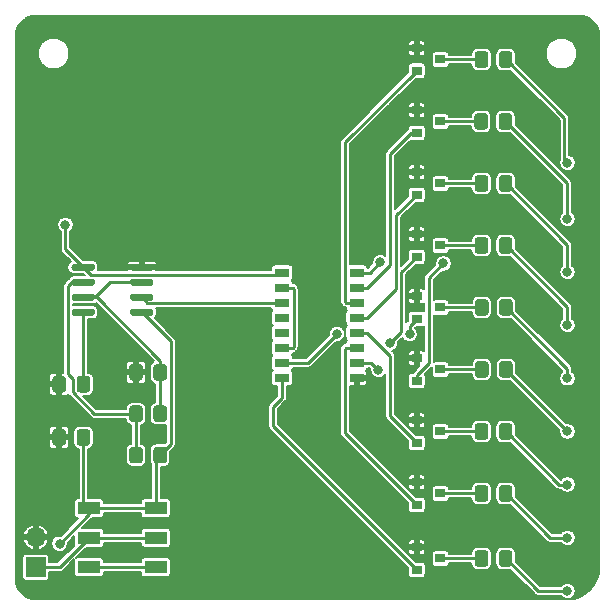
<source format=gbr>
%TF.GenerationSoftware,KiCad,Pcbnew,5.1.6*%
%TF.CreationDate,2020-08-15T15:01:39+02:00*%
%TF.ProjectId,UniBadge-9x9,556e6942-6164-4676-952d-3978392e6b69,rev?*%
%TF.SameCoordinates,Original*%
%TF.FileFunction,Copper,L2,Bot*%
%TF.FilePolarity,Positive*%
%FSLAX46Y46*%
G04 Gerber Fmt 4.6, Leading zero omitted, Abs format (unit mm)*
G04 Created by KiCad (PCBNEW 5.1.6) date 2020-08-15 15:01:39*
%MOMM*%
%LPD*%
G01*
G04 APERTURE LIST*
%TA.AperFunction,SMDPad,CuDef*%
%ADD10R,1.300000X0.800000*%
%TD*%
%TA.AperFunction,SMDPad,CuDef*%
%ADD11R,1.950000X1.100000*%
%TD*%
%TA.AperFunction,SMDPad,CuDef*%
%ADD12R,0.900000X0.800000*%
%TD*%
%TA.AperFunction,ComponentPad*%
%ADD13O,1.700000X1.700000*%
%TD*%
%TA.AperFunction,ComponentPad*%
%ADD14R,1.700000X1.700000*%
%TD*%
%TA.AperFunction,ViaPad*%
%ADD15C,0.800000*%
%TD*%
%TA.AperFunction,Conductor*%
%ADD16C,0.250000*%
%TD*%
%TA.AperFunction,Conductor*%
%ADD17C,0.177800*%
%TD*%
G04 APERTURE END LIST*
D10*
%TO.P,U2,16*%
%TO.N,VS*%
X22850000Y-22050000D03*
%TO.P,U2,15*%
%TO.N,Net-(U2-Pad11)*%
X22850000Y-23330000D03*
%TO.P,U2,14*%
%TO.N,Net-(U1-Pad3)*%
X22850000Y-24590000D03*
%TO.P,U2,13*%
%TO.N,Net-(U2-Pad13)*%
X22850000Y-25860000D03*
%TO.P,U2,12*%
%TO.N,Net-(U2-Pad12)*%
X22850000Y-27140000D03*
%TO.P,U2,11*%
%TO.N,Net-(U2-Pad11)*%
X22850000Y-28410000D03*
%TO.P,U2,10*%
%TO.N,Net-(Q5-Pad1)*%
X22850000Y-29670000D03*
%TO.P,U2,9*%
%TO.N,Net-(Q9-Pad1)*%
X22850000Y-30950000D03*
%TO.P,U2,8*%
%TO.N,GND*%
X29150000Y-30950000D03*
%TO.P,U2,7*%
%TO.N,Net-(Q4-Pad1)*%
X29150000Y-29670000D03*
%TO.P,U2,6*%
%TO.N,Net-(Q8-Pad1)*%
X29150000Y-28410000D03*
%TO.P,U2,5*%
%TO.N,Net-(Q7-Pad1)*%
X29150000Y-27140000D03*
%TO.P,U2,4*%
%TO.N,Net-(Q3-Pad1)*%
X29150000Y-25860000D03*
%TO.P,U2,3*%
%TO.N,Net-(Q1-Pad1)*%
X29150000Y-24590000D03*
%TO.P,U2,2*%
%TO.N,Net-(Q2-Pad1)*%
X29150000Y-23330000D03*
%TO.P,U2,1*%
%TO.N,Net-(Q6-Pad1)*%
X29150000Y-22050000D03*
%TD*%
%TO.P,U1,8*%
%TO.N,VS*%
%TA.AperFunction,SMDPad,CuDef*%
G36*
G01*
X7000000Y-21445000D02*
X7000000Y-21745000D01*
G75*
G02*
X6850000Y-21895000I-150000J0D01*
G01*
X5200000Y-21895000D01*
G75*
G02*
X5050000Y-21745000I0J150000D01*
G01*
X5050000Y-21445000D01*
G75*
G02*
X5200000Y-21295000I150000J0D01*
G01*
X6850000Y-21295000D01*
G75*
G02*
X7000000Y-21445000I0J-150000D01*
G01*
G37*
%TD.AperFunction*%
%TO.P,U1,7*%
%TO.N,Net-(R1-Pad2)*%
%TA.AperFunction,SMDPad,CuDef*%
G36*
G01*
X7000000Y-22715000D02*
X7000000Y-23015000D01*
G75*
G02*
X6850000Y-23165000I-150000J0D01*
G01*
X5200000Y-23165000D01*
G75*
G02*
X5050000Y-23015000I0J150000D01*
G01*
X5050000Y-22715000D01*
G75*
G02*
X5200000Y-22565000I150000J0D01*
G01*
X6850000Y-22565000D01*
G75*
G02*
X7000000Y-22715000I0J-150000D01*
G01*
G37*
%TD.AperFunction*%
%TO.P,U1,6*%
%TO.N,Net-(C3-Pad2)*%
%TA.AperFunction,SMDPad,CuDef*%
G36*
G01*
X7000000Y-23985000D02*
X7000000Y-24285000D01*
G75*
G02*
X6850000Y-24435000I-150000J0D01*
G01*
X5200000Y-24435000D01*
G75*
G02*
X5050000Y-24285000I0J150000D01*
G01*
X5050000Y-23985000D01*
G75*
G02*
X5200000Y-23835000I150000J0D01*
G01*
X6850000Y-23835000D01*
G75*
G02*
X7000000Y-23985000I0J-150000D01*
G01*
G37*
%TD.AperFunction*%
%TO.P,U1,5*%
%TO.N,Net-(C2-Pad1)*%
%TA.AperFunction,SMDPad,CuDef*%
G36*
G01*
X7000000Y-25255000D02*
X7000000Y-25555000D01*
G75*
G02*
X6850000Y-25705000I-150000J0D01*
G01*
X5200000Y-25705000D01*
G75*
G02*
X5050000Y-25555000I0J150000D01*
G01*
X5050000Y-25255000D01*
G75*
G02*
X5200000Y-25105000I150000J0D01*
G01*
X6850000Y-25105000D01*
G75*
G02*
X7000000Y-25255000I0J-150000D01*
G01*
G37*
%TD.AperFunction*%
%TO.P,U1,4*%
%TO.N,VS*%
%TA.AperFunction,SMDPad,CuDef*%
G36*
G01*
X11950000Y-25255000D02*
X11950000Y-25555000D01*
G75*
G02*
X11800000Y-25705000I-150000J0D01*
G01*
X10150000Y-25705000D01*
G75*
G02*
X10000000Y-25555000I0J150000D01*
G01*
X10000000Y-25255000D01*
G75*
G02*
X10150000Y-25105000I150000J0D01*
G01*
X11800000Y-25105000D01*
G75*
G02*
X11950000Y-25255000I0J-150000D01*
G01*
G37*
%TD.AperFunction*%
%TO.P,U1,3*%
%TO.N,Net-(U1-Pad3)*%
%TA.AperFunction,SMDPad,CuDef*%
G36*
G01*
X11950000Y-23985000D02*
X11950000Y-24285000D01*
G75*
G02*
X11800000Y-24435000I-150000J0D01*
G01*
X10150000Y-24435000D01*
G75*
G02*
X10000000Y-24285000I0J150000D01*
G01*
X10000000Y-23985000D01*
G75*
G02*
X10150000Y-23835000I150000J0D01*
G01*
X11800000Y-23835000D01*
G75*
G02*
X11950000Y-23985000I0J-150000D01*
G01*
G37*
%TD.AperFunction*%
%TO.P,U1,2*%
%TO.N,Net-(C3-Pad2)*%
%TA.AperFunction,SMDPad,CuDef*%
G36*
G01*
X11950000Y-22715000D02*
X11950000Y-23015000D01*
G75*
G02*
X11800000Y-23165000I-150000J0D01*
G01*
X10150000Y-23165000D01*
G75*
G02*
X10000000Y-23015000I0J150000D01*
G01*
X10000000Y-22715000D01*
G75*
G02*
X10150000Y-22565000I150000J0D01*
G01*
X11800000Y-22565000D01*
G75*
G02*
X11950000Y-22715000I0J-150000D01*
G01*
G37*
%TD.AperFunction*%
%TO.P,U1,1*%
%TO.N,GND*%
%TA.AperFunction,SMDPad,CuDef*%
G36*
G01*
X11950000Y-21445000D02*
X11950000Y-21745000D01*
G75*
G02*
X11800000Y-21895000I-150000J0D01*
G01*
X10150000Y-21895000D01*
G75*
G02*
X10000000Y-21745000I0J150000D01*
G01*
X10000000Y-21445000D01*
G75*
G02*
X10150000Y-21295000I150000J0D01*
G01*
X11800000Y-21295000D01*
G75*
G02*
X11950000Y-21445000I0J-150000D01*
G01*
G37*
%TD.AperFunction*%
%TD*%
D11*
%TO.P,SW1,2*%
%TO.N,+3V3*%
X12150000Y-44500000D03*
%TO.P,SW1,1*%
%TO.N,VS*%
X12150000Y-42000000D03*
%TO.P,SW1,3*%
%TO.N,Net-(SW1-Pad3)*%
X12150000Y-47000000D03*
X6500000Y-47000000D03*
%TO.P,SW1,2*%
%TO.N,+3V3*%
X6500000Y-44500000D03*
%TO.P,SW1,1*%
%TO.N,VS*%
X6500000Y-42000000D03*
%TD*%
%TO.P,R11,2*%
%TO.N,Net-(Q9-Pad3)*%
%TA.AperFunction,SMDPad,CuDef*%
G36*
G01*
X40300000Y-45799999D02*
X40300000Y-46700001D01*
G75*
G02*
X40050001Y-46950000I-249999J0D01*
G01*
X39399999Y-46950000D01*
G75*
G02*
X39150000Y-46700001I0J249999D01*
G01*
X39150000Y-45799999D01*
G75*
G02*
X39399999Y-45550000I249999J0D01*
G01*
X40050001Y-45550000D01*
G75*
G02*
X40300000Y-45799999I0J-249999D01*
G01*
G37*
%TD.AperFunction*%
%TO.P,R11,1*%
%TO.N,Net-(D73-Pad1)*%
%TA.AperFunction,SMDPad,CuDef*%
G36*
G01*
X42350000Y-45799999D02*
X42350000Y-46700001D01*
G75*
G02*
X42100001Y-46950000I-249999J0D01*
G01*
X41449999Y-46950000D01*
G75*
G02*
X41200000Y-46700001I0J249999D01*
G01*
X41200000Y-45799999D01*
G75*
G02*
X41449999Y-45550000I249999J0D01*
G01*
X42100001Y-45550000D01*
G75*
G02*
X42350000Y-45799999I0J-249999D01*
G01*
G37*
%TD.AperFunction*%
%TD*%
%TO.P,R10,2*%
%TO.N,Net-(Q8-Pad3)*%
%TA.AperFunction,SMDPad,CuDef*%
G36*
G01*
X40300000Y-40299999D02*
X40300000Y-41200001D01*
G75*
G02*
X40050001Y-41450000I-249999J0D01*
G01*
X39399999Y-41450000D01*
G75*
G02*
X39150000Y-41200001I0J249999D01*
G01*
X39150000Y-40299999D01*
G75*
G02*
X39399999Y-40050000I249999J0D01*
G01*
X40050001Y-40050000D01*
G75*
G02*
X40300000Y-40299999I0J-249999D01*
G01*
G37*
%TD.AperFunction*%
%TO.P,R10,1*%
%TO.N,Net-(D64-Pad1)*%
%TA.AperFunction,SMDPad,CuDef*%
G36*
G01*
X42350000Y-40299999D02*
X42350000Y-41200001D01*
G75*
G02*
X42100001Y-41450000I-249999J0D01*
G01*
X41449999Y-41450000D01*
G75*
G02*
X41200000Y-41200001I0J249999D01*
G01*
X41200000Y-40299999D01*
G75*
G02*
X41449999Y-40050000I249999J0D01*
G01*
X42100001Y-40050000D01*
G75*
G02*
X42350000Y-40299999I0J-249999D01*
G01*
G37*
%TD.AperFunction*%
%TD*%
%TO.P,R9,2*%
%TO.N,Net-(Q7-Pad3)*%
%TA.AperFunction,SMDPad,CuDef*%
G36*
G01*
X40300000Y-35049999D02*
X40300000Y-35950001D01*
G75*
G02*
X40050001Y-36200000I-249999J0D01*
G01*
X39399999Y-36200000D01*
G75*
G02*
X39150000Y-35950001I0J249999D01*
G01*
X39150000Y-35049999D01*
G75*
G02*
X39399999Y-34800000I249999J0D01*
G01*
X40050001Y-34800000D01*
G75*
G02*
X40300000Y-35049999I0J-249999D01*
G01*
G37*
%TD.AperFunction*%
%TO.P,R9,1*%
%TO.N,Net-(D55-Pad1)*%
%TA.AperFunction,SMDPad,CuDef*%
G36*
G01*
X42350000Y-35049999D02*
X42350000Y-35950001D01*
G75*
G02*
X42100001Y-36200000I-249999J0D01*
G01*
X41449999Y-36200000D01*
G75*
G02*
X41200000Y-35950001I0J249999D01*
G01*
X41200000Y-35049999D01*
G75*
G02*
X41449999Y-34800000I249999J0D01*
G01*
X42100001Y-34800000D01*
G75*
G02*
X42350000Y-35049999I0J-249999D01*
G01*
G37*
%TD.AperFunction*%
%TD*%
%TO.P,R8,2*%
%TO.N,Net-(Q6-Pad3)*%
%TA.AperFunction,SMDPad,CuDef*%
G36*
G01*
X40325000Y-29799999D02*
X40325000Y-30700001D01*
G75*
G02*
X40075001Y-30950000I-249999J0D01*
G01*
X39424999Y-30950000D01*
G75*
G02*
X39175000Y-30700001I0J249999D01*
G01*
X39175000Y-29799999D01*
G75*
G02*
X39424999Y-29550000I249999J0D01*
G01*
X40075001Y-29550000D01*
G75*
G02*
X40325000Y-29799999I0J-249999D01*
G01*
G37*
%TD.AperFunction*%
%TO.P,R8,1*%
%TO.N,Net-(D46-Pad1)*%
%TA.AperFunction,SMDPad,CuDef*%
G36*
G01*
X42375000Y-29799999D02*
X42375000Y-30700001D01*
G75*
G02*
X42125001Y-30950000I-249999J0D01*
G01*
X41474999Y-30950000D01*
G75*
G02*
X41225000Y-30700001I0J249999D01*
G01*
X41225000Y-29799999D01*
G75*
G02*
X41474999Y-29550000I249999J0D01*
G01*
X42125001Y-29550000D01*
G75*
G02*
X42375000Y-29799999I0J-249999D01*
G01*
G37*
%TD.AperFunction*%
%TD*%
%TO.P,R7,2*%
%TO.N,Net-(Q5-Pad3)*%
%TA.AperFunction,SMDPad,CuDef*%
G36*
G01*
X40325000Y-24549999D02*
X40325000Y-25450001D01*
G75*
G02*
X40075001Y-25700000I-249999J0D01*
G01*
X39424999Y-25700000D01*
G75*
G02*
X39175000Y-25450001I0J249999D01*
G01*
X39175000Y-24549999D01*
G75*
G02*
X39424999Y-24300000I249999J0D01*
G01*
X40075001Y-24300000D01*
G75*
G02*
X40325000Y-24549999I0J-249999D01*
G01*
G37*
%TD.AperFunction*%
%TO.P,R7,1*%
%TO.N,Net-(D37-Pad1)*%
%TA.AperFunction,SMDPad,CuDef*%
G36*
G01*
X42375000Y-24549999D02*
X42375000Y-25450001D01*
G75*
G02*
X42125001Y-25700000I-249999J0D01*
G01*
X41474999Y-25700000D01*
G75*
G02*
X41225000Y-25450001I0J249999D01*
G01*
X41225000Y-24549999D01*
G75*
G02*
X41474999Y-24300000I249999J0D01*
G01*
X42125001Y-24300000D01*
G75*
G02*
X42375000Y-24549999I0J-249999D01*
G01*
G37*
%TD.AperFunction*%
%TD*%
%TO.P,R6,2*%
%TO.N,Net-(Q4-Pad3)*%
%TA.AperFunction,SMDPad,CuDef*%
G36*
G01*
X40300000Y-19299999D02*
X40300000Y-20200001D01*
G75*
G02*
X40050001Y-20450000I-249999J0D01*
G01*
X39399999Y-20450000D01*
G75*
G02*
X39150000Y-20200001I0J249999D01*
G01*
X39150000Y-19299999D01*
G75*
G02*
X39399999Y-19050000I249999J0D01*
G01*
X40050001Y-19050000D01*
G75*
G02*
X40300000Y-19299999I0J-249999D01*
G01*
G37*
%TD.AperFunction*%
%TO.P,R6,1*%
%TO.N,Net-(D28-Pad1)*%
%TA.AperFunction,SMDPad,CuDef*%
G36*
G01*
X42350000Y-19299999D02*
X42350000Y-20200001D01*
G75*
G02*
X42100001Y-20450000I-249999J0D01*
G01*
X41449999Y-20450000D01*
G75*
G02*
X41200000Y-20200001I0J249999D01*
G01*
X41200000Y-19299999D01*
G75*
G02*
X41449999Y-19050000I249999J0D01*
G01*
X42100001Y-19050000D01*
G75*
G02*
X42350000Y-19299999I0J-249999D01*
G01*
G37*
%TD.AperFunction*%
%TD*%
%TO.P,R5,2*%
%TO.N,Net-(Q3-Pad3)*%
%TA.AperFunction,SMDPad,CuDef*%
G36*
G01*
X40300000Y-14049999D02*
X40300000Y-14950001D01*
G75*
G02*
X40050001Y-15200000I-249999J0D01*
G01*
X39399999Y-15200000D01*
G75*
G02*
X39150000Y-14950001I0J249999D01*
G01*
X39150000Y-14049999D01*
G75*
G02*
X39399999Y-13800000I249999J0D01*
G01*
X40050001Y-13800000D01*
G75*
G02*
X40300000Y-14049999I0J-249999D01*
G01*
G37*
%TD.AperFunction*%
%TO.P,R5,1*%
%TO.N,Net-(D19-Pad1)*%
%TA.AperFunction,SMDPad,CuDef*%
G36*
G01*
X42350000Y-14049999D02*
X42350000Y-14950001D01*
G75*
G02*
X42100001Y-15200000I-249999J0D01*
G01*
X41449999Y-15200000D01*
G75*
G02*
X41200000Y-14950001I0J249999D01*
G01*
X41200000Y-14049999D01*
G75*
G02*
X41449999Y-13800000I249999J0D01*
G01*
X42100001Y-13800000D01*
G75*
G02*
X42350000Y-14049999I0J-249999D01*
G01*
G37*
%TD.AperFunction*%
%TD*%
%TO.P,R4,2*%
%TO.N,Net-(Q2-Pad3)*%
%TA.AperFunction,SMDPad,CuDef*%
G36*
G01*
X40275000Y-8799999D02*
X40275000Y-9700001D01*
G75*
G02*
X40025001Y-9950000I-249999J0D01*
G01*
X39374999Y-9950000D01*
G75*
G02*
X39125000Y-9700001I0J249999D01*
G01*
X39125000Y-8799999D01*
G75*
G02*
X39374999Y-8550000I249999J0D01*
G01*
X40025001Y-8550000D01*
G75*
G02*
X40275000Y-8799999I0J-249999D01*
G01*
G37*
%TD.AperFunction*%
%TO.P,R4,1*%
%TO.N,Net-(D10-Pad1)*%
%TA.AperFunction,SMDPad,CuDef*%
G36*
G01*
X42325000Y-8799999D02*
X42325000Y-9700001D01*
G75*
G02*
X42075001Y-9950000I-249999J0D01*
G01*
X41424999Y-9950000D01*
G75*
G02*
X41175000Y-9700001I0J249999D01*
G01*
X41175000Y-8799999D01*
G75*
G02*
X41424999Y-8550000I249999J0D01*
G01*
X42075001Y-8550000D01*
G75*
G02*
X42325000Y-8799999I0J-249999D01*
G01*
G37*
%TD.AperFunction*%
%TD*%
%TO.P,R3,2*%
%TO.N,Net-(Q1-Pad3)*%
%TA.AperFunction,SMDPad,CuDef*%
G36*
G01*
X40300000Y-3549999D02*
X40300000Y-4450001D01*
G75*
G02*
X40050001Y-4700000I-249999J0D01*
G01*
X39399999Y-4700000D01*
G75*
G02*
X39150000Y-4450001I0J249999D01*
G01*
X39150000Y-3549999D01*
G75*
G02*
X39399999Y-3300000I249999J0D01*
G01*
X40050001Y-3300000D01*
G75*
G02*
X40300000Y-3549999I0J-249999D01*
G01*
G37*
%TD.AperFunction*%
%TO.P,R3,1*%
%TO.N,Net-(D1-Pad1)*%
%TA.AperFunction,SMDPad,CuDef*%
G36*
G01*
X42350000Y-3549999D02*
X42350000Y-4450001D01*
G75*
G02*
X42100001Y-4700000I-249999J0D01*
G01*
X41449999Y-4700000D01*
G75*
G02*
X41200000Y-4450001I0J249999D01*
G01*
X41200000Y-3549999D01*
G75*
G02*
X41449999Y-3300000I249999J0D01*
G01*
X42100001Y-3300000D01*
G75*
G02*
X42350000Y-3549999I0J-249999D01*
G01*
G37*
%TD.AperFunction*%
%TD*%
%TO.P,R2,2*%
%TO.N,Net-(C3-Pad2)*%
%TA.AperFunction,SMDPad,CuDef*%
G36*
G01*
X11950000Y-34450001D02*
X11950000Y-33549999D01*
G75*
G02*
X12199999Y-33300000I249999J0D01*
G01*
X12850001Y-33300000D01*
G75*
G02*
X13100000Y-33549999I0J-249999D01*
G01*
X13100000Y-34450001D01*
G75*
G02*
X12850001Y-34700000I-249999J0D01*
G01*
X12199999Y-34700000D01*
G75*
G02*
X11950000Y-34450001I0J249999D01*
G01*
G37*
%TD.AperFunction*%
%TO.P,R2,1*%
%TO.N,Net-(R1-Pad2)*%
%TA.AperFunction,SMDPad,CuDef*%
G36*
G01*
X9900000Y-34450001D02*
X9900000Y-33549999D01*
G75*
G02*
X10149999Y-33300000I249999J0D01*
G01*
X10800001Y-33300000D01*
G75*
G02*
X11050000Y-33549999I0J-249999D01*
G01*
X11050000Y-34450001D01*
G75*
G02*
X10800001Y-34700000I-249999J0D01*
G01*
X10149999Y-34700000D01*
G75*
G02*
X9900000Y-34450001I0J249999D01*
G01*
G37*
%TD.AperFunction*%
%TD*%
%TO.P,R1,2*%
%TO.N,Net-(R1-Pad2)*%
%TA.AperFunction,SMDPad,CuDef*%
G36*
G01*
X11050000Y-37049999D02*
X11050000Y-37950001D01*
G75*
G02*
X10800001Y-38200000I-249999J0D01*
G01*
X10149999Y-38200000D01*
G75*
G02*
X9900000Y-37950001I0J249999D01*
G01*
X9900000Y-37049999D01*
G75*
G02*
X10149999Y-36800000I249999J0D01*
G01*
X10800001Y-36800000D01*
G75*
G02*
X11050000Y-37049999I0J-249999D01*
G01*
G37*
%TD.AperFunction*%
%TO.P,R1,1*%
%TO.N,VS*%
%TA.AperFunction,SMDPad,CuDef*%
G36*
G01*
X13100000Y-37049999D02*
X13100000Y-37950001D01*
G75*
G02*
X12850001Y-38200000I-249999J0D01*
G01*
X12199999Y-38200000D01*
G75*
G02*
X11950000Y-37950001I0J249999D01*
G01*
X11950000Y-37049999D01*
G75*
G02*
X12199999Y-36800000I249999J0D01*
G01*
X12850001Y-36800000D01*
G75*
G02*
X13100000Y-37049999I0J-249999D01*
G01*
G37*
%TD.AperFunction*%
%TD*%
D12*
%TO.P,Q9,3*%
%TO.N,Net-(Q9-Pad3)*%
X36250000Y-46250000D03*
%TO.P,Q9,2*%
%TO.N,GND*%
X34250000Y-45300000D03*
%TO.P,Q9,1*%
%TO.N,Net-(Q9-Pad1)*%
X34250000Y-47200000D03*
%TD*%
%TO.P,Q8,3*%
%TO.N,Net-(Q8-Pad3)*%
X36250000Y-40750000D03*
%TO.P,Q8,2*%
%TO.N,GND*%
X34250000Y-39800000D03*
%TO.P,Q8,1*%
%TO.N,Net-(Q8-Pad1)*%
X34250000Y-41700000D03*
%TD*%
%TO.P,Q7,3*%
%TO.N,Net-(Q7-Pad3)*%
X36250000Y-35500000D03*
%TO.P,Q7,2*%
%TO.N,GND*%
X34250000Y-34550000D03*
%TO.P,Q7,1*%
%TO.N,Net-(Q7-Pad1)*%
X34250000Y-36450000D03*
%TD*%
%TO.P,Q6,3*%
%TO.N,Net-(Q6-Pad3)*%
X36250000Y-30250000D03*
%TO.P,Q6,2*%
%TO.N,GND*%
X34250000Y-29300000D03*
%TO.P,Q6,1*%
%TO.N,Net-(Q6-Pad1)*%
X34250000Y-31200000D03*
%TD*%
%TO.P,Q5,3*%
%TO.N,Net-(Q5-Pad3)*%
X36250000Y-25000000D03*
%TO.P,Q5,2*%
%TO.N,GND*%
X34250000Y-24050000D03*
%TO.P,Q5,1*%
%TO.N,Net-(Q5-Pad1)*%
X34250000Y-25950000D03*
%TD*%
%TO.P,Q4,3*%
%TO.N,Net-(Q4-Pad3)*%
X36250000Y-19750000D03*
%TO.P,Q4,2*%
%TO.N,GND*%
X34250000Y-18800000D03*
%TO.P,Q4,1*%
%TO.N,Net-(Q4-Pad1)*%
X34250000Y-20700000D03*
%TD*%
%TO.P,Q3,3*%
%TO.N,Net-(Q3-Pad3)*%
X36250000Y-14500000D03*
%TO.P,Q3,2*%
%TO.N,GND*%
X34250000Y-13550000D03*
%TO.P,Q3,1*%
%TO.N,Net-(Q3-Pad1)*%
X34250000Y-15450000D03*
%TD*%
%TO.P,Q2,3*%
%TO.N,Net-(Q2-Pad3)*%
X36250000Y-9250000D03*
%TO.P,Q2,2*%
%TO.N,GND*%
X34250000Y-8300000D03*
%TO.P,Q2,1*%
%TO.N,Net-(Q2-Pad1)*%
X34250000Y-10200000D03*
%TD*%
%TO.P,Q1,3*%
%TO.N,Net-(Q1-Pad3)*%
X36250000Y-4000000D03*
%TO.P,Q1,2*%
%TO.N,GND*%
X34250000Y-3050000D03*
%TO.P,Q1,1*%
%TO.N,Net-(Q1-Pad1)*%
X34250000Y-4950000D03*
%TD*%
%TO.P,C3,2*%
%TO.N,Net-(C3-Pad2)*%
%TA.AperFunction,SMDPad,CuDef*%
G36*
G01*
X11950000Y-30950001D02*
X11950000Y-30049999D01*
G75*
G02*
X12199999Y-29800000I249999J0D01*
G01*
X12850001Y-29800000D01*
G75*
G02*
X13100000Y-30049999I0J-249999D01*
G01*
X13100000Y-30950001D01*
G75*
G02*
X12850001Y-31200000I-249999J0D01*
G01*
X12199999Y-31200000D01*
G75*
G02*
X11950000Y-30950001I0J249999D01*
G01*
G37*
%TD.AperFunction*%
%TO.P,C3,1*%
%TO.N,GND*%
%TA.AperFunction,SMDPad,CuDef*%
G36*
G01*
X9900000Y-30950001D02*
X9900000Y-30049999D01*
G75*
G02*
X10149999Y-29800000I249999J0D01*
G01*
X10800001Y-29800000D01*
G75*
G02*
X11050000Y-30049999I0J-249999D01*
G01*
X11050000Y-30950001D01*
G75*
G02*
X10800001Y-31200000I-249999J0D01*
G01*
X10149999Y-31200000D01*
G75*
G02*
X9900000Y-30950001I0J249999D01*
G01*
G37*
%TD.AperFunction*%
%TD*%
%TO.P,C2,2*%
%TO.N,GND*%
%TA.AperFunction,SMDPad,CuDef*%
G36*
G01*
X4550000Y-31049999D02*
X4550000Y-31950001D01*
G75*
G02*
X4300001Y-32200000I-249999J0D01*
G01*
X3649999Y-32200000D01*
G75*
G02*
X3400000Y-31950001I0J249999D01*
G01*
X3400000Y-31049999D01*
G75*
G02*
X3649999Y-30800000I249999J0D01*
G01*
X4300001Y-30800000D01*
G75*
G02*
X4550000Y-31049999I0J-249999D01*
G01*
G37*
%TD.AperFunction*%
%TO.P,C2,1*%
%TO.N,Net-(C2-Pad1)*%
%TA.AperFunction,SMDPad,CuDef*%
G36*
G01*
X6600000Y-31049999D02*
X6600000Y-31950001D01*
G75*
G02*
X6350001Y-32200000I-249999J0D01*
G01*
X5699999Y-32200000D01*
G75*
G02*
X5450000Y-31950001I0J249999D01*
G01*
X5450000Y-31049999D01*
G75*
G02*
X5699999Y-30800000I249999J0D01*
G01*
X6350001Y-30800000D01*
G75*
G02*
X6600000Y-31049999I0J-249999D01*
G01*
G37*
%TD.AperFunction*%
%TD*%
%TO.P,C1,2*%
%TO.N,VS*%
%TA.AperFunction,SMDPad,CuDef*%
G36*
G01*
X5450000Y-36450001D02*
X5450000Y-35549999D01*
G75*
G02*
X5699999Y-35300000I249999J0D01*
G01*
X6350001Y-35300000D01*
G75*
G02*
X6600000Y-35549999I0J-249999D01*
G01*
X6600000Y-36450001D01*
G75*
G02*
X6350001Y-36700000I-249999J0D01*
G01*
X5699999Y-36700000D01*
G75*
G02*
X5450000Y-36450001I0J249999D01*
G01*
G37*
%TD.AperFunction*%
%TO.P,C1,1*%
%TO.N,GND*%
%TA.AperFunction,SMDPad,CuDef*%
G36*
G01*
X3400000Y-36450001D02*
X3400000Y-35549999D01*
G75*
G02*
X3649999Y-35300000I249999J0D01*
G01*
X4300001Y-35300000D01*
G75*
G02*
X4550000Y-35549999I0J-249999D01*
G01*
X4550000Y-36450001D01*
G75*
G02*
X4300001Y-36700000I-249999J0D01*
G01*
X3649999Y-36700000D01*
G75*
G02*
X3400000Y-36450001I0J249999D01*
G01*
G37*
%TD.AperFunction*%
%TD*%
D13*
%TO.P,BT1,2*%
%TO.N,GND*%
X2000000Y-44460000D03*
D14*
%TO.P,BT1,1*%
%TO.N,+3V3*%
X2000000Y-47000000D03*
%TD*%
D15*
%TO.N,VS*%
X4500000Y-18000000D03*
X4000000Y-45000000D03*
%TO.N,Net-(D1-Pad1)*%
X47000000Y-12750000D03*
%TO.N,Net-(D10-Pad1)*%
X47000000Y-17500000D03*
%TO.N,Net-(D19-Pad1)*%
X47000000Y-22000000D03*
%TO.N,Net-(D28-Pad1)*%
X47000000Y-26500000D03*
%TO.N,Net-(D37-Pad1)*%
X47000000Y-31000000D03*
%TO.N,Net-(D46-Pad1)*%
X47000000Y-35500000D03*
%TO.N,Net-(D55-Pad1)*%
X47000000Y-40000000D03*
%TO.N,Net-(D64-Pad1)*%
X47000000Y-44500000D03*
%TO.N,Net-(D73-Pad1)*%
X47000000Y-49000000D03*
%TO.N,Net-(Q4-Pad1)*%
X31000000Y-30275000D03*
X32000000Y-28000000D03*
%TO.N,Net-(Q5-Pad1)*%
X27500000Y-27225000D03*
X33640876Y-27269827D03*
%TO.N,Net-(Q6-Pad1)*%
X31177347Y-21177347D03*
X36500000Y-21275000D03*
%TD*%
D16*
%TO.N,GND*%
X34300000Y-13500000D02*
X34250000Y-13550000D01*
%TO.N,+3V3*%
X4000000Y-47000000D02*
X6500000Y-44500000D01*
X2000000Y-47000000D02*
X4000000Y-47000000D01*
X6500000Y-44500000D02*
X12150000Y-44500000D01*
%TO.N,VS*%
X6500000Y-42000000D02*
X12150000Y-42000000D01*
X12150000Y-37875000D02*
X12525000Y-37500000D01*
X12150000Y-42000000D02*
X12150000Y-37875000D01*
X13425010Y-36599990D02*
X12525000Y-37500000D01*
X13425010Y-27855010D02*
X13425010Y-36599990D01*
X10975000Y-25405000D02*
X13425010Y-27855010D01*
X6025000Y-41525000D02*
X6500000Y-42000000D01*
X6025000Y-37500000D02*
X6025000Y-41525000D01*
X6650010Y-22220010D02*
X6025000Y-21595000D01*
X22679990Y-22220010D02*
X6650010Y-22220010D01*
X22850000Y-22050000D02*
X22679990Y-22220010D01*
X6025000Y-21595000D02*
X5050000Y-21595000D01*
X4500000Y-20070000D02*
X6025000Y-21595000D01*
X4500000Y-18000000D02*
X4500000Y-20070000D01*
X6025000Y-37500000D02*
X6025000Y-36000000D01*
X6500000Y-42500000D02*
X4000000Y-45000000D01*
X6500000Y-42000000D02*
X6500000Y-42500000D01*
%TO.N,Net-(C2-Pad1)*%
X6025000Y-32000000D02*
X6025000Y-25405000D01*
%TO.N,Net-(C3-Pad2)*%
X12525000Y-34000000D02*
X12525000Y-30500000D01*
X10000000Y-22865000D02*
X10975000Y-22865000D01*
X5648232Y-24135000D02*
X6025000Y-24135000D01*
X6025000Y-24135000D02*
X7000000Y-24135000D01*
X12525000Y-29525000D02*
X7135000Y-24135000D01*
X7135000Y-24135000D02*
X6025000Y-24135000D01*
X12525000Y-30500000D02*
X12525000Y-29525000D01*
X8270000Y-22865000D02*
X10975000Y-22865000D01*
X7000000Y-24135000D02*
X8270000Y-22865000D01*
%TO.N,Net-(D1-Pad1)*%
X46750000Y-8975000D02*
X41775000Y-4000000D01*
X46750000Y-12750000D02*
X46750000Y-8975000D01*
%TO.N,Net-(D10-Pad1)*%
X47000000Y-14500000D02*
X41750000Y-9250000D01*
X47000000Y-17500000D02*
X47000000Y-14500000D01*
%TO.N,Net-(D19-Pad1)*%
X47000000Y-19725000D02*
X41775000Y-14500000D01*
X47000000Y-22000000D02*
X47000000Y-19725000D01*
%TO.N,Net-(D28-Pad1)*%
X47000000Y-24975000D02*
X41775000Y-19750000D01*
X47000000Y-26500000D02*
X47000000Y-24975000D01*
%TO.N,Net-(D37-Pad1)*%
X47000000Y-30200000D02*
X41800000Y-25000000D01*
X47000000Y-31000000D02*
X47000000Y-30200000D01*
%TO.N,Net-(D46-Pad1)*%
X41800000Y-30300000D02*
X41800000Y-30250000D01*
X47000000Y-35500000D02*
X41800000Y-30300000D01*
%TO.N,Net-(D55-Pad1)*%
X46275000Y-40000000D02*
X41775000Y-35500000D01*
X47000000Y-40000000D02*
X46275000Y-40000000D01*
%TO.N,Net-(D64-Pad1)*%
X45525000Y-44500000D02*
X41775000Y-40750000D01*
X47000000Y-44500000D02*
X45525000Y-44500000D01*
%TO.N,Net-(D73-Pad1)*%
X44525000Y-49000000D02*
X41775000Y-46250000D01*
X47000000Y-49000000D02*
X44525000Y-49000000D01*
%TO.N,Net-(Q1-Pad3)*%
X36250000Y-4000000D02*
X39725000Y-4000000D01*
%TO.N,Net-(Q1-Pad1)*%
X28174999Y-11025001D02*
X34250000Y-4950000D01*
X28174999Y-24514999D02*
X28174999Y-11025001D01*
X28250000Y-24590000D02*
X28174999Y-24514999D01*
X29150000Y-24590000D02*
X28250000Y-24590000D01*
%TO.N,Net-(Q2-Pad3)*%
X36250000Y-9250000D02*
X39700000Y-9250000D01*
%TO.N,Net-(Q2-Pad1)*%
X30050000Y-23330000D02*
X32000000Y-21380000D01*
X29150000Y-23330000D02*
X30050000Y-23330000D01*
X32000000Y-21380000D02*
X32000000Y-12000000D01*
X33800000Y-10200000D02*
X34250000Y-10200000D01*
X32000000Y-12000000D02*
X33800000Y-10200000D01*
%TO.N,Net-(Q3-Pad3)*%
X36250000Y-14500000D02*
X39725000Y-14500000D01*
%TO.N,Net-(Q3-Pad1)*%
X33950000Y-15450000D02*
X34250000Y-15450000D01*
X30050000Y-25860000D02*
X32500000Y-23410000D01*
X29150000Y-25860000D02*
X30050000Y-25860000D01*
X32500000Y-17200000D02*
X34250000Y-15450000D01*
X32500000Y-23410000D02*
X32500000Y-17200000D01*
%TO.N,Net-(Q4-Pad3)*%
X36250000Y-19750000D02*
X39725000Y-19750000D01*
%TO.N,Net-(Q4-Pad1)*%
X30395000Y-29670000D02*
X31000000Y-30275000D01*
X29150000Y-29670000D02*
X30395000Y-29670000D01*
X32950009Y-27049991D02*
X32000000Y-28000000D01*
X32950009Y-21999991D02*
X32950009Y-27049991D01*
X34250000Y-20700000D02*
X32950009Y-21999991D01*
%TO.N,Net-(Q5-Pad3)*%
X36250000Y-25000000D02*
X39750000Y-25000000D01*
%TO.N,Net-(Q5-Pad1)*%
X25055000Y-29670000D02*
X27500000Y-27225000D01*
X22850000Y-29670000D02*
X25055000Y-29670000D01*
X33640876Y-26559124D02*
X34250000Y-25950000D01*
X33640876Y-27269827D02*
X33640876Y-26559124D01*
%TO.N,Net-(Q6-Pad3)*%
X36250000Y-30250000D02*
X39750000Y-30250000D01*
%TO.N,Net-(Q6-Pad1)*%
X30304694Y-22050000D02*
X31177347Y-21177347D01*
X29150000Y-22050000D02*
X30304694Y-22050000D01*
X34250000Y-30735002D02*
X34250000Y-31200000D01*
X35273913Y-29711089D02*
X34250000Y-30735002D01*
X35273913Y-22501087D02*
X36500000Y-21275000D01*
X35273913Y-29711089D02*
X35273913Y-22501087D01*
%TO.N,Net-(Q7-Pad3)*%
X36250000Y-35500000D02*
X39725000Y-35500000D01*
%TO.N,Net-(Q7-Pad1)*%
X30050000Y-27140000D02*
X32000000Y-29090000D01*
X29150000Y-27140000D02*
X30050000Y-27140000D01*
X32000000Y-34200000D02*
X34250000Y-36450000D01*
X32000000Y-29090000D02*
X32000000Y-34200000D01*
%TO.N,Net-(Q8-Pad3)*%
X36250000Y-40750000D02*
X39725000Y-40750000D01*
%TO.N,Net-(Q8-Pad1)*%
X28174999Y-35624999D02*
X34250000Y-41700000D01*
X28174999Y-28485001D02*
X28174999Y-35624999D01*
X28250000Y-28410000D02*
X28174999Y-28485001D01*
X29150000Y-28410000D02*
X28250000Y-28410000D01*
%TO.N,Net-(Q9-Pad3)*%
X39725000Y-46250000D02*
X36250000Y-46250000D01*
%TO.N,Net-(Q9-Pad1)*%
X22850000Y-30950000D02*
X22850000Y-32650000D01*
X22050000Y-35000000D02*
X34250000Y-47200000D01*
X22050000Y-33450000D02*
X22850000Y-32650000D01*
X22050000Y-35000000D02*
X22050000Y-33450000D01*
%TO.N,Net-(R1-Pad2)*%
X10475000Y-37500000D02*
X10475000Y-34000000D01*
X6401768Y-22865000D02*
X6025000Y-22865000D01*
X6936810Y-34000000D02*
X10475000Y-34000000D01*
X5124990Y-32188180D02*
X6936810Y-34000000D01*
X5124990Y-31061800D02*
X5124990Y-32188180D01*
X5050000Y-22865000D02*
X6025000Y-22865000D01*
X4724990Y-23190010D02*
X5050000Y-22865000D01*
X4724990Y-30661800D02*
X4724990Y-23190010D01*
X5124990Y-31061800D02*
X4724990Y-30661800D01*
%TO.N,Net-(SW1-Pad3)*%
X6500000Y-47000000D02*
X12150000Y-47000000D01*
%TO.N,Net-(U1-Pad3)*%
X11430000Y-24590000D02*
X10975000Y-24135000D01*
X22850000Y-24590000D02*
X11430000Y-24590000D01*
%TO.N,Net-(U2-Pad11)*%
X23750000Y-28410000D02*
X22850000Y-28410000D01*
X23825001Y-28334999D02*
X23750000Y-28410000D01*
X23825001Y-23405001D02*
X23825001Y-28334999D01*
X23750000Y-23330000D02*
X23825001Y-23405001D01*
X22850000Y-23330000D02*
X23750000Y-23330000D01*
%TD*%
D17*
%TO.N,GND*%
G36*
X48331619Y-325213D02*
G01*
X48650605Y-421520D01*
X48944807Y-577952D01*
X49203025Y-788550D01*
X49415417Y-1045287D01*
X49573899Y-1338392D01*
X49672432Y-1656701D01*
X49708701Y-2001777D01*
X49708700Y-46985750D01*
X49655742Y-47525853D01*
X49503027Y-48031671D01*
X49254969Y-48498202D01*
X48921024Y-48907658D01*
X48513906Y-49244455D01*
X48049123Y-49495762D01*
X47544380Y-49652007D01*
X47005172Y-49708680D01*
X46999559Y-49708700D01*
X2014250Y-49708700D01*
X1668379Y-49674787D01*
X1349399Y-49578481D01*
X1055194Y-49422050D01*
X796977Y-49211453D01*
X584583Y-48954713D01*
X426101Y-48661608D01*
X327568Y-48343298D01*
X291300Y-47998233D01*
X291300Y-46150000D01*
X859703Y-46150000D01*
X859703Y-47850000D01*
X865281Y-47906634D01*
X881801Y-47961092D01*
X908627Y-48011280D01*
X944729Y-48055271D01*
X988720Y-48091373D01*
X1038908Y-48118199D01*
X1093366Y-48134719D01*
X1150000Y-48140297D01*
X2850000Y-48140297D01*
X2906634Y-48134719D01*
X2961092Y-48118199D01*
X3011280Y-48091373D01*
X3055271Y-48055271D01*
X3091373Y-48011280D01*
X3118199Y-47961092D01*
X3134719Y-47906634D01*
X3140297Y-47850000D01*
X3140297Y-47413900D01*
X3979683Y-47413900D01*
X4000000Y-47415901D01*
X4020317Y-47413900D01*
X4020328Y-47413900D01*
X4081138Y-47407911D01*
X4159159Y-47384243D01*
X4231063Y-47345810D01*
X4294087Y-47294087D01*
X4307049Y-47278293D01*
X5268705Y-46316638D01*
X5256801Y-46338908D01*
X5240281Y-46393366D01*
X5234703Y-46450000D01*
X5234703Y-47550000D01*
X5240281Y-47606634D01*
X5256801Y-47661092D01*
X5283627Y-47711280D01*
X5319729Y-47755271D01*
X5363720Y-47791373D01*
X5413908Y-47818199D01*
X5468366Y-47834719D01*
X5525000Y-47840297D01*
X7475000Y-47840297D01*
X7531634Y-47834719D01*
X7586092Y-47818199D01*
X7636280Y-47791373D01*
X7680271Y-47755271D01*
X7716373Y-47711280D01*
X7743199Y-47661092D01*
X7759719Y-47606634D01*
X7765297Y-47550000D01*
X7765297Y-47413900D01*
X10884703Y-47413900D01*
X10884703Y-47550000D01*
X10890281Y-47606634D01*
X10906801Y-47661092D01*
X10933627Y-47711280D01*
X10969729Y-47755271D01*
X11013720Y-47791373D01*
X11063908Y-47818199D01*
X11118366Y-47834719D01*
X11175000Y-47840297D01*
X13125000Y-47840297D01*
X13181634Y-47834719D01*
X13236092Y-47818199D01*
X13286280Y-47791373D01*
X13330271Y-47755271D01*
X13366373Y-47711280D01*
X13393199Y-47661092D01*
X13409719Y-47606634D01*
X13415297Y-47550000D01*
X13415297Y-46450000D01*
X13409719Y-46393366D01*
X13393199Y-46338908D01*
X13366373Y-46288720D01*
X13330271Y-46244729D01*
X13286280Y-46208627D01*
X13236092Y-46181801D01*
X13181634Y-46165281D01*
X13125000Y-46159703D01*
X11175000Y-46159703D01*
X11118366Y-46165281D01*
X11063908Y-46181801D01*
X11013720Y-46208627D01*
X10969729Y-46244729D01*
X10933627Y-46288720D01*
X10906801Y-46338908D01*
X10890281Y-46393366D01*
X10884703Y-46450000D01*
X10884703Y-46586100D01*
X7765297Y-46586100D01*
X7765297Y-46450000D01*
X7759719Y-46393366D01*
X7743199Y-46338908D01*
X7716373Y-46288720D01*
X7680271Y-46244729D01*
X7636280Y-46208627D01*
X7586092Y-46181801D01*
X7531634Y-46165281D01*
X7475000Y-46159703D01*
X5525000Y-46159703D01*
X5468366Y-46165281D01*
X5413908Y-46181801D01*
X5391638Y-46193705D01*
X6245046Y-45340297D01*
X7475000Y-45340297D01*
X7531634Y-45334719D01*
X7586092Y-45318199D01*
X7636280Y-45291373D01*
X7680271Y-45255271D01*
X7716373Y-45211280D01*
X7743199Y-45161092D01*
X7759719Y-45106634D01*
X7765297Y-45050000D01*
X7765297Y-44913900D01*
X10884703Y-44913900D01*
X10884703Y-45050000D01*
X10890281Y-45106634D01*
X10906801Y-45161092D01*
X10933627Y-45211280D01*
X10969729Y-45255271D01*
X11013720Y-45291373D01*
X11063908Y-45318199D01*
X11118366Y-45334719D01*
X11175000Y-45340297D01*
X13125000Y-45340297D01*
X13181634Y-45334719D01*
X13236092Y-45318199D01*
X13286280Y-45291373D01*
X13330271Y-45255271D01*
X13366373Y-45211280D01*
X13393199Y-45161092D01*
X13409719Y-45106634D01*
X13415297Y-45050000D01*
X13415297Y-43950000D01*
X13409719Y-43893366D01*
X13393199Y-43838908D01*
X13366373Y-43788720D01*
X13330271Y-43744729D01*
X13286280Y-43708627D01*
X13236092Y-43681801D01*
X13181634Y-43665281D01*
X13125000Y-43659703D01*
X11175000Y-43659703D01*
X11118366Y-43665281D01*
X11063908Y-43681801D01*
X11013720Y-43708627D01*
X10969729Y-43744729D01*
X10933627Y-43788720D01*
X10906801Y-43838908D01*
X10890281Y-43893366D01*
X10884703Y-43950000D01*
X10884703Y-44086100D01*
X7765297Y-44086100D01*
X7765297Y-43950000D01*
X7759719Y-43893366D01*
X7743199Y-43838908D01*
X7716373Y-43788720D01*
X7680271Y-43744729D01*
X7636280Y-43708627D01*
X7586092Y-43681801D01*
X7531634Y-43665281D01*
X7475000Y-43659703D01*
X5925640Y-43659703D01*
X6745046Y-42840297D01*
X7475000Y-42840297D01*
X7531634Y-42834719D01*
X7586092Y-42818199D01*
X7636280Y-42791373D01*
X7680271Y-42755271D01*
X7716373Y-42711280D01*
X7743199Y-42661092D01*
X7759719Y-42606634D01*
X7765297Y-42550000D01*
X7765297Y-42413900D01*
X10884703Y-42413900D01*
X10884703Y-42550000D01*
X10890281Y-42606634D01*
X10906801Y-42661092D01*
X10933627Y-42711280D01*
X10969729Y-42755271D01*
X11013720Y-42791373D01*
X11063908Y-42818199D01*
X11118366Y-42834719D01*
X11175000Y-42840297D01*
X13125000Y-42840297D01*
X13181634Y-42834719D01*
X13236092Y-42818199D01*
X13286280Y-42791373D01*
X13330271Y-42755271D01*
X13366373Y-42711280D01*
X13393199Y-42661092D01*
X13409719Y-42606634D01*
X13415297Y-42550000D01*
X13415297Y-41450000D01*
X13409719Y-41393366D01*
X13393199Y-41338908D01*
X13366373Y-41288720D01*
X13330271Y-41244729D01*
X13286280Y-41208627D01*
X13236092Y-41181801D01*
X13181634Y-41165281D01*
X13125000Y-41159703D01*
X12563900Y-41159703D01*
X12563900Y-38490297D01*
X12850001Y-38490297D01*
X12955408Y-38479915D01*
X13056763Y-38449169D01*
X13150173Y-38399241D01*
X13232048Y-38332048D01*
X13299241Y-38250173D01*
X13349169Y-38156763D01*
X13379915Y-38055408D01*
X13390297Y-37950001D01*
X13390297Y-37220046D01*
X13703309Y-36907034D01*
X13719097Y-36894077D01*
X13770820Y-36831053D01*
X13809253Y-36759149D01*
X13832921Y-36681128D01*
X13838910Y-36620318D01*
X13838910Y-36620308D01*
X13840911Y-36599991D01*
X13838910Y-36579673D01*
X13838910Y-27875327D01*
X13840911Y-27855009D01*
X13838910Y-27834692D01*
X13838910Y-27834682D01*
X13832921Y-27773872D01*
X13809253Y-27695851D01*
X13770820Y-27623947D01*
X13719097Y-27560923D01*
X13703310Y-27547967D01*
X12062093Y-25906751D01*
X12111337Y-25866337D01*
X12166094Y-25799616D01*
X12206781Y-25723494D01*
X12231837Y-25640898D01*
X12240297Y-25555000D01*
X12240297Y-25255000D01*
X12231837Y-25169102D01*
X12206781Y-25086506D01*
X12166094Y-25010384D01*
X12160773Y-25003900D01*
X21911072Y-25003900D01*
X21915281Y-25046634D01*
X21931801Y-25101092D01*
X21958627Y-25151280D01*
X21994729Y-25195271D01*
X22030954Y-25225000D01*
X21994729Y-25254729D01*
X21958627Y-25298720D01*
X21931801Y-25348908D01*
X21915281Y-25403366D01*
X21909703Y-25460000D01*
X21909703Y-26260000D01*
X21915281Y-26316634D01*
X21931801Y-26371092D01*
X21958627Y-26421280D01*
X21994729Y-26465271D01*
X22037047Y-26500000D01*
X21994729Y-26534729D01*
X21958627Y-26578720D01*
X21931801Y-26628908D01*
X21915281Y-26683366D01*
X21909703Y-26740000D01*
X21909703Y-27540000D01*
X21915281Y-27596634D01*
X21931801Y-27651092D01*
X21958627Y-27701280D01*
X21994729Y-27745271D01*
X22030954Y-27775000D01*
X21994729Y-27804729D01*
X21958627Y-27848720D01*
X21931801Y-27898908D01*
X21915281Y-27953366D01*
X21909703Y-28010000D01*
X21909703Y-28810000D01*
X21915281Y-28866634D01*
X21931801Y-28921092D01*
X21958627Y-28971280D01*
X21994729Y-29015271D01*
X22024862Y-29040000D01*
X21994729Y-29064729D01*
X21958627Y-29108720D01*
X21931801Y-29158908D01*
X21915281Y-29213366D01*
X21909703Y-29270000D01*
X21909703Y-30070000D01*
X21915281Y-30126634D01*
X21931801Y-30181092D01*
X21958627Y-30231280D01*
X21994729Y-30275271D01*
X22037047Y-30310000D01*
X21994729Y-30344729D01*
X21958627Y-30388720D01*
X21931801Y-30438908D01*
X21915281Y-30493366D01*
X21909703Y-30550000D01*
X21909703Y-31350000D01*
X21915281Y-31406634D01*
X21931801Y-31461092D01*
X21958627Y-31511280D01*
X21994729Y-31555271D01*
X22038720Y-31591373D01*
X22088908Y-31618199D01*
X22143366Y-31634719D01*
X22200000Y-31640297D01*
X22436100Y-31640297D01*
X22436101Y-32478556D01*
X21771702Y-33142956D01*
X21755914Y-33155913D01*
X21742957Y-33171701D01*
X21742955Y-33171703D01*
X21704191Y-33218937D01*
X21665757Y-33290842D01*
X21642090Y-33368862D01*
X21634099Y-33450000D01*
X21636101Y-33470327D01*
X21636100Y-34979682D01*
X21634099Y-35000000D01*
X21636100Y-35020317D01*
X21636100Y-35020327D01*
X21642089Y-35081137D01*
X21665757Y-35159158D01*
X21704190Y-35231062D01*
X21755913Y-35294087D01*
X21771707Y-35307049D01*
X33509703Y-47045046D01*
X33509703Y-47600000D01*
X33515281Y-47656634D01*
X33531801Y-47711092D01*
X33558627Y-47761280D01*
X33594729Y-47805271D01*
X33638720Y-47841373D01*
X33688908Y-47868199D01*
X33743366Y-47884719D01*
X33800000Y-47890297D01*
X34700000Y-47890297D01*
X34756634Y-47884719D01*
X34811092Y-47868199D01*
X34861280Y-47841373D01*
X34905271Y-47805271D01*
X34941373Y-47761280D01*
X34968199Y-47711092D01*
X34984719Y-47656634D01*
X34990297Y-47600000D01*
X34990297Y-46800000D01*
X34984719Y-46743366D01*
X34968199Y-46688908D01*
X34941373Y-46638720D01*
X34905271Y-46594729D01*
X34861280Y-46558627D01*
X34811092Y-46531801D01*
X34756634Y-46515281D01*
X34700000Y-46509703D01*
X34145046Y-46509703D01*
X33335343Y-45700000D01*
X33532010Y-45700000D01*
X33537159Y-45752282D01*
X33552410Y-45802555D01*
X33577174Y-45848887D01*
X33610502Y-45889498D01*
X33651113Y-45922826D01*
X33697445Y-45947590D01*
X33747718Y-45962841D01*
X33800000Y-45967990D01*
X34018225Y-45966700D01*
X34084900Y-45900025D01*
X34084900Y-45465100D01*
X34415100Y-45465100D01*
X34415100Y-45900025D01*
X34481775Y-45966700D01*
X34700000Y-45967990D01*
X34752282Y-45962841D01*
X34802555Y-45947590D01*
X34848887Y-45922826D01*
X34889498Y-45889498D01*
X34921912Y-45850000D01*
X35509703Y-45850000D01*
X35509703Y-46650000D01*
X35515281Y-46706634D01*
X35531801Y-46761092D01*
X35558627Y-46811280D01*
X35594729Y-46855271D01*
X35638720Y-46891373D01*
X35688908Y-46918199D01*
X35743366Y-46934719D01*
X35800000Y-46940297D01*
X36700000Y-46940297D01*
X36756634Y-46934719D01*
X36811092Y-46918199D01*
X36861280Y-46891373D01*
X36905271Y-46855271D01*
X36941373Y-46811280D01*
X36968199Y-46761092D01*
X36984719Y-46706634D01*
X36988928Y-46663900D01*
X38859703Y-46663900D01*
X38859703Y-46700001D01*
X38870085Y-46805408D01*
X38900831Y-46906763D01*
X38950759Y-47000173D01*
X39017952Y-47082048D01*
X39099827Y-47149241D01*
X39193237Y-47199169D01*
X39294592Y-47229915D01*
X39399999Y-47240297D01*
X40050001Y-47240297D01*
X40155408Y-47229915D01*
X40256763Y-47199169D01*
X40350173Y-47149241D01*
X40432048Y-47082048D01*
X40499241Y-47000173D01*
X40549169Y-46906763D01*
X40579915Y-46805408D01*
X40590297Y-46700001D01*
X40590297Y-45799999D01*
X40909703Y-45799999D01*
X40909703Y-46700001D01*
X40920085Y-46805408D01*
X40950831Y-46906763D01*
X41000759Y-47000173D01*
X41067952Y-47082048D01*
X41149827Y-47149241D01*
X41243237Y-47199169D01*
X41344592Y-47229915D01*
X41449999Y-47240297D01*
X42100001Y-47240297D01*
X42172786Y-47233128D01*
X44217956Y-49278299D01*
X44230913Y-49294087D01*
X44293937Y-49345810D01*
X44365841Y-49384243D01*
X44443862Y-49407911D01*
X44504672Y-49413900D01*
X44504682Y-49413900D01*
X44524999Y-49415901D01*
X44545317Y-49413900D01*
X46448027Y-49413900D01*
X46464897Y-49439148D01*
X46560852Y-49535103D01*
X46673684Y-49610495D01*
X46799055Y-49662426D01*
X46932149Y-49688900D01*
X47067851Y-49688900D01*
X47200945Y-49662426D01*
X47326316Y-49610495D01*
X47439148Y-49535103D01*
X47535103Y-49439148D01*
X47610495Y-49326316D01*
X47662426Y-49200945D01*
X47688900Y-49067851D01*
X47688900Y-48932149D01*
X47662426Y-48799055D01*
X47610495Y-48673684D01*
X47535103Y-48560852D01*
X47439148Y-48464897D01*
X47326316Y-48389505D01*
X47200945Y-48337574D01*
X47067851Y-48311100D01*
X46932149Y-48311100D01*
X46799055Y-48337574D01*
X46673684Y-48389505D01*
X46560852Y-48464897D01*
X46464897Y-48560852D01*
X46448027Y-48586100D01*
X44696443Y-48586100D01*
X42640297Y-46529955D01*
X42640297Y-45799999D01*
X42629915Y-45694592D01*
X42599169Y-45593237D01*
X42549241Y-45499827D01*
X42482048Y-45417952D01*
X42400173Y-45350759D01*
X42306763Y-45300831D01*
X42205408Y-45270085D01*
X42100001Y-45259703D01*
X41449999Y-45259703D01*
X41344592Y-45270085D01*
X41243237Y-45300831D01*
X41149827Y-45350759D01*
X41067952Y-45417952D01*
X41000759Y-45499827D01*
X40950831Y-45593237D01*
X40920085Y-45694592D01*
X40909703Y-45799999D01*
X40590297Y-45799999D01*
X40579915Y-45694592D01*
X40549169Y-45593237D01*
X40499241Y-45499827D01*
X40432048Y-45417952D01*
X40350173Y-45350759D01*
X40256763Y-45300831D01*
X40155408Y-45270085D01*
X40050001Y-45259703D01*
X39399999Y-45259703D01*
X39294592Y-45270085D01*
X39193237Y-45300831D01*
X39099827Y-45350759D01*
X39017952Y-45417952D01*
X38950759Y-45499827D01*
X38900831Y-45593237D01*
X38870085Y-45694592D01*
X38859703Y-45799999D01*
X38859703Y-45836100D01*
X36988928Y-45836100D01*
X36984719Y-45793366D01*
X36968199Y-45738908D01*
X36941373Y-45688720D01*
X36905271Y-45644729D01*
X36861280Y-45608627D01*
X36811092Y-45581801D01*
X36756634Y-45565281D01*
X36700000Y-45559703D01*
X35800000Y-45559703D01*
X35743366Y-45565281D01*
X35688908Y-45581801D01*
X35638720Y-45608627D01*
X35594729Y-45644729D01*
X35558627Y-45688720D01*
X35531801Y-45738908D01*
X35515281Y-45793366D01*
X35509703Y-45850000D01*
X34921912Y-45850000D01*
X34922826Y-45848887D01*
X34947590Y-45802555D01*
X34962841Y-45752282D01*
X34967990Y-45700000D01*
X34966700Y-45531775D01*
X34900025Y-45465100D01*
X34415100Y-45465100D01*
X34084900Y-45465100D01*
X33599975Y-45465100D01*
X33533300Y-45531775D01*
X33532010Y-45700000D01*
X33335343Y-45700000D01*
X32535343Y-44900000D01*
X33532010Y-44900000D01*
X33533300Y-45068225D01*
X33599975Y-45134900D01*
X34084900Y-45134900D01*
X34084900Y-44699975D01*
X34415100Y-44699975D01*
X34415100Y-45134900D01*
X34900025Y-45134900D01*
X34966700Y-45068225D01*
X34967990Y-44900000D01*
X34962841Y-44847718D01*
X34947590Y-44797445D01*
X34922826Y-44751113D01*
X34889498Y-44710502D01*
X34848887Y-44677174D01*
X34802555Y-44652410D01*
X34752282Y-44637159D01*
X34700000Y-44632010D01*
X34481775Y-44633300D01*
X34415100Y-44699975D01*
X34084900Y-44699975D01*
X34018225Y-44633300D01*
X33800000Y-44632010D01*
X33747718Y-44637159D01*
X33697445Y-44652410D01*
X33651113Y-44677174D01*
X33610502Y-44710502D01*
X33577174Y-44751113D01*
X33552410Y-44797445D01*
X33537159Y-44847718D01*
X33532010Y-44900000D01*
X32535343Y-44900000D01*
X22463900Y-34828558D01*
X22463900Y-33621442D01*
X23128299Y-32957044D01*
X23144087Y-32944087D01*
X23195810Y-32881063D01*
X23234243Y-32809159D01*
X23257911Y-32731138D01*
X23263900Y-32670328D01*
X23263900Y-32670318D01*
X23265901Y-32650000D01*
X23263900Y-32629683D01*
X23263900Y-31640297D01*
X23500000Y-31640297D01*
X23556634Y-31634719D01*
X23611092Y-31618199D01*
X23661280Y-31591373D01*
X23705271Y-31555271D01*
X23741373Y-31511280D01*
X23768199Y-31461092D01*
X23784719Y-31406634D01*
X23790297Y-31350000D01*
X23790297Y-30550000D01*
X23784719Y-30493366D01*
X23768199Y-30438908D01*
X23741373Y-30388720D01*
X23705271Y-30344729D01*
X23662953Y-30310000D01*
X23705271Y-30275271D01*
X23741373Y-30231280D01*
X23768199Y-30181092D01*
X23784719Y-30126634D01*
X23788928Y-30083900D01*
X25034683Y-30083900D01*
X25055000Y-30085901D01*
X25075317Y-30083900D01*
X25075328Y-30083900D01*
X25136138Y-30077911D01*
X25214159Y-30054243D01*
X25286063Y-30015810D01*
X25349087Y-29964087D01*
X25362049Y-29948293D01*
X27402367Y-27907976D01*
X27432149Y-27913900D01*
X27567851Y-27913900D01*
X27700945Y-27887426D01*
X27826316Y-27835495D01*
X27939148Y-27760103D01*
X28035103Y-27664148D01*
X28110495Y-27551316D01*
X28162426Y-27425945D01*
X28188900Y-27292851D01*
X28188900Y-27157149D01*
X28162426Y-27024055D01*
X28110495Y-26898684D01*
X28035103Y-26785852D01*
X27939148Y-26689897D01*
X27826316Y-26614505D01*
X27700945Y-26562574D01*
X27567851Y-26536100D01*
X27432149Y-26536100D01*
X27299055Y-26562574D01*
X27173684Y-26614505D01*
X27060852Y-26689897D01*
X26964897Y-26785852D01*
X26889505Y-26898684D01*
X26837574Y-27024055D01*
X26811100Y-27157149D01*
X26811100Y-27292851D01*
X26817024Y-27322633D01*
X24883558Y-29256100D01*
X23788928Y-29256100D01*
X23784719Y-29213366D01*
X23768199Y-29158908D01*
X23741373Y-29108720D01*
X23705271Y-29064729D01*
X23675138Y-29040000D01*
X23705271Y-29015271D01*
X23741373Y-28971280D01*
X23768199Y-28921092D01*
X23784719Y-28866634D01*
X23789110Y-28822050D01*
X23831138Y-28817911D01*
X23909159Y-28794243D01*
X23981063Y-28755810D01*
X24044087Y-28704087D01*
X24057049Y-28688293D01*
X24103294Y-28642048D01*
X24119088Y-28629086D01*
X24170811Y-28566062D01*
X24209244Y-28494158D01*
X24232912Y-28416137D01*
X24238901Y-28355327D01*
X24238901Y-28355317D01*
X24240902Y-28335000D01*
X24238901Y-28314682D01*
X24238901Y-23425318D01*
X24240902Y-23405000D01*
X24238901Y-23384683D01*
X24238901Y-23384673D01*
X24232912Y-23323863D01*
X24209244Y-23245842D01*
X24170811Y-23173938D01*
X24119088Y-23110914D01*
X24103296Y-23097954D01*
X24057049Y-23051707D01*
X24044087Y-23035913D01*
X23981063Y-22984190D01*
X23909159Y-22945757D01*
X23831138Y-22922089D01*
X23789110Y-22917950D01*
X23784719Y-22873366D01*
X23768199Y-22818908D01*
X23741373Y-22768720D01*
X23705271Y-22724729D01*
X23662953Y-22690000D01*
X23705271Y-22655271D01*
X23741373Y-22611280D01*
X23768199Y-22561092D01*
X23784719Y-22506634D01*
X23790297Y-22450000D01*
X23790297Y-21650000D01*
X23784719Y-21593366D01*
X23768199Y-21538908D01*
X23741373Y-21488720D01*
X23705271Y-21444729D01*
X23661280Y-21408627D01*
X23611092Y-21381801D01*
X23556634Y-21365281D01*
X23500000Y-21359703D01*
X22200000Y-21359703D01*
X22143366Y-21365281D01*
X22088908Y-21381801D01*
X22038720Y-21408627D01*
X21994729Y-21444729D01*
X21958627Y-21488720D01*
X21931801Y-21538908D01*
X21915281Y-21593366D01*
X21909703Y-21650000D01*
X21909703Y-21806110D01*
X12196035Y-21806110D01*
X12150025Y-21760100D01*
X11140100Y-21760100D01*
X11140100Y-21780100D01*
X10809900Y-21780100D01*
X10809900Y-21760100D01*
X9799975Y-21760100D01*
X9753965Y-21806110D01*
X7284278Y-21806110D01*
X7290297Y-21745000D01*
X7290297Y-21445000D01*
X7281837Y-21359102D01*
X7262392Y-21295000D01*
X9732010Y-21295000D01*
X9733300Y-21363225D01*
X9799975Y-21429900D01*
X10809900Y-21429900D01*
X10809900Y-21094975D01*
X11140100Y-21094975D01*
X11140100Y-21429900D01*
X12150025Y-21429900D01*
X12216700Y-21363225D01*
X12217990Y-21295000D01*
X12212841Y-21242718D01*
X12197590Y-21192445D01*
X12172826Y-21146113D01*
X12139498Y-21105502D01*
X12098887Y-21072174D01*
X12052555Y-21047410D01*
X12002282Y-21032159D01*
X11950000Y-21027010D01*
X11206775Y-21028300D01*
X11140100Y-21094975D01*
X10809900Y-21094975D01*
X10743225Y-21028300D01*
X10000000Y-21027010D01*
X9947718Y-21032159D01*
X9897445Y-21047410D01*
X9851113Y-21072174D01*
X9810502Y-21105502D01*
X9777174Y-21146113D01*
X9752410Y-21192445D01*
X9737159Y-21242718D01*
X9732010Y-21295000D01*
X7262392Y-21295000D01*
X7256781Y-21276506D01*
X7216094Y-21200384D01*
X7161337Y-21133663D01*
X7094616Y-21078906D01*
X7018494Y-21038219D01*
X6935898Y-21013163D01*
X6850000Y-21004703D01*
X6020046Y-21004703D01*
X4913900Y-19898558D01*
X4913900Y-18551973D01*
X4939148Y-18535103D01*
X5035103Y-18439148D01*
X5110495Y-18326316D01*
X5162426Y-18200945D01*
X5188900Y-18067851D01*
X5188900Y-17932149D01*
X5162426Y-17799055D01*
X5110495Y-17673684D01*
X5035103Y-17560852D01*
X4939148Y-17464897D01*
X4826316Y-17389505D01*
X4700945Y-17337574D01*
X4567851Y-17311100D01*
X4432149Y-17311100D01*
X4299055Y-17337574D01*
X4173684Y-17389505D01*
X4060852Y-17464897D01*
X3964897Y-17560852D01*
X3889505Y-17673684D01*
X3837574Y-17799055D01*
X3811100Y-17932149D01*
X3811100Y-18067851D01*
X3837574Y-18200945D01*
X3889505Y-18326316D01*
X3964897Y-18439148D01*
X4060852Y-18535103D01*
X4086100Y-18551973D01*
X4086101Y-20049673D01*
X4084099Y-20070000D01*
X4092090Y-20151138D01*
X4115757Y-20229158D01*
X4132826Y-20261092D01*
X4154191Y-20301063D01*
X4205914Y-20364087D01*
X4221702Y-20377044D01*
X4937907Y-21093249D01*
X4888663Y-21133663D01*
X4833906Y-21200384D01*
X4799132Y-21265444D01*
X4755913Y-21300913D01*
X4704190Y-21363937D01*
X4665757Y-21435841D01*
X4642089Y-21513862D01*
X4634098Y-21595000D01*
X4642089Y-21676138D01*
X4665757Y-21754159D01*
X4704190Y-21826063D01*
X4755913Y-21889087D01*
X4799132Y-21924556D01*
X4833906Y-21989616D01*
X4888663Y-22056337D01*
X4955384Y-22111094D01*
X5031506Y-22151781D01*
X5114102Y-22176837D01*
X5200000Y-22185297D01*
X6029955Y-22185297D01*
X6119360Y-22274703D01*
X5200000Y-22274703D01*
X5114102Y-22283163D01*
X5031506Y-22308219D01*
X4955384Y-22348906D01*
X4888663Y-22403663D01*
X4833906Y-22470384D01*
X4799132Y-22535443D01*
X4771702Y-22557955D01*
X4755913Y-22570913D01*
X4742956Y-22586702D01*
X4446692Y-22882966D01*
X4430904Y-22895923D01*
X4417947Y-22911711D01*
X4417945Y-22911713D01*
X4379181Y-22958947D01*
X4340747Y-23030852D01*
X4330634Y-23064191D01*
X4317080Y-23108872D01*
X4313690Y-23143298D01*
X4309089Y-23190010D01*
X4311091Y-23210338D01*
X4311090Y-30532908D01*
X4206775Y-30533300D01*
X4140100Y-30599975D01*
X4140100Y-31334900D01*
X4160100Y-31334900D01*
X4160100Y-31665100D01*
X4140100Y-31665100D01*
X4140100Y-32400025D01*
X4206775Y-32466700D01*
X4550000Y-32467990D01*
X4602282Y-32462841D01*
X4652555Y-32447590D01*
X4698887Y-32422826D01*
X4739498Y-32389498D01*
X4753901Y-32371948D01*
X4779181Y-32419243D01*
X4782122Y-32422826D01*
X4830904Y-32482267D01*
X4846692Y-32495224D01*
X6629766Y-34278299D01*
X6642723Y-34294087D01*
X6705747Y-34345810D01*
X6777651Y-34384243D01*
X6855672Y-34407911D01*
X6916482Y-34413900D01*
X6916492Y-34413900D01*
X6936809Y-34415901D01*
X6957127Y-34413900D01*
X9609703Y-34413900D01*
X9609703Y-34450001D01*
X9620085Y-34555408D01*
X9650831Y-34656763D01*
X9700759Y-34750173D01*
X9767952Y-34832048D01*
X9849827Y-34899241D01*
X9943237Y-34949169D01*
X10044592Y-34979915D01*
X10061101Y-34981541D01*
X10061100Y-36518459D01*
X10044592Y-36520085D01*
X9943237Y-36550831D01*
X9849827Y-36600759D01*
X9767952Y-36667952D01*
X9700759Y-36749827D01*
X9650831Y-36843237D01*
X9620085Y-36944592D01*
X9609703Y-37049999D01*
X9609703Y-37950001D01*
X9620085Y-38055408D01*
X9650831Y-38156763D01*
X9700759Y-38250173D01*
X9767952Y-38332048D01*
X9849827Y-38399241D01*
X9943237Y-38449169D01*
X10044592Y-38479915D01*
X10149999Y-38490297D01*
X10800001Y-38490297D01*
X10905408Y-38479915D01*
X11006763Y-38449169D01*
X11100173Y-38399241D01*
X11182048Y-38332048D01*
X11249241Y-38250173D01*
X11299169Y-38156763D01*
X11329915Y-38055408D01*
X11340297Y-37950001D01*
X11340297Y-37049999D01*
X11329915Y-36944592D01*
X11299169Y-36843237D01*
X11249241Y-36749827D01*
X11182048Y-36667952D01*
X11100173Y-36600759D01*
X11006763Y-36550831D01*
X10905408Y-36520085D01*
X10888900Y-36518459D01*
X10888900Y-34981541D01*
X10905408Y-34979915D01*
X11006763Y-34949169D01*
X11100173Y-34899241D01*
X11182048Y-34832048D01*
X11249241Y-34750173D01*
X11299169Y-34656763D01*
X11329915Y-34555408D01*
X11340297Y-34450001D01*
X11340297Y-33549999D01*
X11329915Y-33444592D01*
X11299169Y-33343237D01*
X11249241Y-33249827D01*
X11182048Y-33167952D01*
X11100173Y-33100759D01*
X11006763Y-33050831D01*
X10905408Y-33020085D01*
X10800001Y-33009703D01*
X10149999Y-33009703D01*
X10044592Y-33020085D01*
X9943237Y-33050831D01*
X9849827Y-33100759D01*
X9767952Y-33167952D01*
X9700759Y-33249827D01*
X9650831Y-33343237D01*
X9620085Y-33444592D01*
X9609703Y-33549999D01*
X9609703Y-33586100D01*
X7108253Y-33586100D01*
X6012449Y-32490297D01*
X6350001Y-32490297D01*
X6455408Y-32479915D01*
X6556763Y-32449169D01*
X6650173Y-32399241D01*
X6732048Y-32332048D01*
X6799241Y-32250173D01*
X6849169Y-32156763D01*
X6879915Y-32055408D01*
X6890297Y-31950001D01*
X6890297Y-31200000D01*
X9632010Y-31200000D01*
X9637159Y-31252282D01*
X9652410Y-31302555D01*
X9677174Y-31348887D01*
X9710502Y-31389498D01*
X9751113Y-31422826D01*
X9797445Y-31447590D01*
X9847718Y-31462841D01*
X9900000Y-31467990D01*
X10243225Y-31466700D01*
X10309900Y-31400025D01*
X10309900Y-30665100D01*
X10640100Y-30665100D01*
X10640100Y-31400025D01*
X10706775Y-31466700D01*
X11050000Y-31467990D01*
X11102282Y-31462841D01*
X11152555Y-31447590D01*
X11198887Y-31422826D01*
X11239498Y-31389498D01*
X11272826Y-31348887D01*
X11297590Y-31302555D01*
X11312841Y-31252282D01*
X11317990Y-31200000D01*
X11316700Y-30731775D01*
X11250025Y-30665100D01*
X10640100Y-30665100D01*
X10309900Y-30665100D01*
X9699975Y-30665100D01*
X9633300Y-30731775D01*
X9632010Y-31200000D01*
X6890297Y-31200000D01*
X6890297Y-31049999D01*
X6879915Y-30944592D01*
X6849169Y-30843237D01*
X6799241Y-30749827D01*
X6732048Y-30667952D01*
X6650173Y-30600759D01*
X6556763Y-30550831D01*
X6455408Y-30520085D01*
X6438900Y-30518459D01*
X6438900Y-29800000D01*
X9632010Y-29800000D01*
X9633300Y-30268225D01*
X9699975Y-30334900D01*
X10309900Y-30334900D01*
X10309900Y-29599975D01*
X10640100Y-29599975D01*
X10640100Y-30334900D01*
X11250025Y-30334900D01*
X11316700Y-30268225D01*
X11317990Y-29800000D01*
X11312841Y-29747718D01*
X11297590Y-29697445D01*
X11272826Y-29651113D01*
X11239498Y-29610502D01*
X11198887Y-29577174D01*
X11152555Y-29552410D01*
X11102282Y-29537159D01*
X11050000Y-29532010D01*
X10706775Y-29533300D01*
X10640100Y-29599975D01*
X10309900Y-29599975D01*
X10243225Y-29533300D01*
X9900000Y-29532010D01*
X9847718Y-29537159D01*
X9797445Y-29552410D01*
X9751113Y-29577174D01*
X9710502Y-29610502D01*
X9677174Y-29651113D01*
X9652410Y-29697445D01*
X9637159Y-29747718D01*
X9632010Y-29800000D01*
X6438900Y-29800000D01*
X6438900Y-25995297D01*
X6850000Y-25995297D01*
X6935898Y-25986837D01*
X7018494Y-25961781D01*
X7094616Y-25921094D01*
X7161337Y-25866337D01*
X7216094Y-25799616D01*
X7256781Y-25723494D01*
X7281837Y-25640898D01*
X7290297Y-25555000D01*
X7290297Y-25255000D01*
X7281837Y-25169102D01*
X7256781Y-25086506D01*
X7216094Y-25010384D01*
X7161337Y-24943663D01*
X7094616Y-24888906D01*
X7018494Y-24848219D01*
X6935898Y-24823163D01*
X6850000Y-24814703D01*
X5200000Y-24814703D01*
X5138890Y-24820722D01*
X5138890Y-24719278D01*
X5200000Y-24725297D01*
X6850000Y-24725297D01*
X6935898Y-24716837D01*
X7018494Y-24691781D01*
X7075806Y-24661148D01*
X11975154Y-29560497D01*
X11899827Y-29600759D01*
X11817952Y-29667952D01*
X11750759Y-29749827D01*
X11700831Y-29843237D01*
X11670085Y-29944592D01*
X11659703Y-30049999D01*
X11659703Y-30950001D01*
X11670085Y-31055408D01*
X11700831Y-31156763D01*
X11750759Y-31250173D01*
X11817952Y-31332048D01*
X11899827Y-31399241D01*
X11993237Y-31449169D01*
X12094592Y-31479915D01*
X12111101Y-31481541D01*
X12111100Y-33018459D01*
X12094592Y-33020085D01*
X11993237Y-33050831D01*
X11899827Y-33100759D01*
X11817952Y-33167952D01*
X11750759Y-33249827D01*
X11700831Y-33343237D01*
X11670085Y-33444592D01*
X11659703Y-33549999D01*
X11659703Y-34450001D01*
X11670085Y-34555408D01*
X11700831Y-34656763D01*
X11750759Y-34750173D01*
X11817952Y-34832048D01*
X11899827Y-34899241D01*
X11993237Y-34949169D01*
X12094592Y-34979915D01*
X12199999Y-34990297D01*
X12850001Y-34990297D01*
X12955408Y-34979915D01*
X13011111Y-34963018D01*
X13011111Y-36428546D01*
X12922785Y-36516872D01*
X12850001Y-36509703D01*
X12199999Y-36509703D01*
X12094592Y-36520085D01*
X11993237Y-36550831D01*
X11899827Y-36600759D01*
X11817952Y-36667952D01*
X11750759Y-36749827D01*
X11700831Y-36843237D01*
X11670085Y-36944592D01*
X11659703Y-37049999D01*
X11659703Y-37950001D01*
X11670085Y-38055408D01*
X11700831Y-38156763D01*
X11736101Y-38222749D01*
X11736100Y-41159703D01*
X11175000Y-41159703D01*
X11118366Y-41165281D01*
X11063908Y-41181801D01*
X11013720Y-41208627D01*
X10969729Y-41244729D01*
X10933627Y-41288720D01*
X10906801Y-41338908D01*
X10890281Y-41393366D01*
X10884703Y-41450000D01*
X10884703Y-41586100D01*
X7765297Y-41586100D01*
X7765297Y-41450000D01*
X7759719Y-41393366D01*
X7743199Y-41338908D01*
X7716373Y-41288720D01*
X7680271Y-41244729D01*
X7636280Y-41208627D01*
X7586092Y-41181801D01*
X7531634Y-41165281D01*
X7475000Y-41159703D01*
X6438900Y-41159703D01*
X6438900Y-36981541D01*
X6455408Y-36979915D01*
X6556763Y-36949169D01*
X6650173Y-36899241D01*
X6732048Y-36832048D01*
X6799241Y-36750173D01*
X6849169Y-36656763D01*
X6879915Y-36555408D01*
X6890297Y-36450001D01*
X6890297Y-35549999D01*
X6879915Y-35444592D01*
X6849169Y-35343237D01*
X6799241Y-35249827D01*
X6732048Y-35167952D01*
X6650173Y-35100759D01*
X6556763Y-35050831D01*
X6455408Y-35020085D01*
X6350001Y-35009703D01*
X5699999Y-35009703D01*
X5594592Y-35020085D01*
X5493237Y-35050831D01*
X5399827Y-35100759D01*
X5317952Y-35167952D01*
X5250759Y-35249827D01*
X5200831Y-35343237D01*
X5170085Y-35444592D01*
X5159703Y-35549999D01*
X5159703Y-36450001D01*
X5170085Y-36555408D01*
X5200831Y-36656763D01*
X5250759Y-36750173D01*
X5317952Y-36832048D01*
X5399827Y-36899241D01*
X5493237Y-36949169D01*
X5594592Y-36979915D01*
X5611100Y-36981541D01*
X5611100Y-37479673D01*
X5611101Y-41159703D01*
X5525000Y-41159703D01*
X5468366Y-41165281D01*
X5413908Y-41181801D01*
X5363720Y-41208627D01*
X5319729Y-41244729D01*
X5283627Y-41288720D01*
X5256801Y-41338908D01*
X5240281Y-41393366D01*
X5234703Y-41450000D01*
X5234703Y-42550000D01*
X5240281Y-42606634D01*
X5256801Y-42661092D01*
X5283627Y-42711280D01*
X5319729Y-42755271D01*
X5363720Y-42791373D01*
X5413908Y-42818199D01*
X5468366Y-42834719D01*
X5525000Y-42840297D01*
X5574360Y-42840297D01*
X4097634Y-44317024D01*
X4067851Y-44311100D01*
X3932149Y-44311100D01*
X3799055Y-44337574D01*
X3673684Y-44389505D01*
X3560852Y-44464897D01*
X3464897Y-44560852D01*
X3389505Y-44673684D01*
X3337574Y-44799055D01*
X3311100Y-44932149D01*
X3311100Y-45067851D01*
X3337574Y-45200945D01*
X3389505Y-45326316D01*
X3464897Y-45439148D01*
X3560852Y-45535103D01*
X3673684Y-45610495D01*
X3799055Y-45662426D01*
X3932149Y-45688900D01*
X4067851Y-45688900D01*
X4200945Y-45662426D01*
X4326316Y-45610495D01*
X4439148Y-45535103D01*
X4535103Y-45439148D01*
X4610495Y-45326316D01*
X4662426Y-45200945D01*
X4688900Y-45067851D01*
X4688900Y-44932149D01*
X4682976Y-44902366D01*
X5234703Y-44350639D01*
X5234703Y-45050000D01*
X5240281Y-45106634D01*
X5256048Y-45158609D01*
X3828558Y-46586100D01*
X3140297Y-46586100D01*
X3140297Y-46150000D01*
X3134719Y-46093366D01*
X3118199Y-46038908D01*
X3091373Y-45988720D01*
X3055271Y-45944729D01*
X3011280Y-45908627D01*
X2961092Y-45881801D01*
X2906634Y-45865281D01*
X2850000Y-45859703D01*
X1150000Y-45859703D01*
X1093366Y-45865281D01*
X1038908Y-45881801D01*
X988720Y-45908627D01*
X944729Y-45944729D01*
X908627Y-45988720D01*
X881801Y-46038908D01*
X865281Y-46093366D01*
X859703Y-46150000D01*
X291300Y-46150000D01*
X291300Y-44795838D01*
X934997Y-44795838D01*
X1009449Y-44975602D01*
X1129071Y-45158942D01*
X1282163Y-45315422D01*
X1462841Y-45439028D01*
X1664161Y-45525011D01*
X1834900Y-45497761D01*
X1834900Y-44625100D01*
X2165100Y-44625100D01*
X2165100Y-45497761D01*
X2335839Y-45525011D01*
X2537159Y-45439028D01*
X2717837Y-45315422D01*
X2870929Y-45158942D01*
X2990551Y-44975602D01*
X3065003Y-44795838D01*
X3036964Y-44625100D01*
X2165100Y-44625100D01*
X1834900Y-44625100D01*
X963036Y-44625100D01*
X934997Y-44795838D01*
X291300Y-44795838D01*
X291300Y-44124162D01*
X934997Y-44124162D01*
X963036Y-44294900D01*
X1834900Y-44294900D01*
X1834900Y-43422239D01*
X2165100Y-43422239D01*
X2165100Y-44294900D01*
X3036964Y-44294900D01*
X3065003Y-44124162D01*
X2990551Y-43944398D01*
X2870929Y-43761058D01*
X2717837Y-43604578D01*
X2537159Y-43480972D01*
X2335839Y-43394989D01*
X2165100Y-43422239D01*
X1834900Y-43422239D01*
X1664161Y-43394989D01*
X1462841Y-43480972D01*
X1282163Y-43604578D01*
X1129071Y-43761058D01*
X1009449Y-43944398D01*
X934997Y-44124162D01*
X291300Y-44124162D01*
X291300Y-36700000D01*
X3132010Y-36700000D01*
X3137159Y-36752282D01*
X3152410Y-36802555D01*
X3177174Y-36848887D01*
X3210502Y-36889498D01*
X3251113Y-36922826D01*
X3297445Y-36947590D01*
X3347718Y-36962841D01*
X3400000Y-36967990D01*
X3743225Y-36966700D01*
X3809900Y-36900025D01*
X3809900Y-36165100D01*
X4140100Y-36165100D01*
X4140100Y-36900025D01*
X4206775Y-36966700D01*
X4550000Y-36967990D01*
X4602282Y-36962841D01*
X4652555Y-36947590D01*
X4698887Y-36922826D01*
X4739498Y-36889498D01*
X4772826Y-36848887D01*
X4797590Y-36802555D01*
X4812841Y-36752282D01*
X4817990Y-36700000D01*
X4816700Y-36231775D01*
X4750025Y-36165100D01*
X4140100Y-36165100D01*
X3809900Y-36165100D01*
X3199975Y-36165100D01*
X3133300Y-36231775D01*
X3132010Y-36700000D01*
X291300Y-36700000D01*
X291300Y-35300000D01*
X3132010Y-35300000D01*
X3133300Y-35768225D01*
X3199975Y-35834900D01*
X3809900Y-35834900D01*
X3809900Y-35099975D01*
X4140100Y-35099975D01*
X4140100Y-35834900D01*
X4750025Y-35834900D01*
X4816700Y-35768225D01*
X4817990Y-35300000D01*
X4812841Y-35247718D01*
X4797590Y-35197445D01*
X4772826Y-35151113D01*
X4739498Y-35110502D01*
X4698887Y-35077174D01*
X4652555Y-35052410D01*
X4602282Y-35037159D01*
X4550000Y-35032010D01*
X4206775Y-35033300D01*
X4140100Y-35099975D01*
X3809900Y-35099975D01*
X3743225Y-35033300D01*
X3400000Y-35032010D01*
X3347718Y-35037159D01*
X3297445Y-35052410D01*
X3251113Y-35077174D01*
X3210502Y-35110502D01*
X3177174Y-35151113D01*
X3152410Y-35197445D01*
X3137159Y-35247718D01*
X3132010Y-35300000D01*
X291300Y-35300000D01*
X291300Y-32200000D01*
X3132010Y-32200000D01*
X3137159Y-32252282D01*
X3152410Y-32302555D01*
X3177174Y-32348887D01*
X3210502Y-32389498D01*
X3251113Y-32422826D01*
X3297445Y-32447590D01*
X3347718Y-32462841D01*
X3400000Y-32467990D01*
X3743225Y-32466700D01*
X3809900Y-32400025D01*
X3809900Y-31665100D01*
X3199975Y-31665100D01*
X3133300Y-31731775D01*
X3132010Y-32200000D01*
X291300Y-32200000D01*
X291300Y-30800000D01*
X3132010Y-30800000D01*
X3133300Y-31268225D01*
X3199975Y-31334900D01*
X3809900Y-31334900D01*
X3809900Y-30599975D01*
X3743225Y-30533300D01*
X3400000Y-30532010D01*
X3347718Y-30537159D01*
X3297445Y-30552410D01*
X3251113Y-30577174D01*
X3210502Y-30610502D01*
X3177174Y-30651113D01*
X3152410Y-30697445D01*
X3137159Y-30747718D01*
X3132010Y-30800000D01*
X291300Y-30800000D01*
X291300Y-11025001D01*
X27759098Y-11025001D01*
X27761100Y-11045329D01*
X27761099Y-24494681D01*
X27759098Y-24514999D01*
X27761099Y-24535316D01*
X27761099Y-24535326D01*
X27767088Y-24596136D01*
X27790756Y-24674157D01*
X27829189Y-24746061D01*
X27880912Y-24809086D01*
X27896706Y-24822048D01*
X27942951Y-24868293D01*
X27955913Y-24884087D01*
X28018937Y-24935810D01*
X28090841Y-24974243D01*
X28168862Y-24997911D01*
X28210890Y-25002050D01*
X28215281Y-25046634D01*
X28231801Y-25101092D01*
X28258627Y-25151280D01*
X28294729Y-25195271D01*
X28330954Y-25225000D01*
X28294729Y-25254729D01*
X28258627Y-25298720D01*
X28231801Y-25348908D01*
X28215281Y-25403366D01*
X28209703Y-25460000D01*
X28209703Y-26260000D01*
X28215281Y-26316634D01*
X28231801Y-26371092D01*
X28258627Y-26421280D01*
X28294729Y-26465271D01*
X28337047Y-26500000D01*
X28294729Y-26534729D01*
X28258627Y-26578720D01*
X28231801Y-26628908D01*
X28215281Y-26683366D01*
X28209703Y-26740000D01*
X28209703Y-27540000D01*
X28215281Y-27596634D01*
X28231801Y-27651092D01*
X28258627Y-27701280D01*
X28294729Y-27745271D01*
X28330954Y-27775000D01*
X28294729Y-27804729D01*
X28258627Y-27848720D01*
X28231801Y-27898908D01*
X28215281Y-27953366D01*
X28210890Y-27997950D01*
X28168862Y-28002089D01*
X28090841Y-28025757D01*
X28018937Y-28064190D01*
X27955913Y-28115913D01*
X27942951Y-28131707D01*
X27896706Y-28177952D01*
X27880912Y-28190914D01*
X27829189Y-28253939D01*
X27790756Y-28325843D01*
X27767088Y-28403864D01*
X27761099Y-28464674D01*
X27761099Y-28464684D01*
X27759098Y-28485001D01*
X27761099Y-28505319D01*
X27761100Y-35604671D01*
X27759098Y-35624999D01*
X27767089Y-35706137D01*
X27790756Y-35784157D01*
X27817879Y-35834900D01*
X27829190Y-35856062D01*
X27880913Y-35919086D01*
X27896701Y-35932043D01*
X33509703Y-41545046D01*
X33509703Y-42100000D01*
X33515281Y-42156634D01*
X33531801Y-42211092D01*
X33558627Y-42261280D01*
X33594729Y-42305271D01*
X33638720Y-42341373D01*
X33688908Y-42368199D01*
X33743366Y-42384719D01*
X33800000Y-42390297D01*
X34700000Y-42390297D01*
X34756634Y-42384719D01*
X34811092Y-42368199D01*
X34861280Y-42341373D01*
X34905271Y-42305271D01*
X34941373Y-42261280D01*
X34968199Y-42211092D01*
X34984719Y-42156634D01*
X34990297Y-42100000D01*
X34990297Y-41300000D01*
X34984719Y-41243366D01*
X34968199Y-41188908D01*
X34941373Y-41138720D01*
X34905271Y-41094729D01*
X34861280Y-41058627D01*
X34811092Y-41031801D01*
X34756634Y-41015281D01*
X34700000Y-41009703D01*
X34145046Y-41009703D01*
X33335343Y-40200000D01*
X33532010Y-40200000D01*
X33537159Y-40252282D01*
X33552410Y-40302555D01*
X33577174Y-40348887D01*
X33610502Y-40389498D01*
X33651113Y-40422826D01*
X33697445Y-40447590D01*
X33747718Y-40462841D01*
X33800000Y-40467990D01*
X34018225Y-40466700D01*
X34084900Y-40400025D01*
X34084900Y-39965100D01*
X34415100Y-39965100D01*
X34415100Y-40400025D01*
X34481775Y-40466700D01*
X34700000Y-40467990D01*
X34752282Y-40462841D01*
X34802555Y-40447590D01*
X34848887Y-40422826D01*
X34889498Y-40389498D01*
X34921912Y-40350000D01*
X35509703Y-40350000D01*
X35509703Y-41150000D01*
X35515281Y-41206634D01*
X35531801Y-41261092D01*
X35558627Y-41311280D01*
X35594729Y-41355271D01*
X35638720Y-41391373D01*
X35688908Y-41418199D01*
X35743366Y-41434719D01*
X35800000Y-41440297D01*
X36700000Y-41440297D01*
X36756634Y-41434719D01*
X36811092Y-41418199D01*
X36861280Y-41391373D01*
X36905271Y-41355271D01*
X36941373Y-41311280D01*
X36968199Y-41261092D01*
X36984719Y-41206634D01*
X36988928Y-41163900D01*
X38859703Y-41163900D01*
X38859703Y-41200001D01*
X38870085Y-41305408D01*
X38900831Y-41406763D01*
X38950759Y-41500173D01*
X39017952Y-41582048D01*
X39099827Y-41649241D01*
X39193237Y-41699169D01*
X39294592Y-41729915D01*
X39399999Y-41740297D01*
X40050001Y-41740297D01*
X40155408Y-41729915D01*
X40256763Y-41699169D01*
X40350173Y-41649241D01*
X40432048Y-41582048D01*
X40499241Y-41500173D01*
X40549169Y-41406763D01*
X40579915Y-41305408D01*
X40590297Y-41200001D01*
X40590297Y-40299999D01*
X40909703Y-40299999D01*
X40909703Y-41200001D01*
X40920085Y-41305408D01*
X40950831Y-41406763D01*
X41000759Y-41500173D01*
X41067952Y-41582048D01*
X41149827Y-41649241D01*
X41243237Y-41699169D01*
X41344592Y-41729915D01*
X41449999Y-41740297D01*
X42100001Y-41740297D01*
X42172786Y-41733128D01*
X45217955Y-44778298D01*
X45230913Y-44794087D01*
X45293937Y-44845810D01*
X45365841Y-44884243D01*
X45443862Y-44907911D01*
X45504672Y-44913900D01*
X45504682Y-44913900D01*
X45525000Y-44915901D01*
X45545317Y-44913900D01*
X46448027Y-44913900D01*
X46464897Y-44939148D01*
X46560852Y-45035103D01*
X46673684Y-45110495D01*
X46799055Y-45162426D01*
X46932149Y-45188900D01*
X47067851Y-45188900D01*
X47200945Y-45162426D01*
X47326316Y-45110495D01*
X47439148Y-45035103D01*
X47535103Y-44939148D01*
X47610495Y-44826316D01*
X47662426Y-44700945D01*
X47688900Y-44567851D01*
X47688900Y-44432149D01*
X47662426Y-44299055D01*
X47610495Y-44173684D01*
X47535103Y-44060852D01*
X47439148Y-43964897D01*
X47326316Y-43889505D01*
X47200945Y-43837574D01*
X47067851Y-43811100D01*
X46932149Y-43811100D01*
X46799055Y-43837574D01*
X46673684Y-43889505D01*
X46560852Y-43964897D01*
X46464897Y-44060852D01*
X46448027Y-44086100D01*
X45696443Y-44086100D01*
X42640297Y-41029955D01*
X42640297Y-40299999D01*
X42629915Y-40194592D01*
X42599169Y-40093237D01*
X42549241Y-39999827D01*
X42482048Y-39917952D01*
X42400173Y-39850759D01*
X42306763Y-39800831D01*
X42205408Y-39770085D01*
X42100001Y-39759703D01*
X41449999Y-39759703D01*
X41344592Y-39770085D01*
X41243237Y-39800831D01*
X41149827Y-39850759D01*
X41067952Y-39917952D01*
X41000759Y-39999827D01*
X40950831Y-40093237D01*
X40920085Y-40194592D01*
X40909703Y-40299999D01*
X40590297Y-40299999D01*
X40579915Y-40194592D01*
X40549169Y-40093237D01*
X40499241Y-39999827D01*
X40432048Y-39917952D01*
X40350173Y-39850759D01*
X40256763Y-39800831D01*
X40155408Y-39770085D01*
X40050001Y-39759703D01*
X39399999Y-39759703D01*
X39294592Y-39770085D01*
X39193237Y-39800831D01*
X39099827Y-39850759D01*
X39017952Y-39917952D01*
X38950759Y-39999827D01*
X38900831Y-40093237D01*
X38870085Y-40194592D01*
X38859703Y-40299999D01*
X38859703Y-40336100D01*
X36988928Y-40336100D01*
X36984719Y-40293366D01*
X36968199Y-40238908D01*
X36941373Y-40188720D01*
X36905271Y-40144729D01*
X36861280Y-40108627D01*
X36811092Y-40081801D01*
X36756634Y-40065281D01*
X36700000Y-40059703D01*
X35800000Y-40059703D01*
X35743366Y-40065281D01*
X35688908Y-40081801D01*
X35638720Y-40108627D01*
X35594729Y-40144729D01*
X35558627Y-40188720D01*
X35531801Y-40238908D01*
X35515281Y-40293366D01*
X35509703Y-40350000D01*
X34921912Y-40350000D01*
X34922826Y-40348887D01*
X34947590Y-40302555D01*
X34962841Y-40252282D01*
X34967990Y-40200000D01*
X34966700Y-40031775D01*
X34900025Y-39965100D01*
X34415100Y-39965100D01*
X34084900Y-39965100D01*
X33599975Y-39965100D01*
X33533300Y-40031775D01*
X33532010Y-40200000D01*
X33335343Y-40200000D01*
X32535343Y-39400000D01*
X33532010Y-39400000D01*
X33533300Y-39568225D01*
X33599975Y-39634900D01*
X34084900Y-39634900D01*
X34084900Y-39199975D01*
X34415100Y-39199975D01*
X34415100Y-39634900D01*
X34900025Y-39634900D01*
X34966700Y-39568225D01*
X34967990Y-39400000D01*
X34962841Y-39347718D01*
X34947590Y-39297445D01*
X34922826Y-39251113D01*
X34889498Y-39210502D01*
X34848887Y-39177174D01*
X34802555Y-39152410D01*
X34752282Y-39137159D01*
X34700000Y-39132010D01*
X34481775Y-39133300D01*
X34415100Y-39199975D01*
X34084900Y-39199975D01*
X34018225Y-39133300D01*
X33800000Y-39132010D01*
X33747718Y-39137159D01*
X33697445Y-39152410D01*
X33651113Y-39177174D01*
X33610502Y-39210502D01*
X33577174Y-39251113D01*
X33552410Y-39297445D01*
X33537159Y-39347718D01*
X33532010Y-39400000D01*
X32535343Y-39400000D01*
X28588899Y-35453557D01*
X28588899Y-31617716D01*
X28918225Y-31616700D01*
X28984900Y-31550025D01*
X28984900Y-31115100D01*
X29315100Y-31115100D01*
X29315100Y-31550025D01*
X29381775Y-31616700D01*
X29800000Y-31617990D01*
X29852282Y-31612841D01*
X29902555Y-31597590D01*
X29948887Y-31572826D01*
X29989498Y-31539498D01*
X30022826Y-31498887D01*
X30047590Y-31452555D01*
X30062841Y-31402282D01*
X30067990Y-31350000D01*
X30066700Y-31181775D01*
X30000025Y-31115100D01*
X29315100Y-31115100D01*
X28984900Y-31115100D01*
X28964900Y-31115100D01*
X28964900Y-30784900D01*
X28984900Y-30784900D01*
X28984900Y-30764900D01*
X29315100Y-30764900D01*
X29315100Y-30784900D01*
X30000025Y-30784900D01*
X30066700Y-30718225D01*
X30067990Y-30550000D01*
X30062841Y-30497718D01*
X30047590Y-30447445D01*
X30022826Y-30401113D01*
X29989498Y-30360502D01*
X29948887Y-30327174D01*
X29940303Y-30322586D01*
X29961280Y-30311373D01*
X30005271Y-30275271D01*
X30041373Y-30231280D01*
X30068199Y-30181092D01*
X30084719Y-30126634D01*
X30088928Y-30083900D01*
X30223558Y-30083900D01*
X30317024Y-30177366D01*
X30311100Y-30207149D01*
X30311100Y-30342851D01*
X30337574Y-30475945D01*
X30389505Y-30601316D01*
X30464897Y-30714148D01*
X30560852Y-30810103D01*
X30673684Y-30885495D01*
X30799055Y-30937426D01*
X30932149Y-30963900D01*
X31067851Y-30963900D01*
X31200945Y-30937426D01*
X31326316Y-30885495D01*
X31439148Y-30810103D01*
X31535103Y-30714148D01*
X31586100Y-30637825D01*
X31586101Y-34179672D01*
X31584099Y-34200000D01*
X31592090Y-34281138D01*
X31615757Y-34359158D01*
X31641816Y-34407911D01*
X31654191Y-34431063D01*
X31705914Y-34494087D01*
X31721702Y-34507044D01*
X33509703Y-36295046D01*
X33509703Y-36850000D01*
X33515281Y-36906634D01*
X33531801Y-36961092D01*
X33558627Y-37011280D01*
X33594729Y-37055271D01*
X33638720Y-37091373D01*
X33688908Y-37118199D01*
X33743366Y-37134719D01*
X33800000Y-37140297D01*
X34700000Y-37140297D01*
X34756634Y-37134719D01*
X34811092Y-37118199D01*
X34861280Y-37091373D01*
X34905271Y-37055271D01*
X34941373Y-37011280D01*
X34968199Y-36961092D01*
X34984719Y-36906634D01*
X34990297Y-36850000D01*
X34990297Y-36050000D01*
X34984719Y-35993366D01*
X34968199Y-35938908D01*
X34941373Y-35888720D01*
X34905271Y-35844729D01*
X34861280Y-35808627D01*
X34811092Y-35781801D01*
X34756634Y-35765281D01*
X34700000Y-35759703D01*
X34145046Y-35759703D01*
X33335343Y-34950000D01*
X33532010Y-34950000D01*
X33537159Y-35002282D01*
X33552410Y-35052555D01*
X33577174Y-35098887D01*
X33610502Y-35139498D01*
X33651113Y-35172826D01*
X33697445Y-35197590D01*
X33747718Y-35212841D01*
X33800000Y-35217990D01*
X34018225Y-35216700D01*
X34084900Y-35150025D01*
X34084900Y-34715100D01*
X34415100Y-34715100D01*
X34415100Y-35150025D01*
X34481775Y-35216700D01*
X34700000Y-35217990D01*
X34752282Y-35212841D01*
X34802555Y-35197590D01*
X34848887Y-35172826D01*
X34889498Y-35139498D01*
X34921912Y-35100000D01*
X35509703Y-35100000D01*
X35509703Y-35900000D01*
X35515281Y-35956634D01*
X35531801Y-36011092D01*
X35558627Y-36061280D01*
X35594729Y-36105271D01*
X35638720Y-36141373D01*
X35688908Y-36168199D01*
X35743366Y-36184719D01*
X35800000Y-36190297D01*
X36700000Y-36190297D01*
X36756634Y-36184719D01*
X36811092Y-36168199D01*
X36861280Y-36141373D01*
X36905271Y-36105271D01*
X36941373Y-36061280D01*
X36968199Y-36011092D01*
X36984719Y-35956634D01*
X36988928Y-35913900D01*
X38859703Y-35913900D01*
X38859703Y-35950001D01*
X38870085Y-36055408D01*
X38900831Y-36156763D01*
X38950759Y-36250173D01*
X39017952Y-36332048D01*
X39099827Y-36399241D01*
X39193237Y-36449169D01*
X39294592Y-36479915D01*
X39399999Y-36490297D01*
X40050001Y-36490297D01*
X40155408Y-36479915D01*
X40256763Y-36449169D01*
X40350173Y-36399241D01*
X40432048Y-36332048D01*
X40499241Y-36250173D01*
X40549169Y-36156763D01*
X40579915Y-36055408D01*
X40590297Y-35950001D01*
X40590297Y-35049999D01*
X40909703Y-35049999D01*
X40909703Y-35950001D01*
X40920085Y-36055408D01*
X40950831Y-36156763D01*
X41000759Y-36250173D01*
X41067952Y-36332048D01*
X41149827Y-36399241D01*
X41243237Y-36449169D01*
X41344592Y-36479915D01*
X41449999Y-36490297D01*
X42100001Y-36490297D01*
X42172786Y-36483128D01*
X45967956Y-40278299D01*
X45980913Y-40294087D01*
X46043937Y-40345810D01*
X46115841Y-40384243D01*
X46193862Y-40407911D01*
X46254672Y-40413900D01*
X46254682Y-40413900D01*
X46274999Y-40415901D01*
X46295317Y-40413900D01*
X46448027Y-40413900D01*
X46464897Y-40439148D01*
X46560852Y-40535103D01*
X46673684Y-40610495D01*
X46799055Y-40662426D01*
X46932149Y-40688900D01*
X47067851Y-40688900D01*
X47200945Y-40662426D01*
X47326316Y-40610495D01*
X47439148Y-40535103D01*
X47535103Y-40439148D01*
X47610495Y-40326316D01*
X47662426Y-40200945D01*
X47688900Y-40067851D01*
X47688900Y-39932149D01*
X47662426Y-39799055D01*
X47610495Y-39673684D01*
X47535103Y-39560852D01*
X47439148Y-39464897D01*
X47326316Y-39389505D01*
X47200945Y-39337574D01*
X47067851Y-39311100D01*
X46932149Y-39311100D01*
X46799055Y-39337574D01*
X46673684Y-39389505D01*
X46560852Y-39464897D01*
X46464897Y-39560852D01*
X46448027Y-39586100D01*
X46446443Y-39586100D01*
X42640297Y-35779955D01*
X42640297Y-35049999D01*
X42629915Y-34944592D01*
X42599169Y-34843237D01*
X42549241Y-34749827D01*
X42482048Y-34667952D01*
X42400173Y-34600759D01*
X42306763Y-34550831D01*
X42205408Y-34520085D01*
X42100001Y-34509703D01*
X41449999Y-34509703D01*
X41344592Y-34520085D01*
X41243237Y-34550831D01*
X41149827Y-34600759D01*
X41067952Y-34667952D01*
X41000759Y-34749827D01*
X40950831Y-34843237D01*
X40920085Y-34944592D01*
X40909703Y-35049999D01*
X40590297Y-35049999D01*
X40579915Y-34944592D01*
X40549169Y-34843237D01*
X40499241Y-34749827D01*
X40432048Y-34667952D01*
X40350173Y-34600759D01*
X40256763Y-34550831D01*
X40155408Y-34520085D01*
X40050001Y-34509703D01*
X39399999Y-34509703D01*
X39294592Y-34520085D01*
X39193237Y-34550831D01*
X39099827Y-34600759D01*
X39017952Y-34667952D01*
X38950759Y-34749827D01*
X38900831Y-34843237D01*
X38870085Y-34944592D01*
X38859703Y-35049999D01*
X38859703Y-35086100D01*
X36988928Y-35086100D01*
X36984719Y-35043366D01*
X36968199Y-34988908D01*
X36941373Y-34938720D01*
X36905271Y-34894729D01*
X36861280Y-34858627D01*
X36811092Y-34831801D01*
X36756634Y-34815281D01*
X36700000Y-34809703D01*
X35800000Y-34809703D01*
X35743366Y-34815281D01*
X35688908Y-34831801D01*
X35638720Y-34858627D01*
X35594729Y-34894729D01*
X35558627Y-34938720D01*
X35531801Y-34988908D01*
X35515281Y-35043366D01*
X35509703Y-35100000D01*
X34921912Y-35100000D01*
X34922826Y-35098887D01*
X34947590Y-35052555D01*
X34962841Y-35002282D01*
X34967990Y-34950000D01*
X34966700Y-34781775D01*
X34900025Y-34715100D01*
X34415100Y-34715100D01*
X34084900Y-34715100D01*
X33599975Y-34715100D01*
X33533300Y-34781775D01*
X33532010Y-34950000D01*
X33335343Y-34950000D01*
X32535343Y-34150000D01*
X33532010Y-34150000D01*
X33533300Y-34318225D01*
X33599975Y-34384900D01*
X34084900Y-34384900D01*
X34084900Y-33949975D01*
X34415100Y-33949975D01*
X34415100Y-34384900D01*
X34900025Y-34384900D01*
X34966700Y-34318225D01*
X34967990Y-34150000D01*
X34962841Y-34097718D01*
X34947590Y-34047445D01*
X34922826Y-34001113D01*
X34889498Y-33960502D01*
X34848887Y-33927174D01*
X34802555Y-33902410D01*
X34752282Y-33887159D01*
X34700000Y-33882010D01*
X34481775Y-33883300D01*
X34415100Y-33949975D01*
X34084900Y-33949975D01*
X34018225Y-33883300D01*
X33800000Y-33882010D01*
X33747718Y-33887159D01*
X33697445Y-33902410D01*
X33651113Y-33927174D01*
X33610502Y-33960502D01*
X33577174Y-34001113D01*
X33552410Y-34047445D01*
X33537159Y-34097718D01*
X33532010Y-34150000D01*
X32535343Y-34150000D01*
X32413900Y-34028558D01*
X32413900Y-29700000D01*
X33532010Y-29700000D01*
X33537159Y-29752282D01*
X33552410Y-29802555D01*
X33577174Y-29848887D01*
X33610502Y-29889498D01*
X33651113Y-29922826D01*
X33697445Y-29947590D01*
X33747718Y-29962841D01*
X33800000Y-29967990D01*
X34018225Y-29966700D01*
X34084900Y-29900025D01*
X34084900Y-29465100D01*
X33599975Y-29465100D01*
X33533300Y-29531775D01*
X33532010Y-29700000D01*
X32413900Y-29700000D01*
X32413900Y-29110317D01*
X32415901Y-29089999D01*
X32413900Y-29069682D01*
X32413900Y-29069672D01*
X32407911Y-29008862D01*
X32384243Y-28930841D01*
X32367759Y-28900000D01*
X33532010Y-28900000D01*
X33533300Y-29068225D01*
X33599975Y-29134900D01*
X34084900Y-29134900D01*
X34084900Y-28699975D01*
X34018225Y-28633300D01*
X33800000Y-28632010D01*
X33747718Y-28637159D01*
X33697445Y-28652410D01*
X33651113Y-28677174D01*
X33610502Y-28710502D01*
X33577174Y-28751113D01*
X33552410Y-28797445D01*
X33537159Y-28847718D01*
X33532010Y-28900000D01*
X32367759Y-28900000D01*
X32345810Y-28858937D01*
X32317056Y-28823900D01*
X32307045Y-28811702D01*
X32307044Y-28811701D01*
X32294087Y-28795913D01*
X32278300Y-28782957D01*
X32164932Y-28669589D01*
X32200945Y-28662426D01*
X32326316Y-28610495D01*
X32439148Y-28535103D01*
X32535103Y-28439148D01*
X32610495Y-28326316D01*
X32662426Y-28200945D01*
X32688900Y-28067851D01*
X32688900Y-27932149D01*
X32682976Y-27902367D01*
X33018319Y-27567024D01*
X33030381Y-27596143D01*
X33105773Y-27708975D01*
X33201728Y-27804930D01*
X33314560Y-27880322D01*
X33439931Y-27932253D01*
X33573025Y-27958727D01*
X33708727Y-27958727D01*
X33841821Y-27932253D01*
X33967192Y-27880322D01*
X34080024Y-27804930D01*
X34175979Y-27708975D01*
X34251371Y-27596143D01*
X34303302Y-27470772D01*
X34329776Y-27337678D01*
X34329776Y-27201976D01*
X34303302Y-27068882D01*
X34251371Y-26943511D01*
X34175979Y-26830679D01*
X34080024Y-26734724D01*
X34062397Y-26722946D01*
X34145045Y-26640297D01*
X34700000Y-26640297D01*
X34756634Y-26634719D01*
X34811092Y-26618199D01*
X34860013Y-26592050D01*
X34860013Y-28686305D01*
X34848887Y-28677174D01*
X34802555Y-28652410D01*
X34752282Y-28637159D01*
X34700000Y-28632010D01*
X34481775Y-28633300D01*
X34415100Y-28699975D01*
X34415100Y-29134900D01*
X34435100Y-29134900D01*
X34435100Y-29465100D01*
X34415100Y-29465100D01*
X34415100Y-29900025D01*
X34457367Y-29942292D01*
X33971706Y-30427953D01*
X33955913Y-30440915D01*
X33904190Y-30503940D01*
X33901110Y-30509703D01*
X33800000Y-30509703D01*
X33743366Y-30515281D01*
X33688908Y-30531801D01*
X33638720Y-30558627D01*
X33594729Y-30594729D01*
X33558627Y-30638720D01*
X33531801Y-30688908D01*
X33515281Y-30743366D01*
X33509703Y-30800000D01*
X33509703Y-31600000D01*
X33515281Y-31656634D01*
X33531801Y-31711092D01*
X33558627Y-31761280D01*
X33594729Y-31805271D01*
X33638720Y-31841373D01*
X33688908Y-31868199D01*
X33743366Y-31884719D01*
X33800000Y-31890297D01*
X34700000Y-31890297D01*
X34756634Y-31884719D01*
X34811092Y-31868199D01*
X34861280Y-31841373D01*
X34905271Y-31805271D01*
X34941373Y-31761280D01*
X34968199Y-31711092D01*
X34984719Y-31656634D01*
X34990297Y-31600000D01*
X34990297Y-30800000D01*
X34984719Y-30743366D01*
X34968199Y-30688908D01*
X34941373Y-30638720D01*
X34936979Y-30633366D01*
X35509703Y-30060642D01*
X35509703Y-30650000D01*
X35515281Y-30706634D01*
X35531801Y-30761092D01*
X35558627Y-30811280D01*
X35594729Y-30855271D01*
X35638720Y-30891373D01*
X35688908Y-30918199D01*
X35743366Y-30934719D01*
X35800000Y-30940297D01*
X36700000Y-30940297D01*
X36756634Y-30934719D01*
X36811092Y-30918199D01*
X36861280Y-30891373D01*
X36905271Y-30855271D01*
X36941373Y-30811280D01*
X36968199Y-30761092D01*
X36984719Y-30706634D01*
X36988928Y-30663900D01*
X38884703Y-30663900D01*
X38884703Y-30700001D01*
X38895085Y-30805408D01*
X38925831Y-30906763D01*
X38975759Y-31000173D01*
X39042952Y-31082048D01*
X39124827Y-31149241D01*
X39218237Y-31199169D01*
X39319592Y-31229915D01*
X39424999Y-31240297D01*
X40075001Y-31240297D01*
X40180408Y-31229915D01*
X40281763Y-31199169D01*
X40375173Y-31149241D01*
X40457048Y-31082048D01*
X40524241Y-31000173D01*
X40574169Y-30906763D01*
X40604915Y-30805408D01*
X40615297Y-30700001D01*
X40615297Y-29799999D01*
X40934703Y-29799999D01*
X40934703Y-30700001D01*
X40945085Y-30805408D01*
X40975831Y-30906763D01*
X41025759Y-31000173D01*
X41092952Y-31082048D01*
X41174827Y-31149241D01*
X41268237Y-31199169D01*
X41369592Y-31229915D01*
X41474999Y-31240297D01*
X42125001Y-31240297D01*
X42152269Y-31237611D01*
X46317024Y-35402367D01*
X46311100Y-35432149D01*
X46311100Y-35567851D01*
X46337574Y-35700945D01*
X46389505Y-35826316D01*
X46464897Y-35939148D01*
X46560852Y-36035103D01*
X46673684Y-36110495D01*
X46799055Y-36162426D01*
X46932149Y-36188900D01*
X47067851Y-36188900D01*
X47200945Y-36162426D01*
X47326316Y-36110495D01*
X47439148Y-36035103D01*
X47535103Y-35939148D01*
X47610495Y-35826316D01*
X47662426Y-35700945D01*
X47688900Y-35567851D01*
X47688900Y-35432149D01*
X47662426Y-35299055D01*
X47610495Y-35173684D01*
X47535103Y-35060852D01*
X47439148Y-34964897D01*
X47326316Y-34889505D01*
X47200945Y-34837574D01*
X47067851Y-34811100D01*
X46932149Y-34811100D01*
X46902367Y-34817024D01*
X42665297Y-30579955D01*
X42665297Y-29799999D01*
X42654915Y-29694592D01*
X42624169Y-29593237D01*
X42574241Y-29499827D01*
X42507048Y-29417952D01*
X42425173Y-29350759D01*
X42331763Y-29300831D01*
X42230408Y-29270085D01*
X42125001Y-29259703D01*
X41474999Y-29259703D01*
X41369592Y-29270085D01*
X41268237Y-29300831D01*
X41174827Y-29350759D01*
X41092952Y-29417952D01*
X41025759Y-29499827D01*
X40975831Y-29593237D01*
X40945085Y-29694592D01*
X40934703Y-29799999D01*
X40615297Y-29799999D01*
X40604915Y-29694592D01*
X40574169Y-29593237D01*
X40524241Y-29499827D01*
X40457048Y-29417952D01*
X40375173Y-29350759D01*
X40281763Y-29300831D01*
X40180408Y-29270085D01*
X40075001Y-29259703D01*
X39424999Y-29259703D01*
X39319592Y-29270085D01*
X39218237Y-29300831D01*
X39124827Y-29350759D01*
X39042952Y-29417952D01*
X38975759Y-29499827D01*
X38925831Y-29593237D01*
X38895085Y-29694592D01*
X38884703Y-29799999D01*
X38884703Y-29836100D01*
X36988928Y-29836100D01*
X36984719Y-29793366D01*
X36968199Y-29738908D01*
X36941373Y-29688720D01*
X36905271Y-29644729D01*
X36861280Y-29608627D01*
X36811092Y-29581801D01*
X36756634Y-29565281D01*
X36700000Y-29559703D01*
X35800000Y-29559703D01*
X35743366Y-29565281D01*
X35688908Y-29581801D01*
X35687813Y-29582386D01*
X35687813Y-25667614D01*
X35688908Y-25668199D01*
X35743366Y-25684719D01*
X35800000Y-25690297D01*
X36700000Y-25690297D01*
X36756634Y-25684719D01*
X36811092Y-25668199D01*
X36861280Y-25641373D01*
X36905271Y-25605271D01*
X36941373Y-25561280D01*
X36968199Y-25511092D01*
X36984719Y-25456634D01*
X36988928Y-25413900D01*
X38884703Y-25413900D01*
X38884703Y-25450001D01*
X38895085Y-25555408D01*
X38925831Y-25656763D01*
X38975759Y-25750173D01*
X39042952Y-25832048D01*
X39124827Y-25899241D01*
X39218237Y-25949169D01*
X39319592Y-25979915D01*
X39424999Y-25990297D01*
X40075001Y-25990297D01*
X40180408Y-25979915D01*
X40281763Y-25949169D01*
X40375173Y-25899241D01*
X40457048Y-25832048D01*
X40524241Y-25750173D01*
X40574169Y-25656763D01*
X40604915Y-25555408D01*
X40615297Y-25450001D01*
X40615297Y-24549999D01*
X40934703Y-24549999D01*
X40934703Y-25450001D01*
X40945085Y-25555408D01*
X40975831Y-25656763D01*
X41025759Y-25750173D01*
X41092952Y-25832048D01*
X41174827Y-25899241D01*
X41268237Y-25949169D01*
X41369592Y-25979915D01*
X41474999Y-25990297D01*
X42125001Y-25990297D01*
X42197786Y-25983128D01*
X46586101Y-30371444D01*
X46586101Y-30448026D01*
X46560852Y-30464897D01*
X46464897Y-30560852D01*
X46389505Y-30673684D01*
X46337574Y-30799055D01*
X46311100Y-30932149D01*
X46311100Y-31067851D01*
X46337574Y-31200945D01*
X46389505Y-31326316D01*
X46464897Y-31439148D01*
X46560852Y-31535103D01*
X46673684Y-31610495D01*
X46799055Y-31662426D01*
X46932149Y-31688900D01*
X47067851Y-31688900D01*
X47200945Y-31662426D01*
X47326316Y-31610495D01*
X47439148Y-31535103D01*
X47535103Y-31439148D01*
X47610495Y-31326316D01*
X47662426Y-31200945D01*
X47688900Y-31067851D01*
X47688900Y-30932149D01*
X47662426Y-30799055D01*
X47610495Y-30673684D01*
X47535103Y-30560852D01*
X47439148Y-30464897D01*
X47413900Y-30448027D01*
X47413900Y-30220328D01*
X47415902Y-30200000D01*
X47407911Y-30118861D01*
X47384243Y-30040841D01*
X47345810Y-29968936D01*
X47307045Y-29921702D01*
X47307044Y-29921701D01*
X47294087Y-29905913D01*
X47278299Y-29892956D01*
X42665297Y-25279955D01*
X42665297Y-24549999D01*
X42654915Y-24444592D01*
X42624169Y-24343237D01*
X42574241Y-24249827D01*
X42507048Y-24167952D01*
X42425173Y-24100759D01*
X42331763Y-24050831D01*
X42230408Y-24020085D01*
X42125001Y-24009703D01*
X41474999Y-24009703D01*
X41369592Y-24020085D01*
X41268237Y-24050831D01*
X41174827Y-24100759D01*
X41092952Y-24167952D01*
X41025759Y-24249827D01*
X40975831Y-24343237D01*
X40945085Y-24444592D01*
X40934703Y-24549999D01*
X40615297Y-24549999D01*
X40604915Y-24444592D01*
X40574169Y-24343237D01*
X40524241Y-24249827D01*
X40457048Y-24167952D01*
X40375173Y-24100759D01*
X40281763Y-24050831D01*
X40180408Y-24020085D01*
X40075001Y-24009703D01*
X39424999Y-24009703D01*
X39319592Y-24020085D01*
X39218237Y-24050831D01*
X39124827Y-24100759D01*
X39042952Y-24167952D01*
X38975759Y-24249827D01*
X38925831Y-24343237D01*
X38895085Y-24444592D01*
X38884703Y-24549999D01*
X38884703Y-24586100D01*
X36988928Y-24586100D01*
X36984719Y-24543366D01*
X36968199Y-24488908D01*
X36941373Y-24438720D01*
X36905271Y-24394729D01*
X36861280Y-24358627D01*
X36811092Y-24331801D01*
X36756634Y-24315281D01*
X36700000Y-24309703D01*
X35800000Y-24309703D01*
X35743366Y-24315281D01*
X35688908Y-24331801D01*
X35687813Y-24332386D01*
X35687813Y-22672529D01*
X36402367Y-21957976D01*
X36432149Y-21963900D01*
X36567851Y-21963900D01*
X36700945Y-21937426D01*
X36826316Y-21885495D01*
X36939148Y-21810103D01*
X37035103Y-21714148D01*
X37110495Y-21601316D01*
X37162426Y-21475945D01*
X37188900Y-21342851D01*
X37188900Y-21207149D01*
X37162426Y-21074055D01*
X37110495Y-20948684D01*
X37035103Y-20835852D01*
X36939148Y-20739897D01*
X36826316Y-20664505D01*
X36700945Y-20612574D01*
X36567851Y-20586100D01*
X36432149Y-20586100D01*
X36299055Y-20612574D01*
X36173684Y-20664505D01*
X36060852Y-20739897D01*
X35964897Y-20835852D01*
X35889505Y-20948684D01*
X35837574Y-21074055D01*
X35811100Y-21207149D01*
X35811100Y-21342851D01*
X35817024Y-21372633D01*
X34995615Y-22194043D01*
X34979827Y-22207000D01*
X34966870Y-22222788D01*
X34966868Y-22222790D01*
X34928104Y-22270024D01*
X34889670Y-22341929D01*
X34866003Y-22419949D01*
X34858012Y-22501087D01*
X34860014Y-22521415D01*
X34860014Y-23436305D01*
X34848887Y-23427174D01*
X34802555Y-23402410D01*
X34752282Y-23387159D01*
X34700000Y-23382010D01*
X34481775Y-23383300D01*
X34415100Y-23449975D01*
X34415100Y-23884900D01*
X34435100Y-23884900D01*
X34435100Y-24215100D01*
X34415100Y-24215100D01*
X34415100Y-24650025D01*
X34481775Y-24716700D01*
X34700000Y-24717990D01*
X34752282Y-24712841D01*
X34802555Y-24697590D01*
X34848887Y-24672826D01*
X34860014Y-24663695D01*
X34860014Y-25307950D01*
X34811092Y-25281801D01*
X34756634Y-25265281D01*
X34700000Y-25259703D01*
X33800000Y-25259703D01*
X33743366Y-25265281D01*
X33688908Y-25281801D01*
X33638720Y-25308627D01*
X33594729Y-25344729D01*
X33558627Y-25388720D01*
X33531801Y-25438908D01*
X33515281Y-25493366D01*
X33509703Y-25550000D01*
X33509703Y-26104955D01*
X33363909Y-26250749D01*
X33363909Y-24450000D01*
X33532010Y-24450000D01*
X33537159Y-24502282D01*
X33552410Y-24552555D01*
X33577174Y-24598887D01*
X33610502Y-24639498D01*
X33651113Y-24672826D01*
X33697445Y-24697590D01*
X33747718Y-24712841D01*
X33800000Y-24717990D01*
X34018225Y-24716700D01*
X34084900Y-24650025D01*
X34084900Y-24215100D01*
X33599975Y-24215100D01*
X33533300Y-24281775D01*
X33532010Y-24450000D01*
X33363909Y-24450000D01*
X33363909Y-23650000D01*
X33532010Y-23650000D01*
X33533300Y-23818225D01*
X33599975Y-23884900D01*
X34084900Y-23884900D01*
X34084900Y-23449975D01*
X34018225Y-23383300D01*
X33800000Y-23382010D01*
X33747718Y-23387159D01*
X33697445Y-23402410D01*
X33651113Y-23427174D01*
X33610502Y-23460502D01*
X33577174Y-23501113D01*
X33552410Y-23547445D01*
X33537159Y-23597718D01*
X33532010Y-23650000D01*
X33363909Y-23650000D01*
X33363909Y-22171433D01*
X34145046Y-21390297D01*
X34700000Y-21390297D01*
X34756634Y-21384719D01*
X34811092Y-21368199D01*
X34861280Y-21341373D01*
X34905271Y-21305271D01*
X34941373Y-21261280D01*
X34968199Y-21211092D01*
X34984719Y-21156634D01*
X34990297Y-21100000D01*
X34990297Y-20300000D01*
X34984719Y-20243366D01*
X34968199Y-20188908D01*
X34941373Y-20138720D01*
X34905271Y-20094729D01*
X34861280Y-20058627D01*
X34811092Y-20031801D01*
X34756634Y-20015281D01*
X34700000Y-20009703D01*
X33800000Y-20009703D01*
X33743366Y-20015281D01*
X33688908Y-20031801D01*
X33638720Y-20058627D01*
X33594729Y-20094729D01*
X33558627Y-20138720D01*
X33531801Y-20188908D01*
X33515281Y-20243366D01*
X33509703Y-20300000D01*
X33509703Y-20854954D01*
X32913900Y-21450758D01*
X32913900Y-19200000D01*
X33532010Y-19200000D01*
X33537159Y-19252282D01*
X33552410Y-19302555D01*
X33577174Y-19348887D01*
X33610502Y-19389498D01*
X33651113Y-19422826D01*
X33697445Y-19447590D01*
X33747718Y-19462841D01*
X33800000Y-19467990D01*
X34018225Y-19466700D01*
X34084900Y-19400025D01*
X34084900Y-18965100D01*
X34415100Y-18965100D01*
X34415100Y-19400025D01*
X34481775Y-19466700D01*
X34700000Y-19467990D01*
X34752282Y-19462841D01*
X34802555Y-19447590D01*
X34848887Y-19422826D01*
X34889498Y-19389498D01*
X34921912Y-19350000D01*
X35509703Y-19350000D01*
X35509703Y-20150000D01*
X35515281Y-20206634D01*
X35531801Y-20261092D01*
X35558627Y-20311280D01*
X35594729Y-20355271D01*
X35638720Y-20391373D01*
X35688908Y-20418199D01*
X35743366Y-20434719D01*
X35800000Y-20440297D01*
X36700000Y-20440297D01*
X36756634Y-20434719D01*
X36811092Y-20418199D01*
X36861280Y-20391373D01*
X36905271Y-20355271D01*
X36941373Y-20311280D01*
X36968199Y-20261092D01*
X36984719Y-20206634D01*
X36988928Y-20163900D01*
X38859703Y-20163900D01*
X38859703Y-20200001D01*
X38870085Y-20305408D01*
X38900831Y-20406763D01*
X38950759Y-20500173D01*
X39017952Y-20582048D01*
X39099827Y-20649241D01*
X39193237Y-20699169D01*
X39294592Y-20729915D01*
X39399999Y-20740297D01*
X40050001Y-20740297D01*
X40155408Y-20729915D01*
X40256763Y-20699169D01*
X40350173Y-20649241D01*
X40432048Y-20582048D01*
X40499241Y-20500173D01*
X40549169Y-20406763D01*
X40579915Y-20305408D01*
X40590297Y-20200001D01*
X40590297Y-19299999D01*
X40909703Y-19299999D01*
X40909703Y-20200001D01*
X40920085Y-20305408D01*
X40950831Y-20406763D01*
X41000759Y-20500173D01*
X41067952Y-20582048D01*
X41149827Y-20649241D01*
X41243237Y-20699169D01*
X41344592Y-20729915D01*
X41449999Y-20740297D01*
X42100001Y-20740297D01*
X42172786Y-20733128D01*
X46586101Y-25146444D01*
X46586100Y-25948027D01*
X46560852Y-25964897D01*
X46464897Y-26060852D01*
X46389505Y-26173684D01*
X46337574Y-26299055D01*
X46311100Y-26432149D01*
X46311100Y-26567851D01*
X46337574Y-26700945D01*
X46389505Y-26826316D01*
X46464897Y-26939148D01*
X46560852Y-27035103D01*
X46673684Y-27110495D01*
X46799055Y-27162426D01*
X46932149Y-27188900D01*
X47067851Y-27188900D01*
X47200945Y-27162426D01*
X47326316Y-27110495D01*
X47439148Y-27035103D01*
X47535103Y-26939148D01*
X47610495Y-26826316D01*
X47662426Y-26700945D01*
X47688900Y-26567851D01*
X47688900Y-26432149D01*
X47662426Y-26299055D01*
X47610495Y-26173684D01*
X47535103Y-26060852D01*
X47439148Y-25964897D01*
X47413900Y-25948027D01*
X47413900Y-24995317D01*
X47415901Y-24975000D01*
X47413900Y-24954682D01*
X47413900Y-24954672D01*
X47407911Y-24893862D01*
X47384243Y-24815841D01*
X47345810Y-24743937D01*
X47294087Y-24680913D01*
X47278299Y-24667956D01*
X42640297Y-20029955D01*
X42640297Y-19299999D01*
X42629915Y-19194592D01*
X42599169Y-19093237D01*
X42549241Y-18999827D01*
X42482048Y-18917952D01*
X42400173Y-18850759D01*
X42306763Y-18800831D01*
X42205408Y-18770085D01*
X42100001Y-18759703D01*
X41449999Y-18759703D01*
X41344592Y-18770085D01*
X41243237Y-18800831D01*
X41149827Y-18850759D01*
X41067952Y-18917952D01*
X41000759Y-18999827D01*
X40950831Y-19093237D01*
X40920085Y-19194592D01*
X40909703Y-19299999D01*
X40590297Y-19299999D01*
X40579915Y-19194592D01*
X40549169Y-19093237D01*
X40499241Y-18999827D01*
X40432048Y-18917952D01*
X40350173Y-18850759D01*
X40256763Y-18800831D01*
X40155408Y-18770085D01*
X40050001Y-18759703D01*
X39399999Y-18759703D01*
X39294592Y-18770085D01*
X39193237Y-18800831D01*
X39099827Y-18850759D01*
X39017952Y-18917952D01*
X38950759Y-18999827D01*
X38900831Y-19093237D01*
X38870085Y-19194592D01*
X38859703Y-19299999D01*
X38859703Y-19336100D01*
X36988928Y-19336100D01*
X36984719Y-19293366D01*
X36968199Y-19238908D01*
X36941373Y-19188720D01*
X36905271Y-19144729D01*
X36861280Y-19108627D01*
X36811092Y-19081801D01*
X36756634Y-19065281D01*
X36700000Y-19059703D01*
X35800000Y-19059703D01*
X35743366Y-19065281D01*
X35688908Y-19081801D01*
X35638720Y-19108627D01*
X35594729Y-19144729D01*
X35558627Y-19188720D01*
X35531801Y-19238908D01*
X35515281Y-19293366D01*
X35509703Y-19350000D01*
X34921912Y-19350000D01*
X34922826Y-19348887D01*
X34947590Y-19302555D01*
X34962841Y-19252282D01*
X34967990Y-19200000D01*
X34966700Y-19031775D01*
X34900025Y-18965100D01*
X34415100Y-18965100D01*
X34084900Y-18965100D01*
X33599975Y-18965100D01*
X33533300Y-19031775D01*
X33532010Y-19200000D01*
X32913900Y-19200000D01*
X32913900Y-18400000D01*
X33532010Y-18400000D01*
X33533300Y-18568225D01*
X33599975Y-18634900D01*
X34084900Y-18634900D01*
X34084900Y-18199975D01*
X34415100Y-18199975D01*
X34415100Y-18634900D01*
X34900025Y-18634900D01*
X34966700Y-18568225D01*
X34967990Y-18400000D01*
X34962841Y-18347718D01*
X34947590Y-18297445D01*
X34922826Y-18251113D01*
X34889498Y-18210502D01*
X34848887Y-18177174D01*
X34802555Y-18152410D01*
X34752282Y-18137159D01*
X34700000Y-18132010D01*
X34481775Y-18133300D01*
X34415100Y-18199975D01*
X34084900Y-18199975D01*
X34018225Y-18133300D01*
X33800000Y-18132010D01*
X33747718Y-18137159D01*
X33697445Y-18152410D01*
X33651113Y-18177174D01*
X33610502Y-18210502D01*
X33577174Y-18251113D01*
X33552410Y-18297445D01*
X33537159Y-18347718D01*
X33532010Y-18400000D01*
X32913900Y-18400000D01*
X32913900Y-17371442D01*
X34145046Y-16140297D01*
X34700000Y-16140297D01*
X34756634Y-16134719D01*
X34811092Y-16118199D01*
X34861280Y-16091373D01*
X34905271Y-16055271D01*
X34941373Y-16011280D01*
X34968199Y-15961092D01*
X34984719Y-15906634D01*
X34990297Y-15850000D01*
X34990297Y-15050000D01*
X34984719Y-14993366D01*
X34968199Y-14938908D01*
X34941373Y-14888720D01*
X34905271Y-14844729D01*
X34861280Y-14808627D01*
X34811092Y-14781801D01*
X34756634Y-14765281D01*
X34700000Y-14759703D01*
X33800000Y-14759703D01*
X33743366Y-14765281D01*
X33688908Y-14781801D01*
X33638720Y-14808627D01*
X33594729Y-14844729D01*
X33558627Y-14888720D01*
X33531801Y-14938908D01*
X33515281Y-14993366D01*
X33509703Y-15050000D01*
X33509703Y-15604954D01*
X32413900Y-16700758D01*
X32413900Y-13950000D01*
X33532010Y-13950000D01*
X33537159Y-14002282D01*
X33552410Y-14052555D01*
X33577174Y-14098887D01*
X33610502Y-14139498D01*
X33651113Y-14172826D01*
X33697445Y-14197590D01*
X33747718Y-14212841D01*
X33800000Y-14217990D01*
X34018225Y-14216700D01*
X34084900Y-14150025D01*
X34084900Y-13715100D01*
X34415100Y-13715100D01*
X34415100Y-14150025D01*
X34481775Y-14216700D01*
X34700000Y-14217990D01*
X34752282Y-14212841D01*
X34802555Y-14197590D01*
X34848887Y-14172826D01*
X34889498Y-14139498D01*
X34921912Y-14100000D01*
X35509703Y-14100000D01*
X35509703Y-14900000D01*
X35515281Y-14956634D01*
X35531801Y-15011092D01*
X35558627Y-15061280D01*
X35594729Y-15105271D01*
X35638720Y-15141373D01*
X35688908Y-15168199D01*
X35743366Y-15184719D01*
X35800000Y-15190297D01*
X36700000Y-15190297D01*
X36756634Y-15184719D01*
X36811092Y-15168199D01*
X36861280Y-15141373D01*
X36905271Y-15105271D01*
X36941373Y-15061280D01*
X36968199Y-15011092D01*
X36984719Y-14956634D01*
X36988928Y-14913900D01*
X38859703Y-14913900D01*
X38859703Y-14950001D01*
X38870085Y-15055408D01*
X38900831Y-15156763D01*
X38950759Y-15250173D01*
X39017952Y-15332048D01*
X39099827Y-15399241D01*
X39193237Y-15449169D01*
X39294592Y-15479915D01*
X39399999Y-15490297D01*
X40050001Y-15490297D01*
X40155408Y-15479915D01*
X40256763Y-15449169D01*
X40350173Y-15399241D01*
X40432048Y-15332048D01*
X40499241Y-15250173D01*
X40549169Y-15156763D01*
X40579915Y-15055408D01*
X40590297Y-14950001D01*
X40590297Y-14049999D01*
X40909703Y-14049999D01*
X40909703Y-14950001D01*
X40920085Y-15055408D01*
X40950831Y-15156763D01*
X41000759Y-15250173D01*
X41067952Y-15332048D01*
X41149827Y-15399241D01*
X41243237Y-15449169D01*
X41344592Y-15479915D01*
X41449999Y-15490297D01*
X42100001Y-15490297D01*
X42172786Y-15483128D01*
X46586101Y-19896444D01*
X46586100Y-21448027D01*
X46560852Y-21464897D01*
X46464897Y-21560852D01*
X46389505Y-21673684D01*
X46337574Y-21799055D01*
X46311100Y-21932149D01*
X46311100Y-22067851D01*
X46337574Y-22200945D01*
X46389505Y-22326316D01*
X46464897Y-22439148D01*
X46560852Y-22535103D01*
X46673684Y-22610495D01*
X46799055Y-22662426D01*
X46932149Y-22688900D01*
X47067851Y-22688900D01*
X47200945Y-22662426D01*
X47326316Y-22610495D01*
X47439148Y-22535103D01*
X47535103Y-22439148D01*
X47610495Y-22326316D01*
X47662426Y-22200945D01*
X47688900Y-22067851D01*
X47688900Y-21932149D01*
X47662426Y-21799055D01*
X47610495Y-21673684D01*
X47535103Y-21560852D01*
X47439148Y-21464897D01*
X47413900Y-21448027D01*
X47413900Y-19745317D01*
X47415901Y-19725000D01*
X47413900Y-19704682D01*
X47413900Y-19704672D01*
X47407911Y-19643862D01*
X47384243Y-19565841D01*
X47345810Y-19493937D01*
X47294087Y-19430913D01*
X47278299Y-19417956D01*
X42640297Y-14779955D01*
X42640297Y-14049999D01*
X42629915Y-13944592D01*
X42599169Y-13843237D01*
X42549241Y-13749827D01*
X42482048Y-13667952D01*
X42400173Y-13600759D01*
X42306763Y-13550831D01*
X42205408Y-13520085D01*
X42100001Y-13509703D01*
X41449999Y-13509703D01*
X41344592Y-13520085D01*
X41243237Y-13550831D01*
X41149827Y-13600759D01*
X41067952Y-13667952D01*
X41000759Y-13749827D01*
X40950831Y-13843237D01*
X40920085Y-13944592D01*
X40909703Y-14049999D01*
X40590297Y-14049999D01*
X40579915Y-13944592D01*
X40549169Y-13843237D01*
X40499241Y-13749827D01*
X40432048Y-13667952D01*
X40350173Y-13600759D01*
X40256763Y-13550831D01*
X40155408Y-13520085D01*
X40050001Y-13509703D01*
X39399999Y-13509703D01*
X39294592Y-13520085D01*
X39193237Y-13550831D01*
X39099827Y-13600759D01*
X39017952Y-13667952D01*
X38950759Y-13749827D01*
X38900831Y-13843237D01*
X38870085Y-13944592D01*
X38859703Y-14049999D01*
X38859703Y-14086100D01*
X36988928Y-14086100D01*
X36984719Y-14043366D01*
X36968199Y-13988908D01*
X36941373Y-13938720D01*
X36905271Y-13894729D01*
X36861280Y-13858627D01*
X36811092Y-13831801D01*
X36756634Y-13815281D01*
X36700000Y-13809703D01*
X35800000Y-13809703D01*
X35743366Y-13815281D01*
X35688908Y-13831801D01*
X35638720Y-13858627D01*
X35594729Y-13894729D01*
X35558627Y-13938720D01*
X35531801Y-13988908D01*
X35515281Y-14043366D01*
X35509703Y-14100000D01*
X34921912Y-14100000D01*
X34922826Y-14098887D01*
X34947590Y-14052555D01*
X34962841Y-14002282D01*
X34967990Y-13950000D01*
X34966700Y-13781775D01*
X34900025Y-13715100D01*
X34415100Y-13715100D01*
X34084900Y-13715100D01*
X33599975Y-13715100D01*
X33533300Y-13781775D01*
X33532010Y-13950000D01*
X32413900Y-13950000D01*
X32413900Y-13150000D01*
X33532010Y-13150000D01*
X33533300Y-13318225D01*
X33599975Y-13384900D01*
X34084900Y-13384900D01*
X34084900Y-12949975D01*
X34415100Y-12949975D01*
X34415100Y-13384900D01*
X34900025Y-13384900D01*
X34966700Y-13318225D01*
X34967990Y-13150000D01*
X34962841Y-13097718D01*
X34947590Y-13047445D01*
X34922826Y-13001113D01*
X34889498Y-12960502D01*
X34848887Y-12927174D01*
X34802555Y-12902410D01*
X34752282Y-12887159D01*
X34700000Y-12882010D01*
X34481775Y-12883300D01*
X34415100Y-12949975D01*
X34084900Y-12949975D01*
X34018225Y-12883300D01*
X33800000Y-12882010D01*
X33747718Y-12887159D01*
X33697445Y-12902410D01*
X33651113Y-12927174D01*
X33610502Y-12960502D01*
X33577174Y-13001113D01*
X33552410Y-13047445D01*
X33537159Y-13097718D01*
X33532010Y-13150000D01*
X32413900Y-13150000D01*
X32413900Y-12171442D01*
X33710572Y-10874771D01*
X33743366Y-10884719D01*
X33800000Y-10890297D01*
X34700000Y-10890297D01*
X34756634Y-10884719D01*
X34811092Y-10868199D01*
X34861280Y-10841373D01*
X34905271Y-10805271D01*
X34941373Y-10761280D01*
X34968199Y-10711092D01*
X34984719Y-10656634D01*
X34990297Y-10600000D01*
X34990297Y-9800000D01*
X34984719Y-9743366D01*
X34968199Y-9688908D01*
X34941373Y-9638720D01*
X34905271Y-9594729D01*
X34861280Y-9558627D01*
X34811092Y-9531801D01*
X34756634Y-9515281D01*
X34700000Y-9509703D01*
X33800000Y-9509703D01*
X33743366Y-9515281D01*
X33688908Y-9531801D01*
X33638720Y-9558627D01*
X33594729Y-9594729D01*
X33558627Y-9638720D01*
X33531801Y-9688908D01*
X33515281Y-9743366D01*
X33509703Y-9800000D01*
X33509703Y-9902803D01*
X33505913Y-9905913D01*
X33492956Y-9921701D01*
X31721702Y-11692956D01*
X31705914Y-11705913D01*
X31692957Y-11721701D01*
X31692955Y-11721703D01*
X31654191Y-11768937D01*
X31615757Y-11840842D01*
X31592090Y-11918862D01*
X31584099Y-12000000D01*
X31586101Y-12020328D01*
X31586100Y-20621935D01*
X31503663Y-20566852D01*
X31378292Y-20514921D01*
X31245198Y-20488447D01*
X31109496Y-20488447D01*
X30976402Y-20514921D01*
X30851031Y-20566852D01*
X30738199Y-20642244D01*
X30642244Y-20738199D01*
X30566852Y-20851031D01*
X30514921Y-20976402D01*
X30488447Y-21109496D01*
X30488447Y-21245198D01*
X30494371Y-21274980D01*
X30133252Y-21636100D01*
X30088928Y-21636100D01*
X30084719Y-21593366D01*
X30068199Y-21538908D01*
X30041373Y-21488720D01*
X30005271Y-21444729D01*
X29961280Y-21408627D01*
X29911092Y-21381801D01*
X29856634Y-21365281D01*
X29800000Y-21359703D01*
X28588899Y-21359703D01*
X28588899Y-11196443D01*
X31085342Y-8700000D01*
X33532010Y-8700000D01*
X33537159Y-8752282D01*
X33552410Y-8802555D01*
X33577174Y-8848887D01*
X33610502Y-8889498D01*
X33651113Y-8922826D01*
X33697445Y-8947590D01*
X33747718Y-8962841D01*
X33800000Y-8967990D01*
X34018225Y-8966700D01*
X34084900Y-8900025D01*
X34084900Y-8465100D01*
X34415100Y-8465100D01*
X34415100Y-8900025D01*
X34481775Y-8966700D01*
X34700000Y-8967990D01*
X34752282Y-8962841D01*
X34802555Y-8947590D01*
X34848887Y-8922826D01*
X34889498Y-8889498D01*
X34921912Y-8850000D01*
X35509703Y-8850000D01*
X35509703Y-9650000D01*
X35515281Y-9706634D01*
X35531801Y-9761092D01*
X35558627Y-9811280D01*
X35594729Y-9855271D01*
X35638720Y-9891373D01*
X35688908Y-9918199D01*
X35743366Y-9934719D01*
X35800000Y-9940297D01*
X36700000Y-9940297D01*
X36756634Y-9934719D01*
X36811092Y-9918199D01*
X36861280Y-9891373D01*
X36905271Y-9855271D01*
X36941373Y-9811280D01*
X36968199Y-9761092D01*
X36984719Y-9706634D01*
X36988928Y-9663900D01*
X38834703Y-9663900D01*
X38834703Y-9700001D01*
X38845085Y-9805408D01*
X38875831Y-9906763D01*
X38925759Y-10000173D01*
X38992952Y-10082048D01*
X39074827Y-10149241D01*
X39168237Y-10199169D01*
X39269592Y-10229915D01*
X39374999Y-10240297D01*
X40025001Y-10240297D01*
X40130408Y-10229915D01*
X40231763Y-10199169D01*
X40325173Y-10149241D01*
X40407048Y-10082048D01*
X40474241Y-10000173D01*
X40524169Y-9906763D01*
X40554915Y-9805408D01*
X40565297Y-9700001D01*
X40565297Y-8799999D01*
X40884703Y-8799999D01*
X40884703Y-9700001D01*
X40895085Y-9805408D01*
X40925831Y-9906763D01*
X40975759Y-10000173D01*
X41042952Y-10082048D01*
X41124827Y-10149241D01*
X41218237Y-10199169D01*
X41319592Y-10229915D01*
X41424999Y-10240297D01*
X42075001Y-10240297D01*
X42147786Y-10233128D01*
X46586101Y-14671444D01*
X46586100Y-16948027D01*
X46560852Y-16964897D01*
X46464897Y-17060852D01*
X46389505Y-17173684D01*
X46337574Y-17299055D01*
X46311100Y-17432149D01*
X46311100Y-17567851D01*
X46337574Y-17700945D01*
X46389505Y-17826316D01*
X46464897Y-17939148D01*
X46560852Y-18035103D01*
X46673684Y-18110495D01*
X46799055Y-18162426D01*
X46932149Y-18188900D01*
X47067851Y-18188900D01*
X47200945Y-18162426D01*
X47326316Y-18110495D01*
X47439148Y-18035103D01*
X47535103Y-17939148D01*
X47610495Y-17826316D01*
X47662426Y-17700945D01*
X47688900Y-17567851D01*
X47688900Y-17432149D01*
X47662426Y-17299055D01*
X47610495Y-17173684D01*
X47535103Y-17060852D01*
X47439148Y-16964897D01*
X47413900Y-16948027D01*
X47413900Y-14520317D01*
X47415901Y-14499999D01*
X47413900Y-14479682D01*
X47413900Y-14479672D01*
X47407911Y-14418862D01*
X47384243Y-14340841D01*
X47345810Y-14268937D01*
X47294087Y-14205913D01*
X47278298Y-14192955D01*
X42615297Y-9529955D01*
X42615297Y-8799999D01*
X42604915Y-8694592D01*
X42574169Y-8593237D01*
X42524241Y-8499827D01*
X42457048Y-8417952D01*
X42375173Y-8350759D01*
X42281763Y-8300831D01*
X42180408Y-8270085D01*
X42075001Y-8259703D01*
X41424999Y-8259703D01*
X41319592Y-8270085D01*
X41218237Y-8300831D01*
X41124827Y-8350759D01*
X41042952Y-8417952D01*
X40975759Y-8499827D01*
X40925831Y-8593237D01*
X40895085Y-8694592D01*
X40884703Y-8799999D01*
X40565297Y-8799999D01*
X40554915Y-8694592D01*
X40524169Y-8593237D01*
X40474241Y-8499827D01*
X40407048Y-8417952D01*
X40325173Y-8350759D01*
X40231763Y-8300831D01*
X40130408Y-8270085D01*
X40025001Y-8259703D01*
X39374999Y-8259703D01*
X39269592Y-8270085D01*
X39168237Y-8300831D01*
X39074827Y-8350759D01*
X38992952Y-8417952D01*
X38925759Y-8499827D01*
X38875831Y-8593237D01*
X38845085Y-8694592D01*
X38834703Y-8799999D01*
X38834703Y-8836100D01*
X36988928Y-8836100D01*
X36984719Y-8793366D01*
X36968199Y-8738908D01*
X36941373Y-8688720D01*
X36905271Y-8644729D01*
X36861280Y-8608627D01*
X36811092Y-8581801D01*
X36756634Y-8565281D01*
X36700000Y-8559703D01*
X35800000Y-8559703D01*
X35743366Y-8565281D01*
X35688908Y-8581801D01*
X35638720Y-8608627D01*
X35594729Y-8644729D01*
X35558627Y-8688720D01*
X35531801Y-8738908D01*
X35515281Y-8793366D01*
X35509703Y-8850000D01*
X34921912Y-8850000D01*
X34922826Y-8848887D01*
X34947590Y-8802555D01*
X34962841Y-8752282D01*
X34967990Y-8700000D01*
X34966700Y-8531775D01*
X34900025Y-8465100D01*
X34415100Y-8465100D01*
X34084900Y-8465100D01*
X33599975Y-8465100D01*
X33533300Y-8531775D01*
X33532010Y-8700000D01*
X31085342Y-8700000D01*
X31885342Y-7900000D01*
X33532010Y-7900000D01*
X33533300Y-8068225D01*
X33599975Y-8134900D01*
X34084900Y-8134900D01*
X34084900Y-7699975D01*
X34415100Y-7699975D01*
X34415100Y-8134900D01*
X34900025Y-8134900D01*
X34966700Y-8068225D01*
X34967990Y-7900000D01*
X34962841Y-7847718D01*
X34947590Y-7797445D01*
X34922826Y-7751113D01*
X34889498Y-7710502D01*
X34848887Y-7677174D01*
X34802555Y-7652410D01*
X34752282Y-7637159D01*
X34700000Y-7632010D01*
X34481775Y-7633300D01*
X34415100Y-7699975D01*
X34084900Y-7699975D01*
X34018225Y-7633300D01*
X33800000Y-7632010D01*
X33747718Y-7637159D01*
X33697445Y-7652410D01*
X33651113Y-7677174D01*
X33610502Y-7710502D01*
X33577174Y-7751113D01*
X33552410Y-7797445D01*
X33537159Y-7847718D01*
X33532010Y-7900000D01*
X31885342Y-7900000D01*
X34145046Y-5640297D01*
X34700000Y-5640297D01*
X34756634Y-5634719D01*
X34811092Y-5618199D01*
X34861280Y-5591373D01*
X34905271Y-5555271D01*
X34941373Y-5511280D01*
X34968199Y-5461092D01*
X34984719Y-5406634D01*
X34990297Y-5350000D01*
X34990297Y-4550000D01*
X34984719Y-4493366D01*
X34968199Y-4438908D01*
X34941373Y-4388720D01*
X34905271Y-4344729D01*
X34861280Y-4308627D01*
X34811092Y-4281801D01*
X34756634Y-4265281D01*
X34700000Y-4259703D01*
X33800000Y-4259703D01*
X33743366Y-4265281D01*
X33688908Y-4281801D01*
X33638720Y-4308627D01*
X33594729Y-4344729D01*
X33558627Y-4388720D01*
X33531801Y-4438908D01*
X33515281Y-4493366D01*
X33509703Y-4550000D01*
X33509703Y-5104954D01*
X27896701Y-10717957D01*
X27880913Y-10730914D01*
X27867956Y-10746702D01*
X27867954Y-10746704D01*
X27829190Y-10793938D01*
X27790756Y-10865843D01*
X27767089Y-10943863D01*
X27759098Y-11025001D01*
X291300Y-11025001D01*
X291300Y-3368130D01*
X2161100Y-3368130D01*
X2161100Y-3631870D01*
X2212554Y-3890543D01*
X2313483Y-4134207D01*
X2460009Y-4353499D01*
X2646501Y-4539991D01*
X2865793Y-4686517D01*
X3109457Y-4787446D01*
X3368130Y-4838900D01*
X3631870Y-4838900D01*
X3890543Y-4787446D01*
X4134207Y-4686517D01*
X4353499Y-4539991D01*
X4539991Y-4353499D01*
X4686517Y-4134207D01*
X4787446Y-3890543D01*
X4838900Y-3631870D01*
X4838900Y-3450000D01*
X33532010Y-3450000D01*
X33537159Y-3502282D01*
X33552410Y-3552555D01*
X33577174Y-3598887D01*
X33610502Y-3639498D01*
X33651113Y-3672826D01*
X33697445Y-3697590D01*
X33747718Y-3712841D01*
X33800000Y-3717990D01*
X34018225Y-3716700D01*
X34084900Y-3650025D01*
X34084900Y-3215100D01*
X34415100Y-3215100D01*
X34415100Y-3650025D01*
X34481775Y-3716700D01*
X34700000Y-3717990D01*
X34752282Y-3712841D01*
X34802555Y-3697590D01*
X34848887Y-3672826D01*
X34889498Y-3639498D01*
X34921912Y-3600000D01*
X35509703Y-3600000D01*
X35509703Y-4400000D01*
X35515281Y-4456634D01*
X35531801Y-4511092D01*
X35558627Y-4561280D01*
X35594729Y-4605271D01*
X35638720Y-4641373D01*
X35688908Y-4668199D01*
X35743366Y-4684719D01*
X35800000Y-4690297D01*
X36700000Y-4690297D01*
X36756634Y-4684719D01*
X36811092Y-4668199D01*
X36861280Y-4641373D01*
X36905271Y-4605271D01*
X36941373Y-4561280D01*
X36968199Y-4511092D01*
X36984719Y-4456634D01*
X36988928Y-4413900D01*
X38859703Y-4413900D01*
X38859703Y-4450001D01*
X38870085Y-4555408D01*
X38900831Y-4656763D01*
X38950759Y-4750173D01*
X39017952Y-4832048D01*
X39099827Y-4899241D01*
X39193237Y-4949169D01*
X39294592Y-4979915D01*
X39399999Y-4990297D01*
X40050001Y-4990297D01*
X40155408Y-4979915D01*
X40256763Y-4949169D01*
X40350173Y-4899241D01*
X40432048Y-4832048D01*
X40499241Y-4750173D01*
X40549169Y-4656763D01*
X40579915Y-4555408D01*
X40590297Y-4450001D01*
X40590297Y-3549999D01*
X40909703Y-3549999D01*
X40909703Y-4450001D01*
X40920085Y-4555408D01*
X40950831Y-4656763D01*
X41000759Y-4750173D01*
X41067952Y-4832048D01*
X41149827Y-4899241D01*
X41243237Y-4949169D01*
X41344592Y-4979915D01*
X41449999Y-4990297D01*
X42100001Y-4990297D01*
X42172786Y-4983128D01*
X46336101Y-9146444D01*
X46336100Y-12556465D01*
X46311100Y-12682149D01*
X46311100Y-12817851D01*
X46337574Y-12950945D01*
X46389505Y-13076316D01*
X46464897Y-13189148D01*
X46560852Y-13285103D01*
X46673684Y-13360495D01*
X46799055Y-13412426D01*
X46932149Y-13438900D01*
X47067851Y-13438900D01*
X47200945Y-13412426D01*
X47326316Y-13360495D01*
X47439148Y-13285103D01*
X47535103Y-13189148D01*
X47610495Y-13076316D01*
X47662426Y-12950945D01*
X47688900Y-12817851D01*
X47688900Y-12682149D01*
X47662426Y-12549055D01*
X47610495Y-12423684D01*
X47535103Y-12310852D01*
X47439148Y-12214897D01*
X47326316Y-12139505D01*
X47200945Y-12087574D01*
X47163900Y-12080205D01*
X47163900Y-8995317D01*
X47165901Y-8974999D01*
X47163900Y-8954682D01*
X47163900Y-8954672D01*
X47157911Y-8893862D01*
X47134243Y-8815841D01*
X47095810Y-8743937D01*
X47075756Y-8719502D01*
X47057045Y-8696702D01*
X47057044Y-8696701D01*
X47044087Y-8680913D01*
X47028299Y-8667956D01*
X42640297Y-4279955D01*
X42640297Y-3549999D01*
X42629915Y-3444592D01*
X42606721Y-3368130D01*
X45161100Y-3368130D01*
X45161100Y-3631870D01*
X45212554Y-3890543D01*
X45313483Y-4134207D01*
X45460009Y-4353499D01*
X45646501Y-4539991D01*
X45865793Y-4686517D01*
X46109457Y-4787446D01*
X46368130Y-4838900D01*
X46631870Y-4838900D01*
X46890543Y-4787446D01*
X47134207Y-4686517D01*
X47353499Y-4539991D01*
X47539991Y-4353499D01*
X47686517Y-4134207D01*
X47787446Y-3890543D01*
X47838900Y-3631870D01*
X47838900Y-3368130D01*
X47787446Y-3109457D01*
X47686517Y-2865793D01*
X47539991Y-2646501D01*
X47353499Y-2460009D01*
X47134207Y-2313483D01*
X46890543Y-2212554D01*
X46631870Y-2161100D01*
X46368130Y-2161100D01*
X46109457Y-2212554D01*
X45865793Y-2313483D01*
X45646501Y-2460009D01*
X45460009Y-2646501D01*
X45313483Y-2865793D01*
X45212554Y-3109457D01*
X45161100Y-3368130D01*
X42606721Y-3368130D01*
X42599169Y-3343237D01*
X42549241Y-3249827D01*
X42482048Y-3167952D01*
X42400173Y-3100759D01*
X42306763Y-3050831D01*
X42205408Y-3020085D01*
X42100001Y-3009703D01*
X41449999Y-3009703D01*
X41344592Y-3020085D01*
X41243237Y-3050831D01*
X41149827Y-3100759D01*
X41067952Y-3167952D01*
X41000759Y-3249827D01*
X40950831Y-3343237D01*
X40920085Y-3444592D01*
X40909703Y-3549999D01*
X40590297Y-3549999D01*
X40579915Y-3444592D01*
X40549169Y-3343237D01*
X40499241Y-3249827D01*
X40432048Y-3167952D01*
X40350173Y-3100759D01*
X40256763Y-3050831D01*
X40155408Y-3020085D01*
X40050001Y-3009703D01*
X39399999Y-3009703D01*
X39294592Y-3020085D01*
X39193237Y-3050831D01*
X39099827Y-3100759D01*
X39017952Y-3167952D01*
X38950759Y-3249827D01*
X38900831Y-3343237D01*
X38870085Y-3444592D01*
X38859703Y-3549999D01*
X38859703Y-3586100D01*
X36988928Y-3586100D01*
X36984719Y-3543366D01*
X36968199Y-3488908D01*
X36941373Y-3438720D01*
X36905271Y-3394729D01*
X36861280Y-3358627D01*
X36811092Y-3331801D01*
X36756634Y-3315281D01*
X36700000Y-3309703D01*
X35800000Y-3309703D01*
X35743366Y-3315281D01*
X35688908Y-3331801D01*
X35638720Y-3358627D01*
X35594729Y-3394729D01*
X35558627Y-3438720D01*
X35531801Y-3488908D01*
X35515281Y-3543366D01*
X35509703Y-3600000D01*
X34921912Y-3600000D01*
X34922826Y-3598887D01*
X34947590Y-3552555D01*
X34962841Y-3502282D01*
X34967990Y-3450000D01*
X34966700Y-3281775D01*
X34900025Y-3215100D01*
X34415100Y-3215100D01*
X34084900Y-3215100D01*
X33599975Y-3215100D01*
X33533300Y-3281775D01*
X33532010Y-3450000D01*
X4838900Y-3450000D01*
X4838900Y-3368130D01*
X4787446Y-3109457D01*
X4686517Y-2865793D01*
X4542329Y-2650000D01*
X33532010Y-2650000D01*
X33533300Y-2818225D01*
X33599975Y-2884900D01*
X34084900Y-2884900D01*
X34084900Y-2449975D01*
X34415100Y-2449975D01*
X34415100Y-2884900D01*
X34900025Y-2884900D01*
X34966700Y-2818225D01*
X34967990Y-2650000D01*
X34962841Y-2597718D01*
X34947590Y-2547445D01*
X34922826Y-2501113D01*
X34889498Y-2460502D01*
X34848887Y-2427174D01*
X34802555Y-2402410D01*
X34752282Y-2387159D01*
X34700000Y-2382010D01*
X34481775Y-2383300D01*
X34415100Y-2449975D01*
X34084900Y-2449975D01*
X34018225Y-2383300D01*
X33800000Y-2382010D01*
X33747718Y-2387159D01*
X33697445Y-2402410D01*
X33651113Y-2427174D01*
X33610502Y-2460502D01*
X33577174Y-2501113D01*
X33552410Y-2547445D01*
X33537159Y-2597718D01*
X33532010Y-2650000D01*
X4542329Y-2650000D01*
X4539991Y-2646501D01*
X4353499Y-2460009D01*
X4134207Y-2313483D01*
X3890543Y-2212554D01*
X3631870Y-2161100D01*
X3368130Y-2161100D01*
X3109457Y-2212554D01*
X2865793Y-2313483D01*
X2646501Y-2460009D01*
X2460009Y-2646501D01*
X2313483Y-2865793D01*
X2212554Y-3109457D01*
X2161100Y-3368130D01*
X291300Y-3368130D01*
X291300Y-2014250D01*
X325213Y-1668381D01*
X421520Y-1349395D01*
X577952Y-1055193D01*
X788550Y-796975D01*
X1045287Y-584583D01*
X1338392Y-426101D01*
X1656701Y-327568D01*
X2001767Y-291300D01*
X47985750Y-291300D01*
X48331619Y-325213D01*
G37*
X48331619Y-325213D02*
X48650605Y-421520D01*
X48944807Y-577952D01*
X49203025Y-788550D01*
X49415417Y-1045287D01*
X49573899Y-1338392D01*
X49672432Y-1656701D01*
X49708701Y-2001777D01*
X49708700Y-46985750D01*
X49655742Y-47525853D01*
X49503027Y-48031671D01*
X49254969Y-48498202D01*
X48921024Y-48907658D01*
X48513906Y-49244455D01*
X48049123Y-49495762D01*
X47544380Y-49652007D01*
X47005172Y-49708680D01*
X46999559Y-49708700D01*
X2014250Y-49708700D01*
X1668379Y-49674787D01*
X1349399Y-49578481D01*
X1055194Y-49422050D01*
X796977Y-49211453D01*
X584583Y-48954713D01*
X426101Y-48661608D01*
X327568Y-48343298D01*
X291300Y-47998233D01*
X291300Y-46150000D01*
X859703Y-46150000D01*
X859703Y-47850000D01*
X865281Y-47906634D01*
X881801Y-47961092D01*
X908627Y-48011280D01*
X944729Y-48055271D01*
X988720Y-48091373D01*
X1038908Y-48118199D01*
X1093366Y-48134719D01*
X1150000Y-48140297D01*
X2850000Y-48140297D01*
X2906634Y-48134719D01*
X2961092Y-48118199D01*
X3011280Y-48091373D01*
X3055271Y-48055271D01*
X3091373Y-48011280D01*
X3118199Y-47961092D01*
X3134719Y-47906634D01*
X3140297Y-47850000D01*
X3140297Y-47413900D01*
X3979683Y-47413900D01*
X4000000Y-47415901D01*
X4020317Y-47413900D01*
X4020328Y-47413900D01*
X4081138Y-47407911D01*
X4159159Y-47384243D01*
X4231063Y-47345810D01*
X4294087Y-47294087D01*
X4307049Y-47278293D01*
X5268705Y-46316638D01*
X5256801Y-46338908D01*
X5240281Y-46393366D01*
X5234703Y-46450000D01*
X5234703Y-47550000D01*
X5240281Y-47606634D01*
X5256801Y-47661092D01*
X5283627Y-47711280D01*
X5319729Y-47755271D01*
X5363720Y-47791373D01*
X5413908Y-47818199D01*
X5468366Y-47834719D01*
X5525000Y-47840297D01*
X7475000Y-47840297D01*
X7531634Y-47834719D01*
X7586092Y-47818199D01*
X7636280Y-47791373D01*
X7680271Y-47755271D01*
X7716373Y-47711280D01*
X7743199Y-47661092D01*
X7759719Y-47606634D01*
X7765297Y-47550000D01*
X7765297Y-47413900D01*
X10884703Y-47413900D01*
X10884703Y-47550000D01*
X10890281Y-47606634D01*
X10906801Y-47661092D01*
X10933627Y-47711280D01*
X10969729Y-47755271D01*
X11013720Y-47791373D01*
X11063908Y-47818199D01*
X11118366Y-47834719D01*
X11175000Y-47840297D01*
X13125000Y-47840297D01*
X13181634Y-47834719D01*
X13236092Y-47818199D01*
X13286280Y-47791373D01*
X13330271Y-47755271D01*
X13366373Y-47711280D01*
X13393199Y-47661092D01*
X13409719Y-47606634D01*
X13415297Y-47550000D01*
X13415297Y-46450000D01*
X13409719Y-46393366D01*
X13393199Y-46338908D01*
X13366373Y-46288720D01*
X13330271Y-46244729D01*
X13286280Y-46208627D01*
X13236092Y-46181801D01*
X13181634Y-46165281D01*
X13125000Y-46159703D01*
X11175000Y-46159703D01*
X11118366Y-46165281D01*
X11063908Y-46181801D01*
X11013720Y-46208627D01*
X10969729Y-46244729D01*
X10933627Y-46288720D01*
X10906801Y-46338908D01*
X10890281Y-46393366D01*
X10884703Y-46450000D01*
X10884703Y-46586100D01*
X7765297Y-46586100D01*
X7765297Y-46450000D01*
X7759719Y-46393366D01*
X7743199Y-46338908D01*
X7716373Y-46288720D01*
X7680271Y-46244729D01*
X7636280Y-46208627D01*
X7586092Y-46181801D01*
X7531634Y-46165281D01*
X7475000Y-46159703D01*
X5525000Y-46159703D01*
X5468366Y-46165281D01*
X5413908Y-46181801D01*
X5391638Y-46193705D01*
X6245046Y-45340297D01*
X7475000Y-45340297D01*
X7531634Y-45334719D01*
X7586092Y-45318199D01*
X7636280Y-45291373D01*
X7680271Y-45255271D01*
X7716373Y-45211280D01*
X7743199Y-45161092D01*
X7759719Y-45106634D01*
X7765297Y-45050000D01*
X7765297Y-44913900D01*
X10884703Y-44913900D01*
X10884703Y-45050000D01*
X10890281Y-45106634D01*
X10906801Y-45161092D01*
X10933627Y-45211280D01*
X10969729Y-45255271D01*
X11013720Y-45291373D01*
X11063908Y-45318199D01*
X11118366Y-45334719D01*
X11175000Y-45340297D01*
X13125000Y-45340297D01*
X13181634Y-45334719D01*
X13236092Y-45318199D01*
X13286280Y-45291373D01*
X13330271Y-45255271D01*
X13366373Y-45211280D01*
X13393199Y-45161092D01*
X13409719Y-45106634D01*
X13415297Y-45050000D01*
X13415297Y-43950000D01*
X13409719Y-43893366D01*
X13393199Y-43838908D01*
X13366373Y-43788720D01*
X13330271Y-43744729D01*
X13286280Y-43708627D01*
X13236092Y-43681801D01*
X13181634Y-43665281D01*
X13125000Y-43659703D01*
X11175000Y-43659703D01*
X11118366Y-43665281D01*
X11063908Y-43681801D01*
X11013720Y-43708627D01*
X10969729Y-43744729D01*
X10933627Y-43788720D01*
X10906801Y-43838908D01*
X10890281Y-43893366D01*
X10884703Y-43950000D01*
X10884703Y-44086100D01*
X7765297Y-44086100D01*
X7765297Y-43950000D01*
X7759719Y-43893366D01*
X7743199Y-43838908D01*
X7716373Y-43788720D01*
X7680271Y-43744729D01*
X7636280Y-43708627D01*
X7586092Y-43681801D01*
X7531634Y-43665281D01*
X7475000Y-43659703D01*
X5925640Y-43659703D01*
X6745046Y-42840297D01*
X7475000Y-42840297D01*
X7531634Y-42834719D01*
X7586092Y-42818199D01*
X7636280Y-42791373D01*
X7680271Y-42755271D01*
X7716373Y-42711280D01*
X7743199Y-42661092D01*
X7759719Y-42606634D01*
X7765297Y-42550000D01*
X7765297Y-42413900D01*
X10884703Y-42413900D01*
X10884703Y-42550000D01*
X10890281Y-42606634D01*
X10906801Y-42661092D01*
X10933627Y-42711280D01*
X10969729Y-42755271D01*
X11013720Y-42791373D01*
X11063908Y-42818199D01*
X11118366Y-42834719D01*
X11175000Y-42840297D01*
X13125000Y-42840297D01*
X13181634Y-42834719D01*
X13236092Y-42818199D01*
X13286280Y-42791373D01*
X13330271Y-42755271D01*
X13366373Y-42711280D01*
X13393199Y-42661092D01*
X13409719Y-42606634D01*
X13415297Y-42550000D01*
X13415297Y-41450000D01*
X13409719Y-41393366D01*
X13393199Y-41338908D01*
X13366373Y-41288720D01*
X13330271Y-41244729D01*
X13286280Y-41208627D01*
X13236092Y-41181801D01*
X13181634Y-41165281D01*
X13125000Y-41159703D01*
X12563900Y-41159703D01*
X12563900Y-38490297D01*
X12850001Y-38490297D01*
X12955408Y-38479915D01*
X13056763Y-38449169D01*
X13150173Y-38399241D01*
X13232048Y-38332048D01*
X13299241Y-38250173D01*
X13349169Y-38156763D01*
X13379915Y-38055408D01*
X13390297Y-37950001D01*
X13390297Y-37220046D01*
X13703309Y-36907034D01*
X13719097Y-36894077D01*
X13770820Y-36831053D01*
X13809253Y-36759149D01*
X13832921Y-36681128D01*
X13838910Y-36620318D01*
X13838910Y-36620308D01*
X13840911Y-36599991D01*
X13838910Y-36579673D01*
X13838910Y-27875327D01*
X13840911Y-27855009D01*
X13838910Y-27834692D01*
X13838910Y-27834682D01*
X13832921Y-27773872D01*
X13809253Y-27695851D01*
X13770820Y-27623947D01*
X13719097Y-27560923D01*
X13703310Y-27547967D01*
X12062093Y-25906751D01*
X12111337Y-25866337D01*
X12166094Y-25799616D01*
X12206781Y-25723494D01*
X12231837Y-25640898D01*
X12240297Y-25555000D01*
X12240297Y-25255000D01*
X12231837Y-25169102D01*
X12206781Y-25086506D01*
X12166094Y-25010384D01*
X12160773Y-25003900D01*
X21911072Y-25003900D01*
X21915281Y-25046634D01*
X21931801Y-25101092D01*
X21958627Y-25151280D01*
X21994729Y-25195271D01*
X22030954Y-25225000D01*
X21994729Y-25254729D01*
X21958627Y-25298720D01*
X21931801Y-25348908D01*
X21915281Y-25403366D01*
X21909703Y-25460000D01*
X21909703Y-26260000D01*
X21915281Y-26316634D01*
X21931801Y-26371092D01*
X21958627Y-26421280D01*
X21994729Y-26465271D01*
X22037047Y-26500000D01*
X21994729Y-26534729D01*
X21958627Y-26578720D01*
X21931801Y-26628908D01*
X21915281Y-26683366D01*
X21909703Y-26740000D01*
X21909703Y-27540000D01*
X21915281Y-27596634D01*
X21931801Y-27651092D01*
X21958627Y-27701280D01*
X21994729Y-27745271D01*
X22030954Y-27775000D01*
X21994729Y-27804729D01*
X21958627Y-27848720D01*
X21931801Y-27898908D01*
X21915281Y-27953366D01*
X21909703Y-28010000D01*
X21909703Y-28810000D01*
X21915281Y-28866634D01*
X21931801Y-28921092D01*
X21958627Y-28971280D01*
X21994729Y-29015271D01*
X22024862Y-29040000D01*
X21994729Y-29064729D01*
X21958627Y-29108720D01*
X21931801Y-29158908D01*
X21915281Y-29213366D01*
X21909703Y-29270000D01*
X21909703Y-30070000D01*
X21915281Y-30126634D01*
X21931801Y-30181092D01*
X21958627Y-30231280D01*
X21994729Y-30275271D01*
X22037047Y-30310000D01*
X21994729Y-30344729D01*
X21958627Y-30388720D01*
X21931801Y-30438908D01*
X21915281Y-30493366D01*
X21909703Y-30550000D01*
X21909703Y-31350000D01*
X21915281Y-31406634D01*
X21931801Y-31461092D01*
X21958627Y-31511280D01*
X21994729Y-31555271D01*
X22038720Y-31591373D01*
X22088908Y-31618199D01*
X22143366Y-31634719D01*
X22200000Y-31640297D01*
X22436100Y-31640297D01*
X22436101Y-32478556D01*
X21771702Y-33142956D01*
X21755914Y-33155913D01*
X21742957Y-33171701D01*
X21742955Y-33171703D01*
X21704191Y-33218937D01*
X21665757Y-33290842D01*
X21642090Y-33368862D01*
X21634099Y-33450000D01*
X21636101Y-33470327D01*
X21636100Y-34979682D01*
X21634099Y-35000000D01*
X21636100Y-35020317D01*
X21636100Y-35020327D01*
X21642089Y-35081137D01*
X21665757Y-35159158D01*
X21704190Y-35231062D01*
X21755913Y-35294087D01*
X21771707Y-35307049D01*
X33509703Y-47045046D01*
X33509703Y-47600000D01*
X33515281Y-47656634D01*
X33531801Y-47711092D01*
X33558627Y-47761280D01*
X33594729Y-47805271D01*
X33638720Y-47841373D01*
X33688908Y-47868199D01*
X33743366Y-47884719D01*
X33800000Y-47890297D01*
X34700000Y-47890297D01*
X34756634Y-47884719D01*
X34811092Y-47868199D01*
X34861280Y-47841373D01*
X34905271Y-47805271D01*
X34941373Y-47761280D01*
X34968199Y-47711092D01*
X34984719Y-47656634D01*
X34990297Y-47600000D01*
X34990297Y-46800000D01*
X34984719Y-46743366D01*
X34968199Y-46688908D01*
X34941373Y-46638720D01*
X34905271Y-46594729D01*
X34861280Y-46558627D01*
X34811092Y-46531801D01*
X34756634Y-46515281D01*
X34700000Y-46509703D01*
X34145046Y-46509703D01*
X33335343Y-45700000D01*
X33532010Y-45700000D01*
X33537159Y-45752282D01*
X33552410Y-45802555D01*
X33577174Y-45848887D01*
X33610502Y-45889498D01*
X33651113Y-45922826D01*
X33697445Y-45947590D01*
X33747718Y-45962841D01*
X33800000Y-45967990D01*
X34018225Y-45966700D01*
X34084900Y-45900025D01*
X34084900Y-45465100D01*
X34415100Y-45465100D01*
X34415100Y-45900025D01*
X34481775Y-45966700D01*
X34700000Y-45967990D01*
X34752282Y-45962841D01*
X34802555Y-45947590D01*
X34848887Y-45922826D01*
X34889498Y-45889498D01*
X34921912Y-45850000D01*
X35509703Y-45850000D01*
X35509703Y-46650000D01*
X35515281Y-46706634D01*
X35531801Y-46761092D01*
X35558627Y-46811280D01*
X35594729Y-46855271D01*
X35638720Y-46891373D01*
X35688908Y-46918199D01*
X35743366Y-46934719D01*
X35800000Y-46940297D01*
X36700000Y-46940297D01*
X36756634Y-46934719D01*
X36811092Y-46918199D01*
X36861280Y-46891373D01*
X36905271Y-46855271D01*
X36941373Y-46811280D01*
X36968199Y-46761092D01*
X36984719Y-46706634D01*
X36988928Y-46663900D01*
X38859703Y-46663900D01*
X38859703Y-46700001D01*
X38870085Y-46805408D01*
X38900831Y-46906763D01*
X38950759Y-47000173D01*
X39017952Y-47082048D01*
X39099827Y-47149241D01*
X39193237Y-47199169D01*
X39294592Y-47229915D01*
X39399999Y-47240297D01*
X40050001Y-47240297D01*
X40155408Y-47229915D01*
X40256763Y-47199169D01*
X40350173Y-47149241D01*
X40432048Y-47082048D01*
X40499241Y-47000173D01*
X40549169Y-46906763D01*
X40579915Y-46805408D01*
X40590297Y-46700001D01*
X40590297Y-45799999D01*
X40909703Y-45799999D01*
X40909703Y-46700001D01*
X40920085Y-46805408D01*
X40950831Y-46906763D01*
X41000759Y-47000173D01*
X41067952Y-47082048D01*
X41149827Y-47149241D01*
X41243237Y-47199169D01*
X41344592Y-47229915D01*
X41449999Y-47240297D01*
X42100001Y-47240297D01*
X42172786Y-47233128D01*
X44217956Y-49278299D01*
X44230913Y-49294087D01*
X44293937Y-49345810D01*
X44365841Y-49384243D01*
X44443862Y-49407911D01*
X44504672Y-49413900D01*
X44504682Y-49413900D01*
X44524999Y-49415901D01*
X44545317Y-49413900D01*
X46448027Y-49413900D01*
X46464897Y-49439148D01*
X46560852Y-49535103D01*
X46673684Y-49610495D01*
X46799055Y-49662426D01*
X46932149Y-49688900D01*
X47067851Y-49688900D01*
X47200945Y-49662426D01*
X47326316Y-49610495D01*
X47439148Y-49535103D01*
X47535103Y-49439148D01*
X47610495Y-49326316D01*
X47662426Y-49200945D01*
X47688900Y-49067851D01*
X47688900Y-48932149D01*
X47662426Y-48799055D01*
X47610495Y-48673684D01*
X47535103Y-48560852D01*
X47439148Y-48464897D01*
X47326316Y-48389505D01*
X47200945Y-48337574D01*
X47067851Y-48311100D01*
X46932149Y-48311100D01*
X46799055Y-48337574D01*
X46673684Y-48389505D01*
X46560852Y-48464897D01*
X46464897Y-48560852D01*
X46448027Y-48586100D01*
X44696443Y-48586100D01*
X42640297Y-46529955D01*
X42640297Y-45799999D01*
X42629915Y-45694592D01*
X42599169Y-45593237D01*
X42549241Y-45499827D01*
X42482048Y-45417952D01*
X42400173Y-45350759D01*
X42306763Y-45300831D01*
X42205408Y-45270085D01*
X42100001Y-45259703D01*
X41449999Y-45259703D01*
X41344592Y-45270085D01*
X41243237Y-45300831D01*
X41149827Y-45350759D01*
X41067952Y-45417952D01*
X41000759Y-45499827D01*
X40950831Y-45593237D01*
X40920085Y-45694592D01*
X40909703Y-45799999D01*
X40590297Y-45799999D01*
X40579915Y-45694592D01*
X40549169Y-45593237D01*
X40499241Y-45499827D01*
X40432048Y-45417952D01*
X40350173Y-45350759D01*
X40256763Y-45300831D01*
X40155408Y-45270085D01*
X40050001Y-45259703D01*
X39399999Y-45259703D01*
X39294592Y-45270085D01*
X39193237Y-45300831D01*
X39099827Y-45350759D01*
X39017952Y-45417952D01*
X38950759Y-45499827D01*
X38900831Y-45593237D01*
X38870085Y-45694592D01*
X38859703Y-45799999D01*
X38859703Y-45836100D01*
X36988928Y-45836100D01*
X36984719Y-45793366D01*
X36968199Y-45738908D01*
X36941373Y-45688720D01*
X36905271Y-45644729D01*
X36861280Y-45608627D01*
X36811092Y-45581801D01*
X36756634Y-45565281D01*
X36700000Y-45559703D01*
X35800000Y-45559703D01*
X35743366Y-45565281D01*
X35688908Y-45581801D01*
X35638720Y-45608627D01*
X35594729Y-45644729D01*
X35558627Y-45688720D01*
X35531801Y-45738908D01*
X35515281Y-45793366D01*
X35509703Y-45850000D01*
X34921912Y-45850000D01*
X34922826Y-45848887D01*
X34947590Y-45802555D01*
X34962841Y-45752282D01*
X34967990Y-45700000D01*
X34966700Y-45531775D01*
X34900025Y-45465100D01*
X34415100Y-45465100D01*
X34084900Y-45465100D01*
X33599975Y-45465100D01*
X33533300Y-45531775D01*
X33532010Y-45700000D01*
X33335343Y-45700000D01*
X32535343Y-44900000D01*
X33532010Y-44900000D01*
X33533300Y-45068225D01*
X33599975Y-45134900D01*
X34084900Y-45134900D01*
X34084900Y-44699975D01*
X34415100Y-44699975D01*
X34415100Y-45134900D01*
X34900025Y-45134900D01*
X34966700Y-45068225D01*
X34967990Y-44900000D01*
X34962841Y-44847718D01*
X34947590Y-44797445D01*
X34922826Y-44751113D01*
X34889498Y-44710502D01*
X34848887Y-44677174D01*
X34802555Y-44652410D01*
X34752282Y-44637159D01*
X34700000Y-44632010D01*
X34481775Y-44633300D01*
X34415100Y-44699975D01*
X34084900Y-44699975D01*
X34018225Y-44633300D01*
X33800000Y-44632010D01*
X33747718Y-44637159D01*
X33697445Y-44652410D01*
X33651113Y-44677174D01*
X33610502Y-44710502D01*
X33577174Y-44751113D01*
X33552410Y-44797445D01*
X33537159Y-44847718D01*
X33532010Y-44900000D01*
X32535343Y-44900000D01*
X22463900Y-34828558D01*
X22463900Y-33621442D01*
X23128299Y-32957044D01*
X23144087Y-32944087D01*
X23195810Y-32881063D01*
X23234243Y-32809159D01*
X23257911Y-32731138D01*
X23263900Y-32670328D01*
X23263900Y-32670318D01*
X23265901Y-32650000D01*
X23263900Y-32629683D01*
X23263900Y-31640297D01*
X23500000Y-31640297D01*
X23556634Y-31634719D01*
X23611092Y-31618199D01*
X23661280Y-31591373D01*
X23705271Y-31555271D01*
X23741373Y-31511280D01*
X23768199Y-31461092D01*
X23784719Y-31406634D01*
X23790297Y-31350000D01*
X23790297Y-30550000D01*
X23784719Y-30493366D01*
X23768199Y-30438908D01*
X23741373Y-30388720D01*
X23705271Y-30344729D01*
X23662953Y-30310000D01*
X23705271Y-30275271D01*
X23741373Y-30231280D01*
X23768199Y-30181092D01*
X23784719Y-30126634D01*
X23788928Y-30083900D01*
X25034683Y-30083900D01*
X25055000Y-30085901D01*
X25075317Y-30083900D01*
X25075328Y-30083900D01*
X25136138Y-30077911D01*
X25214159Y-30054243D01*
X25286063Y-30015810D01*
X25349087Y-29964087D01*
X25362049Y-29948293D01*
X27402367Y-27907976D01*
X27432149Y-27913900D01*
X27567851Y-27913900D01*
X27700945Y-27887426D01*
X27826316Y-27835495D01*
X27939148Y-27760103D01*
X28035103Y-27664148D01*
X28110495Y-27551316D01*
X28162426Y-27425945D01*
X28188900Y-27292851D01*
X28188900Y-27157149D01*
X28162426Y-27024055D01*
X28110495Y-26898684D01*
X28035103Y-26785852D01*
X27939148Y-26689897D01*
X27826316Y-26614505D01*
X27700945Y-26562574D01*
X27567851Y-26536100D01*
X27432149Y-26536100D01*
X27299055Y-26562574D01*
X27173684Y-26614505D01*
X27060852Y-26689897D01*
X26964897Y-26785852D01*
X26889505Y-26898684D01*
X26837574Y-27024055D01*
X26811100Y-27157149D01*
X26811100Y-27292851D01*
X26817024Y-27322633D01*
X24883558Y-29256100D01*
X23788928Y-29256100D01*
X23784719Y-29213366D01*
X23768199Y-29158908D01*
X23741373Y-29108720D01*
X23705271Y-29064729D01*
X23675138Y-29040000D01*
X23705271Y-29015271D01*
X23741373Y-28971280D01*
X23768199Y-28921092D01*
X23784719Y-28866634D01*
X23789110Y-28822050D01*
X23831138Y-28817911D01*
X23909159Y-28794243D01*
X23981063Y-28755810D01*
X24044087Y-28704087D01*
X24057049Y-28688293D01*
X24103294Y-28642048D01*
X24119088Y-28629086D01*
X24170811Y-28566062D01*
X24209244Y-28494158D01*
X24232912Y-28416137D01*
X24238901Y-28355327D01*
X24238901Y-28355317D01*
X24240902Y-28335000D01*
X24238901Y-28314682D01*
X24238901Y-23425318D01*
X24240902Y-23405000D01*
X24238901Y-23384683D01*
X24238901Y-23384673D01*
X24232912Y-23323863D01*
X24209244Y-23245842D01*
X24170811Y-23173938D01*
X24119088Y-23110914D01*
X24103296Y-23097954D01*
X24057049Y-23051707D01*
X24044087Y-23035913D01*
X23981063Y-22984190D01*
X23909159Y-22945757D01*
X23831138Y-22922089D01*
X23789110Y-22917950D01*
X23784719Y-22873366D01*
X23768199Y-22818908D01*
X23741373Y-22768720D01*
X23705271Y-22724729D01*
X23662953Y-22690000D01*
X23705271Y-22655271D01*
X23741373Y-22611280D01*
X23768199Y-22561092D01*
X23784719Y-22506634D01*
X23790297Y-22450000D01*
X23790297Y-21650000D01*
X23784719Y-21593366D01*
X23768199Y-21538908D01*
X23741373Y-21488720D01*
X23705271Y-21444729D01*
X23661280Y-21408627D01*
X23611092Y-21381801D01*
X23556634Y-21365281D01*
X23500000Y-21359703D01*
X22200000Y-21359703D01*
X22143366Y-21365281D01*
X22088908Y-21381801D01*
X22038720Y-21408627D01*
X21994729Y-21444729D01*
X21958627Y-21488720D01*
X21931801Y-21538908D01*
X21915281Y-21593366D01*
X21909703Y-21650000D01*
X21909703Y-21806110D01*
X12196035Y-21806110D01*
X12150025Y-21760100D01*
X11140100Y-21760100D01*
X11140100Y-21780100D01*
X10809900Y-21780100D01*
X10809900Y-21760100D01*
X9799975Y-21760100D01*
X9753965Y-21806110D01*
X7284278Y-21806110D01*
X7290297Y-21745000D01*
X7290297Y-21445000D01*
X7281837Y-21359102D01*
X7262392Y-21295000D01*
X9732010Y-21295000D01*
X9733300Y-21363225D01*
X9799975Y-21429900D01*
X10809900Y-21429900D01*
X10809900Y-21094975D01*
X11140100Y-21094975D01*
X11140100Y-21429900D01*
X12150025Y-21429900D01*
X12216700Y-21363225D01*
X12217990Y-21295000D01*
X12212841Y-21242718D01*
X12197590Y-21192445D01*
X12172826Y-21146113D01*
X12139498Y-21105502D01*
X12098887Y-21072174D01*
X12052555Y-21047410D01*
X12002282Y-21032159D01*
X11950000Y-21027010D01*
X11206775Y-21028300D01*
X11140100Y-21094975D01*
X10809900Y-21094975D01*
X10743225Y-21028300D01*
X10000000Y-21027010D01*
X9947718Y-21032159D01*
X9897445Y-21047410D01*
X9851113Y-21072174D01*
X9810502Y-21105502D01*
X9777174Y-21146113D01*
X9752410Y-21192445D01*
X9737159Y-21242718D01*
X9732010Y-21295000D01*
X7262392Y-21295000D01*
X7256781Y-21276506D01*
X7216094Y-21200384D01*
X7161337Y-21133663D01*
X7094616Y-21078906D01*
X7018494Y-21038219D01*
X6935898Y-21013163D01*
X6850000Y-21004703D01*
X6020046Y-21004703D01*
X4913900Y-19898558D01*
X4913900Y-18551973D01*
X4939148Y-18535103D01*
X5035103Y-18439148D01*
X5110495Y-18326316D01*
X5162426Y-18200945D01*
X5188900Y-18067851D01*
X5188900Y-17932149D01*
X5162426Y-17799055D01*
X5110495Y-17673684D01*
X5035103Y-17560852D01*
X4939148Y-17464897D01*
X4826316Y-17389505D01*
X4700945Y-17337574D01*
X4567851Y-17311100D01*
X4432149Y-17311100D01*
X4299055Y-17337574D01*
X4173684Y-17389505D01*
X4060852Y-17464897D01*
X3964897Y-17560852D01*
X3889505Y-17673684D01*
X3837574Y-17799055D01*
X3811100Y-17932149D01*
X3811100Y-18067851D01*
X3837574Y-18200945D01*
X3889505Y-18326316D01*
X3964897Y-18439148D01*
X4060852Y-18535103D01*
X4086100Y-18551973D01*
X4086101Y-20049673D01*
X4084099Y-20070000D01*
X4092090Y-20151138D01*
X4115757Y-20229158D01*
X4132826Y-20261092D01*
X4154191Y-20301063D01*
X4205914Y-20364087D01*
X4221702Y-20377044D01*
X4937907Y-21093249D01*
X4888663Y-21133663D01*
X4833906Y-21200384D01*
X4799132Y-21265444D01*
X4755913Y-21300913D01*
X4704190Y-21363937D01*
X4665757Y-21435841D01*
X4642089Y-21513862D01*
X4634098Y-21595000D01*
X4642089Y-21676138D01*
X4665757Y-21754159D01*
X4704190Y-21826063D01*
X4755913Y-21889087D01*
X4799132Y-21924556D01*
X4833906Y-21989616D01*
X4888663Y-22056337D01*
X4955384Y-22111094D01*
X5031506Y-22151781D01*
X5114102Y-22176837D01*
X5200000Y-22185297D01*
X6029955Y-22185297D01*
X6119360Y-22274703D01*
X5200000Y-22274703D01*
X5114102Y-22283163D01*
X5031506Y-22308219D01*
X4955384Y-22348906D01*
X4888663Y-22403663D01*
X4833906Y-22470384D01*
X4799132Y-22535443D01*
X4771702Y-22557955D01*
X4755913Y-22570913D01*
X4742956Y-22586702D01*
X4446692Y-22882966D01*
X4430904Y-22895923D01*
X4417947Y-22911711D01*
X4417945Y-22911713D01*
X4379181Y-22958947D01*
X4340747Y-23030852D01*
X4330634Y-23064191D01*
X4317080Y-23108872D01*
X4313690Y-23143298D01*
X4309089Y-23190010D01*
X4311091Y-23210338D01*
X4311090Y-30532908D01*
X4206775Y-30533300D01*
X4140100Y-30599975D01*
X4140100Y-31334900D01*
X4160100Y-31334900D01*
X4160100Y-31665100D01*
X4140100Y-31665100D01*
X4140100Y-32400025D01*
X4206775Y-32466700D01*
X4550000Y-32467990D01*
X4602282Y-32462841D01*
X4652555Y-32447590D01*
X4698887Y-32422826D01*
X4739498Y-32389498D01*
X4753901Y-32371948D01*
X4779181Y-32419243D01*
X4782122Y-32422826D01*
X4830904Y-32482267D01*
X4846692Y-32495224D01*
X6629766Y-34278299D01*
X6642723Y-34294087D01*
X6705747Y-34345810D01*
X6777651Y-34384243D01*
X6855672Y-34407911D01*
X6916482Y-34413900D01*
X6916492Y-34413900D01*
X6936809Y-34415901D01*
X6957127Y-34413900D01*
X9609703Y-34413900D01*
X9609703Y-34450001D01*
X9620085Y-34555408D01*
X9650831Y-34656763D01*
X9700759Y-34750173D01*
X9767952Y-34832048D01*
X9849827Y-34899241D01*
X9943237Y-34949169D01*
X10044592Y-34979915D01*
X10061101Y-34981541D01*
X10061100Y-36518459D01*
X10044592Y-36520085D01*
X9943237Y-36550831D01*
X9849827Y-36600759D01*
X9767952Y-36667952D01*
X9700759Y-36749827D01*
X9650831Y-36843237D01*
X9620085Y-36944592D01*
X9609703Y-37049999D01*
X9609703Y-37950001D01*
X9620085Y-38055408D01*
X9650831Y-38156763D01*
X9700759Y-38250173D01*
X9767952Y-38332048D01*
X9849827Y-38399241D01*
X9943237Y-38449169D01*
X10044592Y-38479915D01*
X10149999Y-38490297D01*
X10800001Y-38490297D01*
X10905408Y-38479915D01*
X11006763Y-38449169D01*
X11100173Y-38399241D01*
X11182048Y-38332048D01*
X11249241Y-38250173D01*
X11299169Y-38156763D01*
X11329915Y-38055408D01*
X11340297Y-37950001D01*
X11340297Y-37049999D01*
X11329915Y-36944592D01*
X11299169Y-36843237D01*
X11249241Y-36749827D01*
X11182048Y-36667952D01*
X11100173Y-36600759D01*
X11006763Y-36550831D01*
X10905408Y-36520085D01*
X10888900Y-36518459D01*
X10888900Y-34981541D01*
X10905408Y-34979915D01*
X11006763Y-34949169D01*
X11100173Y-34899241D01*
X11182048Y-34832048D01*
X11249241Y-34750173D01*
X11299169Y-34656763D01*
X11329915Y-34555408D01*
X11340297Y-34450001D01*
X11340297Y-33549999D01*
X11329915Y-33444592D01*
X11299169Y-33343237D01*
X11249241Y-33249827D01*
X11182048Y-33167952D01*
X11100173Y-33100759D01*
X11006763Y-33050831D01*
X10905408Y-33020085D01*
X10800001Y-33009703D01*
X10149999Y-33009703D01*
X10044592Y-33020085D01*
X9943237Y-33050831D01*
X9849827Y-33100759D01*
X9767952Y-33167952D01*
X9700759Y-33249827D01*
X9650831Y-33343237D01*
X9620085Y-33444592D01*
X9609703Y-33549999D01*
X9609703Y-33586100D01*
X7108253Y-33586100D01*
X6012449Y-32490297D01*
X6350001Y-32490297D01*
X6455408Y-32479915D01*
X6556763Y-32449169D01*
X6650173Y-32399241D01*
X6732048Y-32332048D01*
X6799241Y-32250173D01*
X6849169Y-32156763D01*
X6879915Y-32055408D01*
X6890297Y-31950001D01*
X6890297Y-31200000D01*
X9632010Y-31200000D01*
X9637159Y-31252282D01*
X9652410Y-31302555D01*
X9677174Y-31348887D01*
X9710502Y-31389498D01*
X9751113Y-31422826D01*
X9797445Y-31447590D01*
X9847718Y-31462841D01*
X9900000Y-31467990D01*
X10243225Y-31466700D01*
X10309900Y-31400025D01*
X10309900Y-30665100D01*
X10640100Y-30665100D01*
X10640100Y-31400025D01*
X10706775Y-31466700D01*
X11050000Y-31467990D01*
X11102282Y-31462841D01*
X11152555Y-31447590D01*
X11198887Y-31422826D01*
X11239498Y-31389498D01*
X11272826Y-31348887D01*
X11297590Y-31302555D01*
X11312841Y-31252282D01*
X11317990Y-31200000D01*
X11316700Y-30731775D01*
X11250025Y-30665100D01*
X10640100Y-30665100D01*
X10309900Y-30665100D01*
X9699975Y-30665100D01*
X9633300Y-30731775D01*
X9632010Y-31200000D01*
X6890297Y-31200000D01*
X6890297Y-31049999D01*
X6879915Y-30944592D01*
X6849169Y-30843237D01*
X6799241Y-30749827D01*
X6732048Y-30667952D01*
X6650173Y-30600759D01*
X6556763Y-30550831D01*
X6455408Y-30520085D01*
X6438900Y-30518459D01*
X6438900Y-29800000D01*
X9632010Y-29800000D01*
X9633300Y-30268225D01*
X9699975Y-30334900D01*
X10309900Y-30334900D01*
X10309900Y-29599975D01*
X10640100Y-29599975D01*
X10640100Y-30334900D01*
X11250025Y-30334900D01*
X11316700Y-30268225D01*
X11317990Y-29800000D01*
X11312841Y-29747718D01*
X11297590Y-29697445D01*
X11272826Y-29651113D01*
X11239498Y-29610502D01*
X11198887Y-29577174D01*
X11152555Y-29552410D01*
X11102282Y-29537159D01*
X11050000Y-29532010D01*
X10706775Y-29533300D01*
X10640100Y-29599975D01*
X10309900Y-29599975D01*
X10243225Y-29533300D01*
X9900000Y-29532010D01*
X9847718Y-29537159D01*
X9797445Y-29552410D01*
X9751113Y-29577174D01*
X9710502Y-29610502D01*
X9677174Y-29651113D01*
X9652410Y-29697445D01*
X9637159Y-29747718D01*
X9632010Y-29800000D01*
X6438900Y-29800000D01*
X6438900Y-25995297D01*
X6850000Y-25995297D01*
X6935898Y-25986837D01*
X7018494Y-25961781D01*
X7094616Y-25921094D01*
X7161337Y-25866337D01*
X7216094Y-25799616D01*
X7256781Y-25723494D01*
X7281837Y-25640898D01*
X7290297Y-25555000D01*
X7290297Y-25255000D01*
X7281837Y-25169102D01*
X7256781Y-25086506D01*
X7216094Y-25010384D01*
X7161337Y-24943663D01*
X7094616Y-24888906D01*
X7018494Y-24848219D01*
X6935898Y-24823163D01*
X6850000Y-24814703D01*
X5200000Y-24814703D01*
X5138890Y-24820722D01*
X5138890Y-24719278D01*
X5200000Y-24725297D01*
X6850000Y-24725297D01*
X6935898Y-24716837D01*
X7018494Y-24691781D01*
X7075806Y-24661148D01*
X11975154Y-29560497D01*
X11899827Y-29600759D01*
X11817952Y-29667952D01*
X11750759Y-29749827D01*
X11700831Y-29843237D01*
X11670085Y-29944592D01*
X11659703Y-30049999D01*
X11659703Y-30950001D01*
X11670085Y-31055408D01*
X11700831Y-31156763D01*
X11750759Y-31250173D01*
X11817952Y-31332048D01*
X11899827Y-31399241D01*
X11993237Y-31449169D01*
X12094592Y-31479915D01*
X12111101Y-31481541D01*
X12111100Y-33018459D01*
X12094592Y-33020085D01*
X11993237Y-33050831D01*
X11899827Y-33100759D01*
X11817952Y-33167952D01*
X11750759Y-33249827D01*
X11700831Y-33343237D01*
X11670085Y-33444592D01*
X11659703Y-33549999D01*
X11659703Y-34450001D01*
X11670085Y-34555408D01*
X11700831Y-34656763D01*
X11750759Y-34750173D01*
X11817952Y-34832048D01*
X11899827Y-34899241D01*
X11993237Y-34949169D01*
X12094592Y-34979915D01*
X12199999Y-34990297D01*
X12850001Y-34990297D01*
X12955408Y-34979915D01*
X13011111Y-34963018D01*
X13011111Y-36428546D01*
X12922785Y-36516872D01*
X12850001Y-36509703D01*
X12199999Y-36509703D01*
X12094592Y-36520085D01*
X11993237Y-36550831D01*
X11899827Y-36600759D01*
X11817952Y-36667952D01*
X11750759Y-36749827D01*
X11700831Y-36843237D01*
X11670085Y-36944592D01*
X11659703Y-37049999D01*
X11659703Y-37950001D01*
X11670085Y-38055408D01*
X11700831Y-38156763D01*
X11736101Y-38222749D01*
X11736100Y-41159703D01*
X11175000Y-41159703D01*
X11118366Y-41165281D01*
X11063908Y-41181801D01*
X11013720Y-41208627D01*
X10969729Y-41244729D01*
X10933627Y-41288720D01*
X10906801Y-41338908D01*
X10890281Y-41393366D01*
X10884703Y-41450000D01*
X10884703Y-41586100D01*
X7765297Y-41586100D01*
X7765297Y-41450000D01*
X7759719Y-41393366D01*
X7743199Y-41338908D01*
X7716373Y-41288720D01*
X7680271Y-41244729D01*
X7636280Y-41208627D01*
X7586092Y-41181801D01*
X7531634Y-41165281D01*
X7475000Y-41159703D01*
X6438900Y-41159703D01*
X6438900Y-36981541D01*
X6455408Y-36979915D01*
X6556763Y-36949169D01*
X6650173Y-36899241D01*
X6732048Y-36832048D01*
X6799241Y-36750173D01*
X6849169Y-36656763D01*
X6879915Y-36555408D01*
X6890297Y-36450001D01*
X6890297Y-35549999D01*
X6879915Y-35444592D01*
X6849169Y-35343237D01*
X6799241Y-35249827D01*
X6732048Y-35167952D01*
X6650173Y-35100759D01*
X6556763Y-35050831D01*
X6455408Y-35020085D01*
X6350001Y-35009703D01*
X5699999Y-35009703D01*
X5594592Y-35020085D01*
X5493237Y-35050831D01*
X5399827Y-35100759D01*
X5317952Y-35167952D01*
X5250759Y-35249827D01*
X5200831Y-35343237D01*
X5170085Y-35444592D01*
X5159703Y-35549999D01*
X5159703Y-36450001D01*
X5170085Y-36555408D01*
X5200831Y-36656763D01*
X5250759Y-36750173D01*
X5317952Y-36832048D01*
X5399827Y-36899241D01*
X5493237Y-36949169D01*
X5594592Y-36979915D01*
X5611100Y-36981541D01*
X5611100Y-37479673D01*
X5611101Y-41159703D01*
X5525000Y-41159703D01*
X5468366Y-41165281D01*
X5413908Y-41181801D01*
X5363720Y-41208627D01*
X5319729Y-41244729D01*
X5283627Y-41288720D01*
X5256801Y-41338908D01*
X5240281Y-41393366D01*
X5234703Y-41450000D01*
X5234703Y-42550000D01*
X5240281Y-42606634D01*
X5256801Y-42661092D01*
X5283627Y-42711280D01*
X5319729Y-42755271D01*
X5363720Y-42791373D01*
X5413908Y-42818199D01*
X5468366Y-42834719D01*
X5525000Y-42840297D01*
X5574360Y-42840297D01*
X4097634Y-44317024D01*
X4067851Y-44311100D01*
X3932149Y-44311100D01*
X3799055Y-44337574D01*
X3673684Y-44389505D01*
X3560852Y-44464897D01*
X3464897Y-44560852D01*
X3389505Y-44673684D01*
X3337574Y-44799055D01*
X3311100Y-44932149D01*
X3311100Y-45067851D01*
X3337574Y-45200945D01*
X3389505Y-45326316D01*
X3464897Y-45439148D01*
X3560852Y-45535103D01*
X3673684Y-45610495D01*
X3799055Y-45662426D01*
X3932149Y-45688900D01*
X4067851Y-45688900D01*
X4200945Y-45662426D01*
X4326316Y-45610495D01*
X4439148Y-45535103D01*
X4535103Y-45439148D01*
X4610495Y-45326316D01*
X4662426Y-45200945D01*
X4688900Y-45067851D01*
X4688900Y-44932149D01*
X4682976Y-44902366D01*
X5234703Y-44350639D01*
X5234703Y-45050000D01*
X5240281Y-45106634D01*
X5256048Y-45158609D01*
X3828558Y-46586100D01*
X3140297Y-46586100D01*
X3140297Y-46150000D01*
X3134719Y-46093366D01*
X3118199Y-46038908D01*
X3091373Y-45988720D01*
X3055271Y-45944729D01*
X3011280Y-45908627D01*
X2961092Y-45881801D01*
X2906634Y-45865281D01*
X2850000Y-45859703D01*
X1150000Y-45859703D01*
X1093366Y-45865281D01*
X1038908Y-45881801D01*
X988720Y-45908627D01*
X944729Y-45944729D01*
X908627Y-45988720D01*
X881801Y-46038908D01*
X865281Y-46093366D01*
X859703Y-46150000D01*
X291300Y-46150000D01*
X291300Y-44795838D01*
X934997Y-44795838D01*
X1009449Y-44975602D01*
X1129071Y-45158942D01*
X1282163Y-45315422D01*
X1462841Y-45439028D01*
X1664161Y-45525011D01*
X1834900Y-45497761D01*
X1834900Y-44625100D01*
X2165100Y-44625100D01*
X2165100Y-45497761D01*
X2335839Y-45525011D01*
X2537159Y-45439028D01*
X2717837Y-45315422D01*
X2870929Y-45158942D01*
X2990551Y-44975602D01*
X3065003Y-44795838D01*
X3036964Y-44625100D01*
X2165100Y-44625100D01*
X1834900Y-44625100D01*
X963036Y-44625100D01*
X934997Y-44795838D01*
X291300Y-44795838D01*
X291300Y-44124162D01*
X934997Y-44124162D01*
X963036Y-44294900D01*
X1834900Y-44294900D01*
X1834900Y-43422239D01*
X2165100Y-43422239D01*
X2165100Y-44294900D01*
X3036964Y-44294900D01*
X3065003Y-44124162D01*
X2990551Y-43944398D01*
X2870929Y-43761058D01*
X2717837Y-43604578D01*
X2537159Y-43480972D01*
X2335839Y-43394989D01*
X2165100Y-43422239D01*
X1834900Y-43422239D01*
X1664161Y-43394989D01*
X1462841Y-43480972D01*
X1282163Y-43604578D01*
X1129071Y-43761058D01*
X1009449Y-43944398D01*
X934997Y-44124162D01*
X291300Y-44124162D01*
X291300Y-36700000D01*
X3132010Y-36700000D01*
X3137159Y-36752282D01*
X3152410Y-36802555D01*
X3177174Y-36848887D01*
X3210502Y-36889498D01*
X3251113Y-36922826D01*
X3297445Y-36947590D01*
X3347718Y-36962841D01*
X3400000Y-36967990D01*
X3743225Y-36966700D01*
X3809900Y-36900025D01*
X3809900Y-36165100D01*
X4140100Y-36165100D01*
X4140100Y-36900025D01*
X4206775Y-36966700D01*
X4550000Y-36967990D01*
X4602282Y-36962841D01*
X4652555Y-36947590D01*
X4698887Y-36922826D01*
X4739498Y-36889498D01*
X4772826Y-36848887D01*
X4797590Y-36802555D01*
X4812841Y-36752282D01*
X4817990Y-36700000D01*
X4816700Y-36231775D01*
X4750025Y-36165100D01*
X4140100Y-36165100D01*
X3809900Y-36165100D01*
X3199975Y-36165100D01*
X3133300Y-36231775D01*
X3132010Y-36700000D01*
X291300Y-36700000D01*
X291300Y-35300000D01*
X3132010Y-35300000D01*
X3133300Y-35768225D01*
X3199975Y-35834900D01*
X3809900Y-35834900D01*
X3809900Y-35099975D01*
X4140100Y-35099975D01*
X4140100Y-35834900D01*
X4750025Y-35834900D01*
X4816700Y-35768225D01*
X4817990Y-35300000D01*
X4812841Y-35247718D01*
X4797590Y-35197445D01*
X4772826Y-35151113D01*
X4739498Y-35110502D01*
X4698887Y-35077174D01*
X4652555Y-35052410D01*
X4602282Y-35037159D01*
X4550000Y-35032010D01*
X4206775Y-35033300D01*
X4140100Y-35099975D01*
X3809900Y-35099975D01*
X3743225Y-35033300D01*
X3400000Y-35032010D01*
X3347718Y-35037159D01*
X3297445Y-35052410D01*
X3251113Y-35077174D01*
X3210502Y-35110502D01*
X3177174Y-35151113D01*
X3152410Y-35197445D01*
X3137159Y-35247718D01*
X3132010Y-35300000D01*
X291300Y-35300000D01*
X291300Y-32200000D01*
X3132010Y-32200000D01*
X3137159Y-32252282D01*
X3152410Y-32302555D01*
X3177174Y-32348887D01*
X3210502Y-32389498D01*
X3251113Y-32422826D01*
X3297445Y-32447590D01*
X3347718Y-32462841D01*
X3400000Y-32467990D01*
X3743225Y-32466700D01*
X3809900Y-32400025D01*
X3809900Y-31665100D01*
X3199975Y-31665100D01*
X3133300Y-31731775D01*
X3132010Y-32200000D01*
X291300Y-32200000D01*
X291300Y-30800000D01*
X3132010Y-30800000D01*
X3133300Y-31268225D01*
X3199975Y-31334900D01*
X3809900Y-31334900D01*
X3809900Y-30599975D01*
X3743225Y-30533300D01*
X3400000Y-30532010D01*
X3347718Y-30537159D01*
X3297445Y-30552410D01*
X3251113Y-30577174D01*
X3210502Y-30610502D01*
X3177174Y-30651113D01*
X3152410Y-30697445D01*
X3137159Y-30747718D01*
X3132010Y-30800000D01*
X291300Y-30800000D01*
X291300Y-11025001D01*
X27759098Y-11025001D01*
X27761100Y-11045329D01*
X27761099Y-24494681D01*
X27759098Y-24514999D01*
X27761099Y-24535316D01*
X27761099Y-24535326D01*
X27767088Y-24596136D01*
X27790756Y-24674157D01*
X27829189Y-24746061D01*
X27880912Y-24809086D01*
X27896706Y-24822048D01*
X27942951Y-24868293D01*
X27955913Y-24884087D01*
X28018937Y-24935810D01*
X28090841Y-24974243D01*
X28168862Y-24997911D01*
X28210890Y-25002050D01*
X28215281Y-25046634D01*
X28231801Y-25101092D01*
X28258627Y-25151280D01*
X28294729Y-25195271D01*
X28330954Y-25225000D01*
X28294729Y-25254729D01*
X28258627Y-25298720D01*
X28231801Y-25348908D01*
X28215281Y-25403366D01*
X28209703Y-25460000D01*
X28209703Y-26260000D01*
X28215281Y-26316634D01*
X28231801Y-26371092D01*
X28258627Y-26421280D01*
X28294729Y-26465271D01*
X28337047Y-26500000D01*
X28294729Y-26534729D01*
X28258627Y-26578720D01*
X28231801Y-26628908D01*
X28215281Y-26683366D01*
X28209703Y-26740000D01*
X28209703Y-27540000D01*
X28215281Y-27596634D01*
X28231801Y-27651092D01*
X28258627Y-27701280D01*
X28294729Y-27745271D01*
X28330954Y-27775000D01*
X28294729Y-27804729D01*
X28258627Y-27848720D01*
X28231801Y-27898908D01*
X28215281Y-27953366D01*
X28210890Y-27997950D01*
X28168862Y-28002089D01*
X28090841Y-28025757D01*
X28018937Y-28064190D01*
X27955913Y-28115913D01*
X27942951Y-28131707D01*
X27896706Y-28177952D01*
X27880912Y-28190914D01*
X27829189Y-28253939D01*
X27790756Y-28325843D01*
X27767088Y-28403864D01*
X27761099Y-28464674D01*
X27761099Y-28464684D01*
X27759098Y-28485001D01*
X27761099Y-28505319D01*
X27761100Y-35604671D01*
X27759098Y-35624999D01*
X27767089Y-35706137D01*
X27790756Y-35784157D01*
X27817879Y-35834900D01*
X27829190Y-35856062D01*
X27880913Y-35919086D01*
X27896701Y-35932043D01*
X33509703Y-41545046D01*
X33509703Y-42100000D01*
X33515281Y-42156634D01*
X33531801Y-42211092D01*
X33558627Y-42261280D01*
X33594729Y-42305271D01*
X33638720Y-42341373D01*
X33688908Y-42368199D01*
X33743366Y-42384719D01*
X33800000Y-42390297D01*
X34700000Y-42390297D01*
X34756634Y-42384719D01*
X34811092Y-42368199D01*
X34861280Y-42341373D01*
X34905271Y-42305271D01*
X34941373Y-42261280D01*
X34968199Y-42211092D01*
X34984719Y-42156634D01*
X34990297Y-42100000D01*
X34990297Y-41300000D01*
X34984719Y-41243366D01*
X34968199Y-41188908D01*
X34941373Y-41138720D01*
X34905271Y-41094729D01*
X34861280Y-41058627D01*
X34811092Y-41031801D01*
X34756634Y-41015281D01*
X34700000Y-41009703D01*
X34145046Y-41009703D01*
X33335343Y-40200000D01*
X33532010Y-40200000D01*
X33537159Y-40252282D01*
X33552410Y-40302555D01*
X33577174Y-40348887D01*
X33610502Y-40389498D01*
X33651113Y-40422826D01*
X33697445Y-40447590D01*
X33747718Y-40462841D01*
X33800000Y-40467990D01*
X34018225Y-40466700D01*
X34084900Y-40400025D01*
X34084900Y-39965100D01*
X34415100Y-39965100D01*
X34415100Y-40400025D01*
X34481775Y-40466700D01*
X34700000Y-40467990D01*
X34752282Y-40462841D01*
X34802555Y-40447590D01*
X34848887Y-40422826D01*
X34889498Y-40389498D01*
X34921912Y-40350000D01*
X35509703Y-40350000D01*
X35509703Y-41150000D01*
X35515281Y-41206634D01*
X35531801Y-41261092D01*
X35558627Y-41311280D01*
X35594729Y-41355271D01*
X35638720Y-41391373D01*
X35688908Y-41418199D01*
X35743366Y-41434719D01*
X35800000Y-41440297D01*
X36700000Y-41440297D01*
X36756634Y-41434719D01*
X36811092Y-41418199D01*
X36861280Y-41391373D01*
X36905271Y-41355271D01*
X36941373Y-41311280D01*
X36968199Y-41261092D01*
X36984719Y-41206634D01*
X36988928Y-41163900D01*
X38859703Y-41163900D01*
X38859703Y-41200001D01*
X38870085Y-41305408D01*
X38900831Y-41406763D01*
X38950759Y-41500173D01*
X39017952Y-41582048D01*
X39099827Y-41649241D01*
X39193237Y-41699169D01*
X39294592Y-41729915D01*
X39399999Y-41740297D01*
X40050001Y-41740297D01*
X40155408Y-41729915D01*
X40256763Y-41699169D01*
X40350173Y-41649241D01*
X40432048Y-41582048D01*
X40499241Y-41500173D01*
X40549169Y-41406763D01*
X40579915Y-41305408D01*
X40590297Y-41200001D01*
X40590297Y-40299999D01*
X40909703Y-40299999D01*
X40909703Y-41200001D01*
X40920085Y-41305408D01*
X40950831Y-41406763D01*
X41000759Y-41500173D01*
X41067952Y-41582048D01*
X41149827Y-41649241D01*
X41243237Y-41699169D01*
X41344592Y-41729915D01*
X41449999Y-41740297D01*
X42100001Y-41740297D01*
X42172786Y-41733128D01*
X45217955Y-44778298D01*
X45230913Y-44794087D01*
X45293937Y-44845810D01*
X45365841Y-44884243D01*
X45443862Y-44907911D01*
X45504672Y-44913900D01*
X45504682Y-44913900D01*
X45525000Y-44915901D01*
X45545317Y-44913900D01*
X46448027Y-44913900D01*
X46464897Y-44939148D01*
X46560852Y-45035103D01*
X46673684Y-45110495D01*
X46799055Y-45162426D01*
X46932149Y-45188900D01*
X47067851Y-45188900D01*
X47200945Y-45162426D01*
X47326316Y-45110495D01*
X47439148Y-45035103D01*
X47535103Y-44939148D01*
X47610495Y-44826316D01*
X47662426Y-44700945D01*
X47688900Y-44567851D01*
X47688900Y-44432149D01*
X47662426Y-44299055D01*
X47610495Y-44173684D01*
X47535103Y-44060852D01*
X47439148Y-43964897D01*
X47326316Y-43889505D01*
X47200945Y-43837574D01*
X47067851Y-43811100D01*
X46932149Y-43811100D01*
X46799055Y-43837574D01*
X46673684Y-43889505D01*
X46560852Y-43964897D01*
X46464897Y-44060852D01*
X46448027Y-44086100D01*
X45696443Y-44086100D01*
X42640297Y-41029955D01*
X42640297Y-40299999D01*
X42629915Y-40194592D01*
X42599169Y-40093237D01*
X42549241Y-39999827D01*
X42482048Y-39917952D01*
X42400173Y-39850759D01*
X42306763Y-39800831D01*
X42205408Y-39770085D01*
X42100001Y-39759703D01*
X41449999Y-39759703D01*
X41344592Y-39770085D01*
X41243237Y-39800831D01*
X41149827Y-39850759D01*
X41067952Y-39917952D01*
X41000759Y-39999827D01*
X40950831Y-40093237D01*
X40920085Y-40194592D01*
X40909703Y-40299999D01*
X40590297Y-40299999D01*
X40579915Y-40194592D01*
X40549169Y-40093237D01*
X40499241Y-39999827D01*
X40432048Y-39917952D01*
X40350173Y-39850759D01*
X40256763Y-39800831D01*
X40155408Y-39770085D01*
X40050001Y-39759703D01*
X39399999Y-39759703D01*
X39294592Y-39770085D01*
X39193237Y-39800831D01*
X39099827Y-39850759D01*
X39017952Y-39917952D01*
X38950759Y-39999827D01*
X38900831Y-40093237D01*
X38870085Y-40194592D01*
X38859703Y-40299999D01*
X38859703Y-40336100D01*
X36988928Y-40336100D01*
X36984719Y-40293366D01*
X36968199Y-40238908D01*
X36941373Y-40188720D01*
X36905271Y-40144729D01*
X36861280Y-40108627D01*
X36811092Y-40081801D01*
X36756634Y-40065281D01*
X36700000Y-40059703D01*
X35800000Y-40059703D01*
X35743366Y-40065281D01*
X35688908Y-40081801D01*
X35638720Y-40108627D01*
X35594729Y-40144729D01*
X35558627Y-40188720D01*
X35531801Y-40238908D01*
X35515281Y-40293366D01*
X35509703Y-40350000D01*
X34921912Y-40350000D01*
X34922826Y-40348887D01*
X34947590Y-40302555D01*
X34962841Y-40252282D01*
X34967990Y-40200000D01*
X34966700Y-40031775D01*
X34900025Y-39965100D01*
X34415100Y-39965100D01*
X34084900Y-39965100D01*
X33599975Y-39965100D01*
X33533300Y-40031775D01*
X33532010Y-40200000D01*
X33335343Y-40200000D01*
X32535343Y-39400000D01*
X33532010Y-39400000D01*
X33533300Y-39568225D01*
X33599975Y-39634900D01*
X34084900Y-39634900D01*
X34084900Y-39199975D01*
X34415100Y-39199975D01*
X34415100Y-39634900D01*
X34900025Y-39634900D01*
X34966700Y-39568225D01*
X34967990Y-39400000D01*
X34962841Y-39347718D01*
X34947590Y-39297445D01*
X34922826Y-39251113D01*
X34889498Y-39210502D01*
X34848887Y-39177174D01*
X34802555Y-39152410D01*
X34752282Y-39137159D01*
X34700000Y-39132010D01*
X34481775Y-39133300D01*
X34415100Y-39199975D01*
X34084900Y-39199975D01*
X34018225Y-39133300D01*
X33800000Y-39132010D01*
X33747718Y-39137159D01*
X33697445Y-39152410D01*
X33651113Y-39177174D01*
X33610502Y-39210502D01*
X33577174Y-39251113D01*
X33552410Y-39297445D01*
X33537159Y-39347718D01*
X33532010Y-39400000D01*
X32535343Y-39400000D01*
X28588899Y-35453557D01*
X28588899Y-31617716D01*
X28918225Y-31616700D01*
X28984900Y-31550025D01*
X28984900Y-31115100D01*
X29315100Y-31115100D01*
X29315100Y-31550025D01*
X29381775Y-31616700D01*
X29800000Y-31617990D01*
X29852282Y-31612841D01*
X29902555Y-31597590D01*
X29948887Y-31572826D01*
X29989498Y-31539498D01*
X30022826Y-31498887D01*
X30047590Y-31452555D01*
X30062841Y-31402282D01*
X30067990Y-31350000D01*
X30066700Y-31181775D01*
X30000025Y-31115100D01*
X29315100Y-31115100D01*
X28984900Y-31115100D01*
X28964900Y-31115100D01*
X28964900Y-30784900D01*
X28984900Y-30784900D01*
X28984900Y-30764900D01*
X29315100Y-30764900D01*
X29315100Y-30784900D01*
X30000025Y-30784900D01*
X30066700Y-30718225D01*
X30067990Y-30550000D01*
X30062841Y-30497718D01*
X30047590Y-30447445D01*
X30022826Y-30401113D01*
X29989498Y-30360502D01*
X29948887Y-30327174D01*
X29940303Y-30322586D01*
X29961280Y-30311373D01*
X30005271Y-30275271D01*
X30041373Y-30231280D01*
X30068199Y-30181092D01*
X30084719Y-30126634D01*
X30088928Y-30083900D01*
X30223558Y-30083900D01*
X30317024Y-30177366D01*
X30311100Y-30207149D01*
X30311100Y-30342851D01*
X30337574Y-30475945D01*
X30389505Y-30601316D01*
X30464897Y-30714148D01*
X30560852Y-30810103D01*
X30673684Y-30885495D01*
X30799055Y-30937426D01*
X30932149Y-30963900D01*
X31067851Y-30963900D01*
X31200945Y-30937426D01*
X31326316Y-30885495D01*
X31439148Y-30810103D01*
X31535103Y-30714148D01*
X31586100Y-30637825D01*
X31586101Y-34179672D01*
X31584099Y-34200000D01*
X31592090Y-34281138D01*
X31615757Y-34359158D01*
X31641816Y-34407911D01*
X31654191Y-34431063D01*
X31705914Y-34494087D01*
X31721702Y-34507044D01*
X33509703Y-36295046D01*
X33509703Y-36850000D01*
X33515281Y-36906634D01*
X33531801Y-36961092D01*
X33558627Y-37011280D01*
X33594729Y-37055271D01*
X33638720Y-37091373D01*
X33688908Y-37118199D01*
X33743366Y-37134719D01*
X33800000Y-37140297D01*
X34700000Y-37140297D01*
X34756634Y-37134719D01*
X34811092Y-37118199D01*
X34861280Y-37091373D01*
X34905271Y-37055271D01*
X34941373Y-37011280D01*
X34968199Y-36961092D01*
X34984719Y-36906634D01*
X34990297Y-36850000D01*
X34990297Y-36050000D01*
X34984719Y-35993366D01*
X34968199Y-35938908D01*
X34941373Y-35888720D01*
X34905271Y-35844729D01*
X34861280Y-35808627D01*
X34811092Y-35781801D01*
X34756634Y-35765281D01*
X34700000Y-35759703D01*
X34145046Y-35759703D01*
X33335343Y-34950000D01*
X33532010Y-34950000D01*
X33537159Y-35002282D01*
X33552410Y-35052555D01*
X33577174Y-35098887D01*
X33610502Y-35139498D01*
X33651113Y-35172826D01*
X33697445Y-35197590D01*
X33747718Y-35212841D01*
X33800000Y-35217990D01*
X34018225Y-35216700D01*
X34084900Y-35150025D01*
X34084900Y-34715100D01*
X34415100Y-34715100D01*
X34415100Y-35150025D01*
X34481775Y-35216700D01*
X34700000Y-35217990D01*
X34752282Y-35212841D01*
X34802555Y-35197590D01*
X34848887Y-35172826D01*
X34889498Y-35139498D01*
X34921912Y-35100000D01*
X35509703Y-35100000D01*
X35509703Y-35900000D01*
X35515281Y-35956634D01*
X35531801Y-36011092D01*
X35558627Y-36061280D01*
X35594729Y-36105271D01*
X35638720Y-36141373D01*
X35688908Y-36168199D01*
X35743366Y-36184719D01*
X35800000Y-36190297D01*
X36700000Y-36190297D01*
X36756634Y-36184719D01*
X36811092Y-36168199D01*
X36861280Y-36141373D01*
X36905271Y-36105271D01*
X36941373Y-36061280D01*
X36968199Y-36011092D01*
X36984719Y-35956634D01*
X36988928Y-35913900D01*
X38859703Y-35913900D01*
X38859703Y-35950001D01*
X38870085Y-36055408D01*
X38900831Y-36156763D01*
X38950759Y-36250173D01*
X39017952Y-36332048D01*
X39099827Y-36399241D01*
X39193237Y-36449169D01*
X39294592Y-36479915D01*
X39399999Y-36490297D01*
X40050001Y-36490297D01*
X40155408Y-36479915D01*
X40256763Y-36449169D01*
X40350173Y-36399241D01*
X40432048Y-36332048D01*
X40499241Y-36250173D01*
X40549169Y-36156763D01*
X40579915Y-36055408D01*
X40590297Y-35950001D01*
X40590297Y-35049999D01*
X40909703Y-35049999D01*
X40909703Y-35950001D01*
X40920085Y-36055408D01*
X40950831Y-36156763D01*
X41000759Y-36250173D01*
X41067952Y-36332048D01*
X41149827Y-36399241D01*
X41243237Y-36449169D01*
X41344592Y-36479915D01*
X41449999Y-36490297D01*
X42100001Y-36490297D01*
X42172786Y-36483128D01*
X45967956Y-40278299D01*
X45980913Y-40294087D01*
X46043937Y-40345810D01*
X46115841Y-40384243D01*
X46193862Y-40407911D01*
X46254672Y-40413900D01*
X46254682Y-40413900D01*
X46274999Y-40415901D01*
X46295317Y-40413900D01*
X46448027Y-40413900D01*
X46464897Y-40439148D01*
X46560852Y-40535103D01*
X46673684Y-40610495D01*
X46799055Y-40662426D01*
X46932149Y-40688900D01*
X47067851Y-40688900D01*
X47200945Y-40662426D01*
X47326316Y-40610495D01*
X47439148Y-40535103D01*
X47535103Y-40439148D01*
X47610495Y-40326316D01*
X47662426Y-40200945D01*
X47688900Y-40067851D01*
X47688900Y-39932149D01*
X47662426Y-39799055D01*
X47610495Y-39673684D01*
X47535103Y-39560852D01*
X47439148Y-39464897D01*
X47326316Y-39389505D01*
X47200945Y-39337574D01*
X47067851Y-39311100D01*
X46932149Y-39311100D01*
X46799055Y-39337574D01*
X46673684Y-39389505D01*
X46560852Y-39464897D01*
X46464897Y-39560852D01*
X46448027Y-39586100D01*
X46446443Y-39586100D01*
X42640297Y-35779955D01*
X42640297Y-35049999D01*
X42629915Y-34944592D01*
X42599169Y-34843237D01*
X42549241Y-34749827D01*
X42482048Y-34667952D01*
X42400173Y-34600759D01*
X42306763Y-34550831D01*
X42205408Y-34520085D01*
X42100001Y-34509703D01*
X41449999Y-34509703D01*
X41344592Y-34520085D01*
X41243237Y-34550831D01*
X41149827Y-34600759D01*
X41067952Y-34667952D01*
X41000759Y-34749827D01*
X40950831Y-34843237D01*
X40920085Y-34944592D01*
X40909703Y-35049999D01*
X40590297Y-35049999D01*
X40579915Y-34944592D01*
X40549169Y-34843237D01*
X40499241Y-34749827D01*
X40432048Y-34667952D01*
X40350173Y-34600759D01*
X40256763Y-34550831D01*
X40155408Y-34520085D01*
X40050001Y-34509703D01*
X39399999Y-34509703D01*
X39294592Y-34520085D01*
X39193237Y-34550831D01*
X39099827Y-34600759D01*
X39017952Y-34667952D01*
X38950759Y-34749827D01*
X38900831Y-34843237D01*
X38870085Y-34944592D01*
X38859703Y-35049999D01*
X38859703Y-35086100D01*
X36988928Y-35086100D01*
X36984719Y-35043366D01*
X36968199Y-34988908D01*
X36941373Y-34938720D01*
X36905271Y-34894729D01*
X36861280Y-34858627D01*
X36811092Y-34831801D01*
X36756634Y-34815281D01*
X36700000Y-34809703D01*
X35800000Y-34809703D01*
X35743366Y-34815281D01*
X35688908Y-34831801D01*
X35638720Y-34858627D01*
X35594729Y-34894729D01*
X35558627Y-34938720D01*
X35531801Y-34988908D01*
X35515281Y-35043366D01*
X35509703Y-35100000D01*
X34921912Y-35100000D01*
X34922826Y-35098887D01*
X34947590Y-35052555D01*
X34962841Y-35002282D01*
X34967990Y-34950000D01*
X34966700Y-34781775D01*
X34900025Y-34715100D01*
X34415100Y-34715100D01*
X34084900Y-34715100D01*
X33599975Y-34715100D01*
X33533300Y-34781775D01*
X33532010Y-34950000D01*
X33335343Y-34950000D01*
X32535343Y-34150000D01*
X33532010Y-34150000D01*
X33533300Y-34318225D01*
X33599975Y-34384900D01*
X34084900Y-34384900D01*
X34084900Y-33949975D01*
X34415100Y-33949975D01*
X34415100Y-34384900D01*
X34900025Y-34384900D01*
X34966700Y-34318225D01*
X34967990Y-34150000D01*
X34962841Y-34097718D01*
X34947590Y-34047445D01*
X34922826Y-34001113D01*
X34889498Y-33960502D01*
X34848887Y-33927174D01*
X34802555Y-33902410D01*
X34752282Y-33887159D01*
X34700000Y-33882010D01*
X34481775Y-33883300D01*
X34415100Y-33949975D01*
X34084900Y-33949975D01*
X34018225Y-33883300D01*
X33800000Y-33882010D01*
X33747718Y-33887159D01*
X33697445Y-33902410D01*
X33651113Y-33927174D01*
X33610502Y-33960502D01*
X33577174Y-34001113D01*
X33552410Y-34047445D01*
X33537159Y-34097718D01*
X33532010Y-34150000D01*
X32535343Y-34150000D01*
X32413900Y-34028558D01*
X32413900Y-29700000D01*
X33532010Y-29700000D01*
X33537159Y-29752282D01*
X33552410Y-29802555D01*
X33577174Y-29848887D01*
X33610502Y-29889498D01*
X33651113Y-29922826D01*
X33697445Y-29947590D01*
X33747718Y-29962841D01*
X33800000Y-29967990D01*
X34018225Y-29966700D01*
X34084900Y-29900025D01*
X34084900Y-29465100D01*
X33599975Y-29465100D01*
X33533300Y-29531775D01*
X33532010Y-29700000D01*
X32413900Y-29700000D01*
X32413900Y-29110317D01*
X32415901Y-29089999D01*
X32413900Y-29069682D01*
X32413900Y-29069672D01*
X32407911Y-29008862D01*
X32384243Y-28930841D01*
X32367759Y-28900000D01*
X33532010Y-28900000D01*
X33533300Y-29068225D01*
X33599975Y-29134900D01*
X34084900Y-29134900D01*
X34084900Y-28699975D01*
X34018225Y-28633300D01*
X33800000Y-28632010D01*
X33747718Y-28637159D01*
X33697445Y-28652410D01*
X33651113Y-28677174D01*
X33610502Y-28710502D01*
X33577174Y-28751113D01*
X33552410Y-28797445D01*
X33537159Y-28847718D01*
X33532010Y-28900000D01*
X32367759Y-28900000D01*
X32345810Y-28858937D01*
X32317056Y-28823900D01*
X32307045Y-28811702D01*
X32307044Y-28811701D01*
X32294087Y-28795913D01*
X32278300Y-28782957D01*
X32164932Y-28669589D01*
X32200945Y-28662426D01*
X32326316Y-28610495D01*
X32439148Y-28535103D01*
X32535103Y-28439148D01*
X32610495Y-28326316D01*
X32662426Y-28200945D01*
X32688900Y-28067851D01*
X32688900Y-27932149D01*
X32682976Y-27902367D01*
X33018319Y-27567024D01*
X33030381Y-27596143D01*
X33105773Y-27708975D01*
X33201728Y-27804930D01*
X33314560Y-27880322D01*
X33439931Y-27932253D01*
X33573025Y-27958727D01*
X33708727Y-27958727D01*
X33841821Y-27932253D01*
X33967192Y-27880322D01*
X34080024Y-27804930D01*
X34175979Y-27708975D01*
X34251371Y-27596143D01*
X34303302Y-27470772D01*
X34329776Y-27337678D01*
X34329776Y-27201976D01*
X34303302Y-27068882D01*
X34251371Y-26943511D01*
X34175979Y-26830679D01*
X34080024Y-26734724D01*
X34062397Y-26722946D01*
X34145045Y-26640297D01*
X34700000Y-26640297D01*
X34756634Y-26634719D01*
X34811092Y-26618199D01*
X34860013Y-26592050D01*
X34860013Y-28686305D01*
X34848887Y-28677174D01*
X34802555Y-28652410D01*
X34752282Y-28637159D01*
X34700000Y-28632010D01*
X34481775Y-28633300D01*
X34415100Y-28699975D01*
X34415100Y-29134900D01*
X34435100Y-29134900D01*
X34435100Y-29465100D01*
X34415100Y-29465100D01*
X34415100Y-29900025D01*
X34457367Y-29942292D01*
X33971706Y-30427953D01*
X33955913Y-30440915D01*
X33904190Y-30503940D01*
X33901110Y-30509703D01*
X33800000Y-30509703D01*
X33743366Y-30515281D01*
X33688908Y-30531801D01*
X33638720Y-30558627D01*
X33594729Y-30594729D01*
X33558627Y-30638720D01*
X33531801Y-30688908D01*
X33515281Y-30743366D01*
X33509703Y-30800000D01*
X33509703Y-31600000D01*
X33515281Y-31656634D01*
X33531801Y-31711092D01*
X33558627Y-31761280D01*
X33594729Y-31805271D01*
X33638720Y-31841373D01*
X33688908Y-31868199D01*
X33743366Y-31884719D01*
X33800000Y-31890297D01*
X34700000Y-31890297D01*
X34756634Y-31884719D01*
X34811092Y-31868199D01*
X34861280Y-31841373D01*
X34905271Y-31805271D01*
X34941373Y-31761280D01*
X34968199Y-31711092D01*
X34984719Y-31656634D01*
X34990297Y-31600000D01*
X34990297Y-30800000D01*
X34984719Y-30743366D01*
X34968199Y-30688908D01*
X34941373Y-30638720D01*
X34936979Y-30633366D01*
X35509703Y-30060642D01*
X35509703Y-30650000D01*
X35515281Y-30706634D01*
X35531801Y-30761092D01*
X35558627Y-30811280D01*
X35594729Y-30855271D01*
X35638720Y-30891373D01*
X35688908Y-30918199D01*
X35743366Y-30934719D01*
X35800000Y-30940297D01*
X36700000Y-30940297D01*
X36756634Y-30934719D01*
X36811092Y-30918199D01*
X36861280Y-30891373D01*
X36905271Y-30855271D01*
X36941373Y-30811280D01*
X36968199Y-30761092D01*
X36984719Y-30706634D01*
X36988928Y-30663900D01*
X38884703Y-30663900D01*
X38884703Y-30700001D01*
X38895085Y-30805408D01*
X38925831Y-30906763D01*
X38975759Y-31000173D01*
X39042952Y-31082048D01*
X39124827Y-31149241D01*
X39218237Y-31199169D01*
X39319592Y-31229915D01*
X39424999Y-31240297D01*
X40075001Y-31240297D01*
X40180408Y-31229915D01*
X40281763Y-31199169D01*
X40375173Y-31149241D01*
X40457048Y-31082048D01*
X40524241Y-31000173D01*
X40574169Y-30906763D01*
X40604915Y-30805408D01*
X40615297Y-30700001D01*
X40615297Y-29799999D01*
X40934703Y-29799999D01*
X40934703Y-30700001D01*
X40945085Y-30805408D01*
X40975831Y-30906763D01*
X41025759Y-31000173D01*
X41092952Y-31082048D01*
X41174827Y-31149241D01*
X41268237Y-31199169D01*
X41369592Y-31229915D01*
X41474999Y-31240297D01*
X42125001Y-31240297D01*
X42152269Y-31237611D01*
X46317024Y-35402367D01*
X46311100Y-35432149D01*
X46311100Y-35567851D01*
X46337574Y-35700945D01*
X46389505Y-35826316D01*
X46464897Y-35939148D01*
X46560852Y-36035103D01*
X46673684Y-36110495D01*
X46799055Y-36162426D01*
X46932149Y-36188900D01*
X47067851Y-36188900D01*
X47200945Y-36162426D01*
X47326316Y-36110495D01*
X47439148Y-36035103D01*
X47535103Y-35939148D01*
X47610495Y-35826316D01*
X47662426Y-35700945D01*
X47688900Y-35567851D01*
X47688900Y-35432149D01*
X47662426Y-35299055D01*
X47610495Y-35173684D01*
X47535103Y-35060852D01*
X47439148Y-34964897D01*
X47326316Y-34889505D01*
X47200945Y-34837574D01*
X47067851Y-34811100D01*
X46932149Y-34811100D01*
X46902367Y-34817024D01*
X42665297Y-30579955D01*
X42665297Y-29799999D01*
X42654915Y-29694592D01*
X42624169Y-29593237D01*
X42574241Y-29499827D01*
X42507048Y-29417952D01*
X42425173Y-29350759D01*
X42331763Y-29300831D01*
X42230408Y-29270085D01*
X42125001Y-29259703D01*
X41474999Y-29259703D01*
X41369592Y-29270085D01*
X41268237Y-29300831D01*
X41174827Y-29350759D01*
X41092952Y-29417952D01*
X41025759Y-29499827D01*
X40975831Y-29593237D01*
X40945085Y-29694592D01*
X40934703Y-29799999D01*
X40615297Y-29799999D01*
X40604915Y-29694592D01*
X40574169Y-29593237D01*
X40524241Y-29499827D01*
X40457048Y-29417952D01*
X40375173Y-29350759D01*
X40281763Y-29300831D01*
X40180408Y-29270085D01*
X40075001Y-29259703D01*
X39424999Y-29259703D01*
X39319592Y-29270085D01*
X39218237Y-29300831D01*
X39124827Y-29350759D01*
X39042952Y-29417952D01*
X38975759Y-29499827D01*
X38925831Y-29593237D01*
X38895085Y-29694592D01*
X38884703Y-29799999D01*
X38884703Y-29836100D01*
X36988928Y-29836100D01*
X36984719Y-29793366D01*
X36968199Y-29738908D01*
X36941373Y-29688720D01*
X36905271Y-29644729D01*
X36861280Y-29608627D01*
X36811092Y-29581801D01*
X36756634Y-29565281D01*
X36700000Y-29559703D01*
X35800000Y-29559703D01*
X35743366Y-29565281D01*
X35688908Y-29581801D01*
X35687813Y-29582386D01*
X35687813Y-25667614D01*
X35688908Y-25668199D01*
X35743366Y-25684719D01*
X35800000Y-25690297D01*
X36700000Y-25690297D01*
X36756634Y-25684719D01*
X36811092Y-25668199D01*
X36861280Y-25641373D01*
X36905271Y-25605271D01*
X36941373Y-25561280D01*
X36968199Y-25511092D01*
X36984719Y-25456634D01*
X36988928Y-25413900D01*
X38884703Y-25413900D01*
X38884703Y-25450001D01*
X38895085Y-25555408D01*
X38925831Y-25656763D01*
X38975759Y-25750173D01*
X39042952Y-25832048D01*
X39124827Y-25899241D01*
X39218237Y-25949169D01*
X39319592Y-25979915D01*
X39424999Y-25990297D01*
X40075001Y-25990297D01*
X40180408Y-25979915D01*
X40281763Y-25949169D01*
X40375173Y-25899241D01*
X40457048Y-25832048D01*
X40524241Y-25750173D01*
X40574169Y-25656763D01*
X40604915Y-25555408D01*
X40615297Y-25450001D01*
X40615297Y-24549999D01*
X40934703Y-24549999D01*
X40934703Y-25450001D01*
X40945085Y-25555408D01*
X40975831Y-25656763D01*
X41025759Y-25750173D01*
X41092952Y-25832048D01*
X41174827Y-25899241D01*
X41268237Y-25949169D01*
X41369592Y-25979915D01*
X41474999Y-25990297D01*
X42125001Y-25990297D01*
X42197786Y-25983128D01*
X46586101Y-30371444D01*
X46586101Y-30448026D01*
X46560852Y-30464897D01*
X46464897Y-30560852D01*
X46389505Y-30673684D01*
X46337574Y-30799055D01*
X46311100Y-30932149D01*
X46311100Y-31067851D01*
X46337574Y-31200945D01*
X46389505Y-31326316D01*
X46464897Y-31439148D01*
X46560852Y-31535103D01*
X46673684Y-31610495D01*
X46799055Y-31662426D01*
X46932149Y-31688900D01*
X47067851Y-31688900D01*
X47200945Y-31662426D01*
X47326316Y-31610495D01*
X47439148Y-31535103D01*
X47535103Y-31439148D01*
X47610495Y-31326316D01*
X47662426Y-31200945D01*
X47688900Y-31067851D01*
X47688900Y-30932149D01*
X47662426Y-30799055D01*
X47610495Y-30673684D01*
X47535103Y-30560852D01*
X47439148Y-30464897D01*
X47413900Y-30448027D01*
X47413900Y-30220328D01*
X47415902Y-30200000D01*
X47407911Y-30118861D01*
X47384243Y-30040841D01*
X47345810Y-29968936D01*
X47307045Y-29921702D01*
X47307044Y-29921701D01*
X47294087Y-29905913D01*
X47278299Y-29892956D01*
X42665297Y-25279955D01*
X42665297Y-24549999D01*
X42654915Y-24444592D01*
X42624169Y-24343237D01*
X42574241Y-24249827D01*
X42507048Y-24167952D01*
X42425173Y-24100759D01*
X42331763Y-24050831D01*
X42230408Y-24020085D01*
X42125001Y-24009703D01*
X41474999Y-24009703D01*
X41369592Y-24020085D01*
X41268237Y-24050831D01*
X41174827Y-24100759D01*
X41092952Y-24167952D01*
X41025759Y-24249827D01*
X40975831Y-24343237D01*
X40945085Y-24444592D01*
X40934703Y-24549999D01*
X40615297Y-24549999D01*
X40604915Y-24444592D01*
X40574169Y-24343237D01*
X40524241Y-24249827D01*
X40457048Y-24167952D01*
X40375173Y-24100759D01*
X40281763Y-24050831D01*
X40180408Y-24020085D01*
X40075001Y-24009703D01*
X39424999Y-24009703D01*
X39319592Y-24020085D01*
X39218237Y-24050831D01*
X39124827Y-24100759D01*
X39042952Y-24167952D01*
X38975759Y-24249827D01*
X38925831Y-24343237D01*
X38895085Y-24444592D01*
X38884703Y-24549999D01*
X38884703Y-24586100D01*
X36988928Y-24586100D01*
X36984719Y-24543366D01*
X36968199Y-24488908D01*
X36941373Y-24438720D01*
X36905271Y-24394729D01*
X36861280Y-24358627D01*
X36811092Y-24331801D01*
X36756634Y-24315281D01*
X36700000Y-24309703D01*
X35800000Y-24309703D01*
X35743366Y-24315281D01*
X35688908Y-24331801D01*
X35687813Y-24332386D01*
X35687813Y-22672529D01*
X36402367Y-21957976D01*
X36432149Y-21963900D01*
X36567851Y-21963900D01*
X36700945Y-21937426D01*
X36826316Y-21885495D01*
X36939148Y-21810103D01*
X37035103Y-21714148D01*
X37110495Y-21601316D01*
X37162426Y-21475945D01*
X37188900Y-21342851D01*
X37188900Y-21207149D01*
X37162426Y-21074055D01*
X37110495Y-20948684D01*
X37035103Y-20835852D01*
X36939148Y-20739897D01*
X36826316Y-20664505D01*
X36700945Y-20612574D01*
X36567851Y-20586100D01*
X36432149Y-20586100D01*
X36299055Y-20612574D01*
X36173684Y-20664505D01*
X36060852Y-20739897D01*
X35964897Y-20835852D01*
X35889505Y-20948684D01*
X35837574Y-21074055D01*
X35811100Y-21207149D01*
X35811100Y-21342851D01*
X35817024Y-21372633D01*
X34995615Y-22194043D01*
X34979827Y-22207000D01*
X34966870Y-22222788D01*
X34966868Y-22222790D01*
X34928104Y-22270024D01*
X34889670Y-22341929D01*
X34866003Y-22419949D01*
X34858012Y-22501087D01*
X34860014Y-22521415D01*
X34860014Y-23436305D01*
X34848887Y-23427174D01*
X34802555Y-23402410D01*
X34752282Y-23387159D01*
X34700000Y-23382010D01*
X34481775Y-23383300D01*
X34415100Y-23449975D01*
X34415100Y-23884900D01*
X34435100Y-23884900D01*
X34435100Y-24215100D01*
X34415100Y-24215100D01*
X34415100Y-24650025D01*
X34481775Y-24716700D01*
X34700000Y-24717990D01*
X34752282Y-24712841D01*
X34802555Y-24697590D01*
X34848887Y-24672826D01*
X34860014Y-24663695D01*
X34860014Y-25307950D01*
X34811092Y-25281801D01*
X34756634Y-25265281D01*
X34700000Y-25259703D01*
X33800000Y-25259703D01*
X33743366Y-25265281D01*
X33688908Y-25281801D01*
X33638720Y-25308627D01*
X33594729Y-25344729D01*
X33558627Y-25388720D01*
X33531801Y-25438908D01*
X33515281Y-25493366D01*
X33509703Y-25550000D01*
X33509703Y-26104955D01*
X33363909Y-26250749D01*
X33363909Y-24450000D01*
X33532010Y-24450000D01*
X33537159Y-24502282D01*
X33552410Y-24552555D01*
X33577174Y-24598887D01*
X33610502Y-24639498D01*
X33651113Y-24672826D01*
X33697445Y-24697590D01*
X33747718Y-24712841D01*
X33800000Y-24717990D01*
X34018225Y-24716700D01*
X34084900Y-24650025D01*
X34084900Y-24215100D01*
X33599975Y-24215100D01*
X33533300Y-24281775D01*
X33532010Y-24450000D01*
X33363909Y-24450000D01*
X33363909Y-23650000D01*
X33532010Y-23650000D01*
X33533300Y-23818225D01*
X33599975Y-23884900D01*
X34084900Y-23884900D01*
X34084900Y-23449975D01*
X34018225Y-23383300D01*
X33800000Y-23382010D01*
X33747718Y-23387159D01*
X33697445Y-23402410D01*
X33651113Y-23427174D01*
X33610502Y-23460502D01*
X33577174Y-23501113D01*
X33552410Y-23547445D01*
X33537159Y-23597718D01*
X33532010Y-23650000D01*
X33363909Y-23650000D01*
X33363909Y-22171433D01*
X34145046Y-21390297D01*
X34700000Y-21390297D01*
X34756634Y-21384719D01*
X34811092Y-21368199D01*
X34861280Y-21341373D01*
X34905271Y-21305271D01*
X34941373Y-21261280D01*
X34968199Y-21211092D01*
X34984719Y-21156634D01*
X34990297Y-21100000D01*
X34990297Y-20300000D01*
X34984719Y-20243366D01*
X34968199Y-20188908D01*
X34941373Y-20138720D01*
X34905271Y-20094729D01*
X34861280Y-20058627D01*
X34811092Y-20031801D01*
X34756634Y-20015281D01*
X34700000Y-20009703D01*
X33800000Y-20009703D01*
X33743366Y-20015281D01*
X33688908Y-20031801D01*
X33638720Y-20058627D01*
X33594729Y-20094729D01*
X33558627Y-20138720D01*
X33531801Y-20188908D01*
X33515281Y-20243366D01*
X33509703Y-20300000D01*
X33509703Y-20854954D01*
X32913900Y-21450758D01*
X32913900Y-19200000D01*
X33532010Y-19200000D01*
X33537159Y-19252282D01*
X33552410Y-19302555D01*
X33577174Y-19348887D01*
X33610502Y-19389498D01*
X33651113Y-19422826D01*
X33697445Y-19447590D01*
X33747718Y-19462841D01*
X33800000Y-19467990D01*
X34018225Y-19466700D01*
X34084900Y-19400025D01*
X34084900Y-18965100D01*
X34415100Y-18965100D01*
X34415100Y-19400025D01*
X34481775Y-19466700D01*
X34700000Y-19467990D01*
X34752282Y-19462841D01*
X34802555Y-19447590D01*
X34848887Y-19422826D01*
X34889498Y-19389498D01*
X34921912Y-19350000D01*
X35509703Y-19350000D01*
X35509703Y-20150000D01*
X35515281Y-20206634D01*
X35531801Y-20261092D01*
X35558627Y-20311280D01*
X35594729Y-20355271D01*
X35638720Y-20391373D01*
X35688908Y-20418199D01*
X35743366Y-20434719D01*
X35800000Y-20440297D01*
X36700000Y-20440297D01*
X36756634Y-20434719D01*
X36811092Y-20418199D01*
X36861280Y-20391373D01*
X36905271Y-20355271D01*
X36941373Y-20311280D01*
X36968199Y-20261092D01*
X36984719Y-20206634D01*
X36988928Y-20163900D01*
X38859703Y-20163900D01*
X38859703Y-20200001D01*
X38870085Y-20305408D01*
X38900831Y-20406763D01*
X38950759Y-20500173D01*
X39017952Y-20582048D01*
X39099827Y-20649241D01*
X39193237Y-20699169D01*
X39294592Y-20729915D01*
X39399999Y-20740297D01*
X40050001Y-20740297D01*
X40155408Y-20729915D01*
X40256763Y-20699169D01*
X40350173Y-20649241D01*
X40432048Y-20582048D01*
X40499241Y-20500173D01*
X40549169Y-20406763D01*
X40579915Y-20305408D01*
X40590297Y-20200001D01*
X40590297Y-19299999D01*
X40909703Y-19299999D01*
X40909703Y-20200001D01*
X40920085Y-20305408D01*
X40950831Y-20406763D01*
X41000759Y-20500173D01*
X41067952Y-20582048D01*
X41149827Y-20649241D01*
X41243237Y-20699169D01*
X41344592Y-20729915D01*
X41449999Y-20740297D01*
X42100001Y-20740297D01*
X42172786Y-20733128D01*
X46586101Y-25146444D01*
X46586100Y-25948027D01*
X46560852Y-25964897D01*
X46464897Y-26060852D01*
X46389505Y-26173684D01*
X46337574Y-26299055D01*
X46311100Y-26432149D01*
X46311100Y-26567851D01*
X46337574Y-26700945D01*
X46389505Y-26826316D01*
X46464897Y-26939148D01*
X46560852Y-27035103D01*
X46673684Y-27110495D01*
X46799055Y-27162426D01*
X46932149Y-27188900D01*
X47067851Y-27188900D01*
X47200945Y-27162426D01*
X47326316Y-27110495D01*
X47439148Y-27035103D01*
X47535103Y-26939148D01*
X47610495Y-26826316D01*
X47662426Y-26700945D01*
X47688900Y-26567851D01*
X47688900Y-26432149D01*
X47662426Y-26299055D01*
X47610495Y-26173684D01*
X47535103Y-26060852D01*
X47439148Y-25964897D01*
X47413900Y-25948027D01*
X47413900Y-24995317D01*
X47415901Y-24975000D01*
X47413900Y-24954682D01*
X47413900Y-24954672D01*
X47407911Y-24893862D01*
X47384243Y-24815841D01*
X47345810Y-24743937D01*
X47294087Y-24680913D01*
X47278299Y-24667956D01*
X42640297Y-20029955D01*
X42640297Y-19299999D01*
X42629915Y-19194592D01*
X42599169Y-19093237D01*
X42549241Y-18999827D01*
X42482048Y-18917952D01*
X42400173Y-18850759D01*
X42306763Y-18800831D01*
X42205408Y-18770085D01*
X42100001Y-18759703D01*
X41449999Y-18759703D01*
X41344592Y-18770085D01*
X41243237Y-18800831D01*
X41149827Y-18850759D01*
X41067952Y-18917952D01*
X41000759Y-18999827D01*
X40950831Y-19093237D01*
X40920085Y-19194592D01*
X40909703Y-19299999D01*
X40590297Y-19299999D01*
X40579915Y-19194592D01*
X40549169Y-19093237D01*
X40499241Y-18999827D01*
X40432048Y-18917952D01*
X40350173Y-18850759D01*
X40256763Y-18800831D01*
X40155408Y-18770085D01*
X40050001Y-18759703D01*
X39399999Y-18759703D01*
X39294592Y-18770085D01*
X39193237Y-18800831D01*
X39099827Y-18850759D01*
X39017952Y-18917952D01*
X38950759Y-18999827D01*
X38900831Y-19093237D01*
X38870085Y-19194592D01*
X38859703Y-19299999D01*
X38859703Y-19336100D01*
X36988928Y-19336100D01*
X36984719Y-19293366D01*
X36968199Y-19238908D01*
X36941373Y-19188720D01*
X36905271Y-19144729D01*
X36861280Y-19108627D01*
X36811092Y-19081801D01*
X36756634Y-19065281D01*
X36700000Y-19059703D01*
X35800000Y-19059703D01*
X35743366Y-19065281D01*
X35688908Y-19081801D01*
X35638720Y-19108627D01*
X35594729Y-19144729D01*
X35558627Y-19188720D01*
X35531801Y-19238908D01*
X35515281Y-19293366D01*
X35509703Y-19350000D01*
X34921912Y-19350000D01*
X34922826Y-19348887D01*
X34947590Y-19302555D01*
X34962841Y-19252282D01*
X34967990Y-19200000D01*
X34966700Y-19031775D01*
X34900025Y-18965100D01*
X34415100Y-18965100D01*
X34084900Y-18965100D01*
X33599975Y-18965100D01*
X33533300Y-19031775D01*
X33532010Y-19200000D01*
X32913900Y-19200000D01*
X32913900Y-18400000D01*
X33532010Y-18400000D01*
X33533300Y-18568225D01*
X33599975Y-18634900D01*
X34084900Y-18634900D01*
X34084900Y-18199975D01*
X34415100Y-18199975D01*
X34415100Y-18634900D01*
X34900025Y-18634900D01*
X34966700Y-18568225D01*
X34967990Y-18400000D01*
X34962841Y-18347718D01*
X34947590Y-18297445D01*
X34922826Y-18251113D01*
X34889498Y-18210502D01*
X34848887Y-18177174D01*
X34802555Y-18152410D01*
X34752282Y-18137159D01*
X34700000Y-18132010D01*
X34481775Y-18133300D01*
X34415100Y-18199975D01*
X34084900Y-18199975D01*
X34018225Y-18133300D01*
X33800000Y-18132010D01*
X33747718Y-18137159D01*
X33697445Y-18152410D01*
X33651113Y-18177174D01*
X33610502Y-18210502D01*
X33577174Y-18251113D01*
X33552410Y-18297445D01*
X33537159Y-18347718D01*
X33532010Y-18400000D01*
X32913900Y-18400000D01*
X32913900Y-17371442D01*
X34145046Y-16140297D01*
X34700000Y-16140297D01*
X34756634Y-16134719D01*
X34811092Y-16118199D01*
X34861280Y-16091373D01*
X34905271Y-16055271D01*
X34941373Y-16011280D01*
X34968199Y-15961092D01*
X34984719Y-15906634D01*
X34990297Y-15850000D01*
X34990297Y-15050000D01*
X34984719Y-14993366D01*
X34968199Y-14938908D01*
X34941373Y-14888720D01*
X34905271Y-14844729D01*
X34861280Y-14808627D01*
X34811092Y-14781801D01*
X34756634Y-14765281D01*
X34700000Y-14759703D01*
X33800000Y-14759703D01*
X33743366Y-14765281D01*
X33688908Y-14781801D01*
X33638720Y-14808627D01*
X33594729Y-14844729D01*
X33558627Y-14888720D01*
X33531801Y-14938908D01*
X33515281Y-14993366D01*
X33509703Y-15050000D01*
X33509703Y-15604954D01*
X32413900Y-16700758D01*
X32413900Y-13950000D01*
X33532010Y-13950000D01*
X33537159Y-14002282D01*
X33552410Y-14052555D01*
X33577174Y-14098887D01*
X33610502Y-14139498D01*
X33651113Y-14172826D01*
X33697445Y-14197590D01*
X33747718Y-14212841D01*
X33800000Y-14217990D01*
X34018225Y-14216700D01*
X34084900Y-14150025D01*
X34084900Y-13715100D01*
X34415100Y-13715100D01*
X34415100Y-14150025D01*
X34481775Y-14216700D01*
X34700000Y-14217990D01*
X34752282Y-14212841D01*
X34802555Y-14197590D01*
X34848887Y-14172826D01*
X34889498Y-14139498D01*
X34921912Y-14100000D01*
X35509703Y-14100000D01*
X35509703Y-14900000D01*
X35515281Y-14956634D01*
X35531801Y-15011092D01*
X35558627Y-15061280D01*
X35594729Y-15105271D01*
X35638720Y-15141373D01*
X35688908Y-15168199D01*
X35743366Y-15184719D01*
X35800000Y-15190297D01*
X36700000Y-15190297D01*
X36756634Y-15184719D01*
X36811092Y-15168199D01*
X36861280Y-15141373D01*
X36905271Y-15105271D01*
X36941373Y-15061280D01*
X36968199Y-15011092D01*
X36984719Y-14956634D01*
X36988928Y-14913900D01*
X38859703Y-14913900D01*
X38859703Y-14950001D01*
X38870085Y-15055408D01*
X38900831Y-15156763D01*
X38950759Y-15250173D01*
X39017952Y-15332048D01*
X39099827Y-15399241D01*
X39193237Y-15449169D01*
X39294592Y-15479915D01*
X39399999Y-15490297D01*
X40050001Y-15490297D01*
X40155408Y-15479915D01*
X40256763Y-15449169D01*
X40350173Y-15399241D01*
X40432048Y-15332048D01*
X40499241Y-15250173D01*
X40549169Y-15156763D01*
X40579915Y-15055408D01*
X40590297Y-14950001D01*
X40590297Y-14049999D01*
X40909703Y-14049999D01*
X40909703Y-14950001D01*
X40920085Y-15055408D01*
X40950831Y-15156763D01*
X41000759Y-15250173D01*
X41067952Y-15332048D01*
X41149827Y-15399241D01*
X41243237Y-15449169D01*
X41344592Y-15479915D01*
X41449999Y-15490297D01*
X42100001Y-15490297D01*
X42172786Y-15483128D01*
X46586101Y-19896444D01*
X46586100Y-21448027D01*
X46560852Y-21464897D01*
X46464897Y-21560852D01*
X46389505Y-21673684D01*
X46337574Y-21799055D01*
X46311100Y-21932149D01*
X46311100Y-22067851D01*
X46337574Y-22200945D01*
X46389505Y-22326316D01*
X46464897Y-22439148D01*
X46560852Y-22535103D01*
X46673684Y-22610495D01*
X46799055Y-22662426D01*
X46932149Y-22688900D01*
X47067851Y-22688900D01*
X47200945Y-22662426D01*
X47326316Y-22610495D01*
X47439148Y-22535103D01*
X47535103Y-22439148D01*
X47610495Y-22326316D01*
X47662426Y-22200945D01*
X47688900Y-22067851D01*
X47688900Y-21932149D01*
X47662426Y-21799055D01*
X47610495Y-21673684D01*
X47535103Y-21560852D01*
X47439148Y-21464897D01*
X47413900Y-21448027D01*
X47413900Y-19745317D01*
X47415901Y-19725000D01*
X47413900Y-19704682D01*
X47413900Y-19704672D01*
X47407911Y-19643862D01*
X47384243Y-19565841D01*
X47345810Y-19493937D01*
X47294087Y-19430913D01*
X47278299Y-19417956D01*
X42640297Y-14779955D01*
X42640297Y-14049999D01*
X42629915Y-13944592D01*
X42599169Y-13843237D01*
X42549241Y-13749827D01*
X42482048Y-13667952D01*
X42400173Y-13600759D01*
X42306763Y-13550831D01*
X42205408Y-13520085D01*
X42100001Y-13509703D01*
X41449999Y-13509703D01*
X41344592Y-13520085D01*
X41243237Y-13550831D01*
X41149827Y-13600759D01*
X41067952Y-13667952D01*
X41000759Y-13749827D01*
X40950831Y-13843237D01*
X40920085Y-13944592D01*
X40909703Y-14049999D01*
X40590297Y-14049999D01*
X40579915Y-13944592D01*
X40549169Y-13843237D01*
X40499241Y-13749827D01*
X40432048Y-13667952D01*
X40350173Y-13600759D01*
X40256763Y-13550831D01*
X40155408Y-13520085D01*
X40050001Y-13509703D01*
X39399999Y-13509703D01*
X39294592Y-13520085D01*
X39193237Y-13550831D01*
X39099827Y-13600759D01*
X39017952Y-13667952D01*
X38950759Y-13749827D01*
X38900831Y-13843237D01*
X38870085Y-13944592D01*
X38859703Y-14049999D01*
X38859703Y-14086100D01*
X36988928Y-14086100D01*
X36984719Y-14043366D01*
X36968199Y-13988908D01*
X36941373Y-13938720D01*
X36905271Y-13894729D01*
X36861280Y-13858627D01*
X36811092Y-13831801D01*
X36756634Y-13815281D01*
X36700000Y-13809703D01*
X35800000Y-13809703D01*
X35743366Y-13815281D01*
X35688908Y-13831801D01*
X35638720Y-13858627D01*
X35594729Y-13894729D01*
X35558627Y-13938720D01*
X35531801Y-13988908D01*
X35515281Y-14043366D01*
X35509703Y-14100000D01*
X34921912Y-14100000D01*
X34922826Y-14098887D01*
X34947590Y-14052555D01*
X34962841Y-14002282D01*
X34967990Y-13950000D01*
X34966700Y-13781775D01*
X34900025Y-13715100D01*
X34415100Y-13715100D01*
X34084900Y-13715100D01*
X33599975Y-13715100D01*
X33533300Y-13781775D01*
X33532010Y-13950000D01*
X32413900Y-13950000D01*
X32413900Y-13150000D01*
X33532010Y-13150000D01*
X33533300Y-13318225D01*
X33599975Y-13384900D01*
X34084900Y-13384900D01*
X34084900Y-12949975D01*
X34415100Y-12949975D01*
X34415100Y-13384900D01*
X34900025Y-13384900D01*
X34966700Y-13318225D01*
X34967990Y-13150000D01*
X34962841Y-13097718D01*
X34947590Y-13047445D01*
X34922826Y-13001113D01*
X34889498Y-12960502D01*
X34848887Y-12927174D01*
X34802555Y-12902410D01*
X34752282Y-12887159D01*
X34700000Y-12882010D01*
X34481775Y-12883300D01*
X34415100Y-12949975D01*
X34084900Y-12949975D01*
X34018225Y-12883300D01*
X33800000Y-12882010D01*
X33747718Y-12887159D01*
X33697445Y-12902410D01*
X33651113Y-12927174D01*
X33610502Y-12960502D01*
X33577174Y-13001113D01*
X33552410Y-13047445D01*
X33537159Y-13097718D01*
X33532010Y-13150000D01*
X32413900Y-13150000D01*
X32413900Y-12171442D01*
X33710572Y-10874771D01*
X33743366Y-10884719D01*
X33800000Y-10890297D01*
X34700000Y-10890297D01*
X34756634Y-10884719D01*
X34811092Y-10868199D01*
X34861280Y-10841373D01*
X34905271Y-10805271D01*
X34941373Y-10761280D01*
X34968199Y-10711092D01*
X34984719Y-10656634D01*
X34990297Y-10600000D01*
X34990297Y-9800000D01*
X34984719Y-9743366D01*
X34968199Y-9688908D01*
X34941373Y-9638720D01*
X34905271Y-9594729D01*
X34861280Y-9558627D01*
X34811092Y-9531801D01*
X34756634Y-9515281D01*
X34700000Y-9509703D01*
X33800000Y-9509703D01*
X33743366Y-9515281D01*
X33688908Y-9531801D01*
X33638720Y-9558627D01*
X33594729Y-9594729D01*
X33558627Y-9638720D01*
X33531801Y-9688908D01*
X33515281Y-9743366D01*
X33509703Y-9800000D01*
X33509703Y-9902803D01*
X33505913Y-9905913D01*
X33492956Y-9921701D01*
X31721702Y-11692956D01*
X31705914Y-11705913D01*
X31692957Y-11721701D01*
X31692955Y-11721703D01*
X31654191Y-11768937D01*
X31615757Y-11840842D01*
X31592090Y-11918862D01*
X31584099Y-12000000D01*
X31586101Y-12020328D01*
X31586100Y-20621935D01*
X31503663Y-20566852D01*
X31378292Y-20514921D01*
X31245198Y-20488447D01*
X31109496Y-20488447D01*
X30976402Y-20514921D01*
X30851031Y-20566852D01*
X30738199Y-20642244D01*
X30642244Y-20738199D01*
X30566852Y-20851031D01*
X30514921Y-20976402D01*
X30488447Y-21109496D01*
X30488447Y-21245198D01*
X30494371Y-21274980D01*
X30133252Y-21636100D01*
X30088928Y-21636100D01*
X30084719Y-21593366D01*
X30068199Y-21538908D01*
X30041373Y-21488720D01*
X30005271Y-21444729D01*
X29961280Y-21408627D01*
X29911092Y-21381801D01*
X29856634Y-21365281D01*
X29800000Y-21359703D01*
X28588899Y-21359703D01*
X28588899Y-11196443D01*
X31085342Y-8700000D01*
X33532010Y-8700000D01*
X33537159Y-8752282D01*
X33552410Y-8802555D01*
X33577174Y-8848887D01*
X33610502Y-8889498D01*
X33651113Y-8922826D01*
X33697445Y-8947590D01*
X33747718Y-8962841D01*
X33800000Y-8967990D01*
X34018225Y-8966700D01*
X34084900Y-8900025D01*
X34084900Y-8465100D01*
X34415100Y-8465100D01*
X34415100Y-8900025D01*
X34481775Y-8966700D01*
X34700000Y-8967990D01*
X34752282Y-8962841D01*
X34802555Y-8947590D01*
X34848887Y-8922826D01*
X34889498Y-8889498D01*
X34921912Y-8850000D01*
X35509703Y-8850000D01*
X35509703Y-9650000D01*
X35515281Y-9706634D01*
X35531801Y-9761092D01*
X35558627Y-9811280D01*
X35594729Y-9855271D01*
X35638720Y-9891373D01*
X35688908Y-9918199D01*
X35743366Y-9934719D01*
X35800000Y-9940297D01*
X36700000Y-9940297D01*
X36756634Y-9934719D01*
X36811092Y-9918199D01*
X36861280Y-9891373D01*
X36905271Y-9855271D01*
X36941373Y-9811280D01*
X36968199Y-9761092D01*
X36984719Y-9706634D01*
X36988928Y-9663900D01*
X38834703Y-9663900D01*
X38834703Y-9700001D01*
X38845085Y-9805408D01*
X38875831Y-9906763D01*
X38925759Y-10000173D01*
X38992952Y-10082048D01*
X39074827Y-10149241D01*
X39168237Y-10199169D01*
X39269592Y-10229915D01*
X39374999Y-10240297D01*
X40025001Y-10240297D01*
X40130408Y-10229915D01*
X40231763Y-10199169D01*
X40325173Y-10149241D01*
X40407048Y-10082048D01*
X40474241Y-10000173D01*
X40524169Y-9906763D01*
X40554915Y-9805408D01*
X40565297Y-9700001D01*
X40565297Y-8799999D01*
X40884703Y-8799999D01*
X40884703Y-9700001D01*
X40895085Y-9805408D01*
X40925831Y-9906763D01*
X40975759Y-10000173D01*
X41042952Y-10082048D01*
X41124827Y-10149241D01*
X41218237Y-10199169D01*
X41319592Y-10229915D01*
X41424999Y-10240297D01*
X42075001Y-10240297D01*
X42147786Y-10233128D01*
X46586101Y-14671444D01*
X46586100Y-16948027D01*
X46560852Y-16964897D01*
X46464897Y-17060852D01*
X46389505Y-17173684D01*
X46337574Y-17299055D01*
X46311100Y-17432149D01*
X46311100Y-17567851D01*
X46337574Y-17700945D01*
X46389505Y-17826316D01*
X46464897Y-17939148D01*
X46560852Y-18035103D01*
X46673684Y-18110495D01*
X46799055Y-18162426D01*
X46932149Y-18188900D01*
X47067851Y-18188900D01*
X47200945Y-18162426D01*
X47326316Y-18110495D01*
X47439148Y-18035103D01*
X47535103Y-17939148D01*
X47610495Y-17826316D01*
X47662426Y-17700945D01*
X47688900Y-17567851D01*
X47688900Y-17432149D01*
X47662426Y-17299055D01*
X47610495Y-17173684D01*
X47535103Y-17060852D01*
X47439148Y-16964897D01*
X47413900Y-16948027D01*
X47413900Y-14520317D01*
X47415901Y-14499999D01*
X47413900Y-14479682D01*
X47413900Y-14479672D01*
X47407911Y-14418862D01*
X47384243Y-14340841D01*
X47345810Y-14268937D01*
X47294087Y-14205913D01*
X47278298Y-14192955D01*
X42615297Y-9529955D01*
X42615297Y-8799999D01*
X42604915Y-8694592D01*
X42574169Y-8593237D01*
X42524241Y-8499827D01*
X42457048Y-8417952D01*
X42375173Y-8350759D01*
X42281763Y-8300831D01*
X42180408Y-8270085D01*
X42075001Y-8259703D01*
X41424999Y-8259703D01*
X41319592Y-8270085D01*
X41218237Y-8300831D01*
X41124827Y-8350759D01*
X41042952Y-8417952D01*
X40975759Y-8499827D01*
X40925831Y-8593237D01*
X40895085Y-8694592D01*
X40884703Y-8799999D01*
X40565297Y-8799999D01*
X40554915Y-8694592D01*
X40524169Y-8593237D01*
X40474241Y-8499827D01*
X40407048Y-8417952D01*
X40325173Y-8350759D01*
X40231763Y-8300831D01*
X40130408Y-8270085D01*
X40025001Y-8259703D01*
X39374999Y-8259703D01*
X39269592Y-8270085D01*
X39168237Y-8300831D01*
X39074827Y-8350759D01*
X38992952Y-8417952D01*
X38925759Y-8499827D01*
X38875831Y-8593237D01*
X38845085Y-8694592D01*
X38834703Y-8799999D01*
X38834703Y-8836100D01*
X36988928Y-8836100D01*
X36984719Y-8793366D01*
X36968199Y-8738908D01*
X36941373Y-8688720D01*
X36905271Y-8644729D01*
X36861280Y-8608627D01*
X36811092Y-8581801D01*
X36756634Y-8565281D01*
X36700000Y-8559703D01*
X35800000Y-8559703D01*
X35743366Y-8565281D01*
X35688908Y-8581801D01*
X35638720Y-8608627D01*
X35594729Y-8644729D01*
X35558627Y-8688720D01*
X35531801Y-8738908D01*
X35515281Y-8793366D01*
X35509703Y-8850000D01*
X34921912Y-8850000D01*
X34922826Y-8848887D01*
X34947590Y-8802555D01*
X34962841Y-8752282D01*
X34967990Y-8700000D01*
X34966700Y-8531775D01*
X34900025Y-8465100D01*
X34415100Y-8465100D01*
X34084900Y-8465100D01*
X33599975Y-8465100D01*
X33533300Y-8531775D01*
X33532010Y-8700000D01*
X31085342Y-8700000D01*
X31885342Y-7900000D01*
X33532010Y-7900000D01*
X33533300Y-8068225D01*
X33599975Y-8134900D01*
X34084900Y-8134900D01*
X34084900Y-7699975D01*
X34415100Y-7699975D01*
X34415100Y-8134900D01*
X34900025Y-8134900D01*
X34966700Y-8068225D01*
X34967990Y-7900000D01*
X34962841Y-7847718D01*
X34947590Y-7797445D01*
X34922826Y-7751113D01*
X34889498Y-7710502D01*
X34848887Y-7677174D01*
X34802555Y-7652410D01*
X34752282Y-7637159D01*
X34700000Y-7632010D01*
X34481775Y-7633300D01*
X34415100Y-7699975D01*
X34084900Y-7699975D01*
X34018225Y-7633300D01*
X33800000Y-7632010D01*
X33747718Y-7637159D01*
X33697445Y-7652410D01*
X33651113Y-7677174D01*
X33610502Y-7710502D01*
X33577174Y-7751113D01*
X33552410Y-7797445D01*
X33537159Y-7847718D01*
X33532010Y-7900000D01*
X31885342Y-7900000D01*
X34145046Y-5640297D01*
X34700000Y-5640297D01*
X34756634Y-5634719D01*
X34811092Y-5618199D01*
X34861280Y-5591373D01*
X34905271Y-5555271D01*
X34941373Y-5511280D01*
X34968199Y-5461092D01*
X34984719Y-5406634D01*
X34990297Y-5350000D01*
X34990297Y-4550000D01*
X34984719Y-4493366D01*
X34968199Y-4438908D01*
X34941373Y-4388720D01*
X34905271Y-4344729D01*
X34861280Y-4308627D01*
X34811092Y-4281801D01*
X34756634Y-4265281D01*
X34700000Y-4259703D01*
X33800000Y-4259703D01*
X33743366Y-4265281D01*
X33688908Y-4281801D01*
X33638720Y-4308627D01*
X33594729Y-4344729D01*
X33558627Y-4388720D01*
X33531801Y-4438908D01*
X33515281Y-4493366D01*
X33509703Y-4550000D01*
X33509703Y-5104954D01*
X27896701Y-10717957D01*
X27880913Y-10730914D01*
X27867956Y-10746702D01*
X27867954Y-10746704D01*
X27829190Y-10793938D01*
X27790756Y-10865843D01*
X27767089Y-10943863D01*
X27759098Y-11025001D01*
X291300Y-11025001D01*
X291300Y-3368130D01*
X2161100Y-3368130D01*
X2161100Y-3631870D01*
X2212554Y-3890543D01*
X2313483Y-4134207D01*
X2460009Y-4353499D01*
X2646501Y-4539991D01*
X2865793Y-4686517D01*
X3109457Y-4787446D01*
X3368130Y-4838900D01*
X3631870Y-4838900D01*
X3890543Y-4787446D01*
X4134207Y-4686517D01*
X4353499Y-4539991D01*
X4539991Y-4353499D01*
X4686517Y-4134207D01*
X4787446Y-3890543D01*
X4838900Y-3631870D01*
X4838900Y-3450000D01*
X33532010Y-3450000D01*
X33537159Y-3502282D01*
X33552410Y-3552555D01*
X33577174Y-3598887D01*
X33610502Y-3639498D01*
X33651113Y-3672826D01*
X33697445Y-3697590D01*
X33747718Y-3712841D01*
X33800000Y-3717990D01*
X34018225Y-3716700D01*
X34084900Y-3650025D01*
X34084900Y-3215100D01*
X34415100Y-3215100D01*
X34415100Y-3650025D01*
X34481775Y-3716700D01*
X34700000Y-3717990D01*
X34752282Y-3712841D01*
X34802555Y-3697590D01*
X34848887Y-3672826D01*
X34889498Y-3639498D01*
X34921912Y-3600000D01*
X35509703Y-3600000D01*
X35509703Y-4400000D01*
X35515281Y-4456634D01*
X35531801Y-4511092D01*
X35558627Y-4561280D01*
X35594729Y-4605271D01*
X35638720Y-4641373D01*
X35688908Y-4668199D01*
X35743366Y-4684719D01*
X35800000Y-4690297D01*
X36700000Y-4690297D01*
X36756634Y-4684719D01*
X36811092Y-4668199D01*
X36861280Y-4641373D01*
X36905271Y-4605271D01*
X36941373Y-4561280D01*
X36968199Y-4511092D01*
X36984719Y-4456634D01*
X36988928Y-4413900D01*
X38859703Y-4413900D01*
X38859703Y-4450001D01*
X38870085Y-4555408D01*
X38900831Y-4656763D01*
X38950759Y-4750173D01*
X39017952Y-4832048D01*
X39099827Y-4899241D01*
X39193237Y-4949169D01*
X39294592Y-4979915D01*
X39399999Y-4990297D01*
X40050001Y-4990297D01*
X40155408Y-4979915D01*
X40256763Y-4949169D01*
X40350173Y-4899241D01*
X40432048Y-4832048D01*
X40499241Y-4750173D01*
X40549169Y-4656763D01*
X40579915Y-4555408D01*
X40590297Y-4450001D01*
X40590297Y-3549999D01*
X40909703Y-3549999D01*
X40909703Y-4450001D01*
X40920085Y-4555408D01*
X40950831Y-4656763D01*
X41000759Y-4750173D01*
X41067952Y-4832048D01*
X41149827Y-4899241D01*
X41243237Y-4949169D01*
X41344592Y-4979915D01*
X41449999Y-4990297D01*
X42100001Y-4990297D01*
X42172786Y-4983128D01*
X46336101Y-9146444D01*
X46336100Y-12556465D01*
X46311100Y-12682149D01*
X46311100Y-12817851D01*
X46337574Y-12950945D01*
X46389505Y-13076316D01*
X46464897Y-13189148D01*
X46560852Y-13285103D01*
X46673684Y-13360495D01*
X46799055Y-13412426D01*
X46932149Y-13438900D01*
X47067851Y-13438900D01*
X47200945Y-13412426D01*
X47326316Y-13360495D01*
X47439148Y-13285103D01*
X47535103Y-13189148D01*
X47610495Y-13076316D01*
X47662426Y-12950945D01*
X47688900Y-12817851D01*
X47688900Y-12682149D01*
X47662426Y-12549055D01*
X47610495Y-12423684D01*
X47535103Y-12310852D01*
X47439148Y-12214897D01*
X47326316Y-12139505D01*
X47200945Y-12087574D01*
X47163900Y-12080205D01*
X47163900Y-8995317D01*
X47165901Y-8974999D01*
X47163900Y-8954682D01*
X47163900Y-8954672D01*
X47157911Y-8893862D01*
X47134243Y-8815841D01*
X47095810Y-8743937D01*
X47075756Y-8719502D01*
X47057045Y-8696702D01*
X47057044Y-8696701D01*
X47044087Y-8680913D01*
X47028299Y-8667956D01*
X42640297Y-4279955D01*
X42640297Y-3549999D01*
X42629915Y-3444592D01*
X42606721Y-3368130D01*
X45161100Y-3368130D01*
X45161100Y-3631870D01*
X45212554Y-3890543D01*
X45313483Y-4134207D01*
X45460009Y-4353499D01*
X45646501Y-4539991D01*
X45865793Y-4686517D01*
X46109457Y-4787446D01*
X46368130Y-4838900D01*
X46631870Y-4838900D01*
X46890543Y-4787446D01*
X47134207Y-4686517D01*
X47353499Y-4539991D01*
X47539991Y-4353499D01*
X47686517Y-4134207D01*
X47787446Y-3890543D01*
X47838900Y-3631870D01*
X47838900Y-3368130D01*
X47787446Y-3109457D01*
X47686517Y-2865793D01*
X47539991Y-2646501D01*
X47353499Y-2460009D01*
X47134207Y-2313483D01*
X46890543Y-2212554D01*
X46631870Y-2161100D01*
X46368130Y-2161100D01*
X46109457Y-2212554D01*
X45865793Y-2313483D01*
X45646501Y-2460009D01*
X45460009Y-2646501D01*
X45313483Y-2865793D01*
X45212554Y-3109457D01*
X45161100Y-3368130D01*
X42606721Y-3368130D01*
X42599169Y-3343237D01*
X42549241Y-3249827D01*
X42482048Y-3167952D01*
X42400173Y-3100759D01*
X42306763Y-3050831D01*
X42205408Y-3020085D01*
X42100001Y-3009703D01*
X41449999Y-3009703D01*
X41344592Y-3020085D01*
X41243237Y-3050831D01*
X41149827Y-3100759D01*
X41067952Y-3167952D01*
X41000759Y-3249827D01*
X40950831Y-3343237D01*
X40920085Y-3444592D01*
X40909703Y-3549999D01*
X40590297Y-3549999D01*
X40579915Y-3444592D01*
X40549169Y-3343237D01*
X40499241Y-3249827D01*
X40432048Y-3167952D01*
X40350173Y-3100759D01*
X40256763Y-3050831D01*
X40155408Y-3020085D01*
X40050001Y-3009703D01*
X39399999Y-3009703D01*
X39294592Y-3020085D01*
X39193237Y-3050831D01*
X39099827Y-3100759D01*
X39017952Y-3167952D01*
X38950759Y-3249827D01*
X38900831Y-3343237D01*
X38870085Y-3444592D01*
X38859703Y-3549999D01*
X38859703Y-3586100D01*
X36988928Y-3586100D01*
X36984719Y-3543366D01*
X36968199Y-3488908D01*
X36941373Y-3438720D01*
X36905271Y-3394729D01*
X36861280Y-3358627D01*
X36811092Y-3331801D01*
X36756634Y-3315281D01*
X36700000Y-3309703D01*
X35800000Y-3309703D01*
X35743366Y-3315281D01*
X35688908Y-3331801D01*
X35638720Y-3358627D01*
X35594729Y-3394729D01*
X35558627Y-3438720D01*
X35531801Y-3488908D01*
X35515281Y-3543366D01*
X35509703Y-3600000D01*
X34921912Y-3600000D01*
X34922826Y-3598887D01*
X34947590Y-3552555D01*
X34962841Y-3502282D01*
X34967990Y-3450000D01*
X34966700Y-3281775D01*
X34900025Y-3215100D01*
X34415100Y-3215100D01*
X34084900Y-3215100D01*
X33599975Y-3215100D01*
X33533300Y-3281775D01*
X33532010Y-3450000D01*
X4838900Y-3450000D01*
X4838900Y-3368130D01*
X4787446Y-3109457D01*
X4686517Y-2865793D01*
X4542329Y-2650000D01*
X33532010Y-2650000D01*
X33533300Y-2818225D01*
X33599975Y-2884900D01*
X34084900Y-2884900D01*
X34084900Y-2449975D01*
X34415100Y-2449975D01*
X34415100Y-2884900D01*
X34900025Y-2884900D01*
X34966700Y-2818225D01*
X34967990Y-2650000D01*
X34962841Y-2597718D01*
X34947590Y-2547445D01*
X34922826Y-2501113D01*
X34889498Y-2460502D01*
X34848887Y-2427174D01*
X34802555Y-2402410D01*
X34752282Y-2387159D01*
X34700000Y-2382010D01*
X34481775Y-2383300D01*
X34415100Y-2449975D01*
X34084900Y-2449975D01*
X34018225Y-2383300D01*
X33800000Y-2382010D01*
X33747718Y-2387159D01*
X33697445Y-2402410D01*
X33651113Y-2427174D01*
X33610502Y-2460502D01*
X33577174Y-2501113D01*
X33552410Y-2547445D01*
X33537159Y-2597718D01*
X33532010Y-2650000D01*
X4542329Y-2650000D01*
X4539991Y-2646501D01*
X4353499Y-2460009D01*
X4134207Y-2313483D01*
X3890543Y-2212554D01*
X3631870Y-2161100D01*
X3368130Y-2161100D01*
X3109457Y-2212554D01*
X2865793Y-2313483D01*
X2646501Y-2460009D01*
X2460009Y-2646501D01*
X2313483Y-2865793D01*
X2212554Y-3109457D01*
X2161100Y-3368130D01*
X291300Y-3368130D01*
X291300Y-2014250D01*
X325213Y-1668381D01*
X421520Y-1349395D01*
X577952Y-1055193D01*
X788550Y-796975D01*
X1045287Y-584583D01*
X1338392Y-426101D01*
X1656701Y-327568D01*
X2001767Y-291300D01*
X47985750Y-291300D01*
X48331619Y-325213D01*
%TD*%
M02*

</source>
